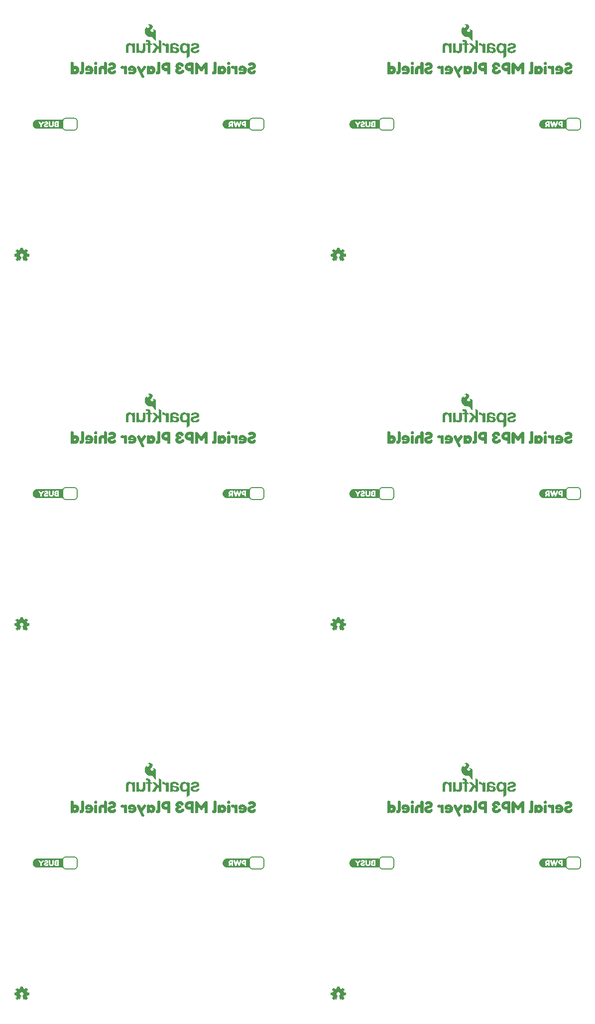
<source format=gbo>
%TF.GenerationSoftware,KiCad,Pcbnew,8.0.7*%
%TF.CreationDate,2025-01-17T14:39:43-07:00*%
%TF.ProjectId,SparkFun_Serial_MP3_Player_Shield_MY1690X_panelized,53706172-6b46-4756-9e5f-53657269616c,rev?*%
%TF.SameCoordinates,Original*%
%TF.FileFunction,Legend,Bot*%
%TF.FilePolarity,Positive*%
%FSLAX46Y46*%
G04 Gerber Fmt 4.6, Leading zero omitted, Abs format (unit mm)*
G04 Created by KiCad (PCBNEW 8.0.7) date 2025-01-17 14:39:43*
%MOMM*%
%LPD*%
G01*
G04 APERTURE LIST*
%ADD10C,0.000000*%
%ADD11C,0.152400*%
%ADD12C,0.018437*%
G04 APERTURE END LIST*
D10*
%TO.C,G\u002A\u002A\u002A*%
G36*
X80197107Y167511091D02*
G01*
X80197107Y165514541D01*
X79751412Y165514541D01*
X79751412Y166073076D01*
X79578740Y166239648D01*
X79133336Y165514541D01*
X78593535Y165514541D01*
X79274494Y166540553D01*
X78662226Y167137282D01*
X79189538Y167137282D01*
X79751412Y166553189D01*
X79751412Y167755504D01*
X80197107Y167511091D01*
G37*
G36*
X80487690Y167180676D02*
G01*
X80508430Y167179452D01*
X80529057Y167177429D01*
X80549550Y167174623D01*
X80569889Y167171046D01*
X80590052Y167166714D01*
X80610020Y167161641D01*
X80629770Y167155840D01*
X80649283Y167149327D01*
X80668537Y167142116D01*
X80687513Y167134221D01*
X80706188Y167125656D01*
X80724543Y167116435D01*
X80742556Y167106574D01*
X80760207Y167096085D01*
X80777475Y167084984D01*
X80794339Y167073285D01*
X80810779Y167061002D01*
X80826773Y167048149D01*
X80842302Y167034742D01*
X80857343Y167020793D01*
X80871877Y167006317D01*
X80885883Y166991329D01*
X80899339Y166975843D01*
X80912226Y166959874D01*
X80924521Y166943434D01*
X80936206Y166926540D01*
X80947258Y166909205D01*
X80957657Y166891443D01*
X80967382Y166873269D01*
X80976413Y166854698D01*
X80984729Y166835742D01*
X80990829Y166835742D01*
X80990829Y167137228D01*
X81414594Y167061567D01*
X81414594Y165514488D01*
X80968899Y165514488D01*
X80968899Y166245695D01*
X80967584Y166299148D01*
X80963532Y166351016D01*
X80956582Y166401043D01*
X80951970Y166425285D01*
X80946573Y166448970D01*
X80940372Y166472067D01*
X80933346Y166494542D01*
X80925475Y166516364D01*
X80916738Y166537500D01*
X80907117Y166557918D01*
X80896591Y166577587D01*
X80885139Y166596474D01*
X80872743Y166614547D01*
X80859380Y166631773D01*
X80845033Y166648121D01*
X80829679Y166663559D01*
X80813301Y166678054D01*
X80795876Y166691574D01*
X80777386Y166704087D01*
X80757810Y166715561D01*
X80737128Y166725964D01*
X80715320Y166735263D01*
X80692366Y166743426D01*
X80668245Y166750422D01*
X80642939Y166756218D01*
X80616426Y166760782D01*
X80588687Y166764082D01*
X80559702Y166766085D01*
X80529450Y166766760D01*
X80508903Y166766462D01*
X80487634Y166765599D01*
X80466079Y166764218D01*
X80444675Y166762367D01*
X80423855Y166760095D01*
X80404057Y166757448D01*
X80385715Y166754474D01*
X80369267Y166751221D01*
X80369267Y167165403D01*
X80381043Y167168703D01*
X80392868Y167171713D01*
X80404778Y167174386D01*
X80416810Y167176676D01*
X80428997Y167178537D01*
X80441377Y167179923D01*
X80447651Y167180423D01*
X80453986Y167180788D01*
X80460386Y167181011D01*
X80466858Y167181087D01*
X80487690Y167180676D01*
G37*
G36*
X77812774Y167754868D02*
G01*
X77845282Y167753100D01*
X77876708Y167750180D01*
X77907052Y167746130D01*
X77936317Y167740972D01*
X77964504Y167734727D01*
X77991613Y167727418D01*
X78017645Y167719065D01*
X78042602Y167709691D01*
X78066485Y167699319D01*
X78089295Y167687968D01*
X78111032Y167675662D01*
X78131699Y167662422D01*
X78151296Y167648270D01*
X78169823Y167633228D01*
X78187284Y167617317D01*
X78203677Y167600559D01*
X78219005Y167582977D01*
X78233268Y167564591D01*
X78246469Y167545425D01*
X78258606Y167525499D01*
X78269683Y167504835D01*
X78279700Y167483455D01*
X78288657Y167461382D01*
X78296557Y167438636D01*
X78303400Y167415239D01*
X78309187Y167391215D01*
X78313919Y167366583D01*
X78317598Y167341366D01*
X78320225Y167315586D01*
X78321800Y167289265D01*
X78322324Y167262424D01*
X78322324Y167137240D01*
X78458109Y167137240D01*
X78761920Y166839094D01*
X78322324Y166839094D01*
X78322324Y165514353D01*
X77876629Y165514353D01*
X77876629Y166839094D01*
X77569189Y166839094D01*
X77569189Y167137240D01*
X77876629Y167137240D01*
X77876629Y167234395D01*
X77876069Y167258734D01*
X77874362Y167281135D01*
X77873065Y167291625D01*
X77871466Y167301649D01*
X77869559Y167311215D01*
X77867340Y167320328D01*
X77864802Y167328994D01*
X77861942Y167337221D01*
X77858754Y167345014D01*
X77855232Y167352380D01*
X77851372Y167359325D01*
X77847168Y167365855D01*
X77842616Y167371976D01*
X77837709Y167377696D01*
X77832444Y167383020D01*
X77826814Y167387955D01*
X77820815Y167392506D01*
X77814441Y167396681D01*
X77807687Y167400486D01*
X77800549Y167403926D01*
X77793021Y167407009D01*
X77785097Y167409741D01*
X77776773Y167412127D01*
X77768044Y167414175D01*
X77758903Y167415890D01*
X77749347Y167417279D01*
X77739370Y167418349D01*
X77728967Y167419105D01*
X77706862Y167419702D01*
X77686828Y167419558D01*
X77666535Y167419123D01*
X77646065Y167418392D01*
X77625500Y167417360D01*
X77604921Y167416022D01*
X77584410Y167414372D01*
X77564049Y167412406D01*
X77543920Y167410118D01*
X77543920Y167742973D01*
X77572375Y167744385D01*
X77601347Y167746210D01*
X77660354Y167750361D01*
X77690143Y167752314D01*
X77719959Y167753939D01*
X77749680Y167755050D01*
X77779184Y167755462D01*
X77812774Y167754868D01*
G37*
G36*
X74781717Y167179988D02*
G01*
X74817143Y167176980D01*
X74852449Y167171939D01*
X74887507Y167164843D01*
X74922189Y167155669D01*
X74956367Y167144394D01*
X74989913Y167130997D01*
X75022698Y167115453D01*
X75054595Y167097742D01*
X75085475Y167077840D01*
X75100494Y167067060D01*
X75115211Y167055724D01*
X75129610Y167043829D01*
X75143675Y167031373D01*
X75157389Y167018352D01*
X75170737Y167004763D01*
X75183704Y166990605D01*
X75196272Y166975873D01*
X75208425Y166960565D01*
X75220149Y166944679D01*
X75231426Y166928211D01*
X75242241Y166911159D01*
X75251827Y166911159D01*
X75251827Y167137128D01*
X75675447Y167137128D01*
X75675447Y165514388D01*
X75229462Y165514388D01*
X75229462Y166364823D01*
X75228244Y166424368D01*
X75226711Y166452458D01*
X75224553Y166479440D01*
X75221766Y166505325D01*
X75218340Y166530125D01*
X75214272Y166553850D01*
X75209553Y166576511D01*
X75204177Y166598119D01*
X75198139Y166618684D01*
X75191432Y166638219D01*
X75184048Y166656733D01*
X75175983Y166674238D01*
X75167228Y166690745D01*
X75157779Y166706263D01*
X75147628Y166720805D01*
X75136769Y166734382D01*
X75125196Y166747003D01*
X75112902Y166758680D01*
X75099880Y166769424D01*
X75086125Y166779247D01*
X75071630Y166788157D01*
X75056388Y166796168D01*
X75040393Y166803289D01*
X75023639Y166809531D01*
X75006119Y166814906D01*
X74987826Y166819423D01*
X74968755Y166823095D01*
X74948898Y166825932D01*
X74928250Y166827945D01*
X74906804Y166829145D01*
X74884554Y166829543D01*
X74865258Y166829156D01*
X74846739Y166827996D01*
X74828986Y166826063D01*
X74811988Y166823355D01*
X74795733Y166819872D01*
X74780212Y166815614D01*
X74765414Y166810579D01*
X74751328Y166804768D01*
X74737943Y166798179D01*
X74725248Y166790813D01*
X74713233Y166782668D01*
X74701886Y166773744D01*
X74691199Y166764040D01*
X74681158Y166753556D01*
X74671754Y166742291D01*
X74662976Y166730245D01*
X74654814Y166717417D01*
X74647256Y166703806D01*
X74640291Y166689412D01*
X74633910Y166674234D01*
X74622853Y166641525D01*
X74613999Y166605674D01*
X74607262Y166566676D01*
X74602557Y166524527D01*
X74599797Y166479221D01*
X74598896Y166430755D01*
X74598896Y165514388D01*
X74153202Y165514388D01*
X74153202Y166512662D01*
X74154656Y166586341D01*
X74159250Y166656667D01*
X74167328Y166723448D01*
X74179235Y166786490D01*
X74186733Y166816549D01*
X74195316Y166845600D01*
X74205030Y166873620D01*
X74215916Y166900584D01*
X74228018Y166926469D01*
X74241379Y166951250D01*
X74256042Y166974903D01*
X74272050Y166997404D01*
X74289446Y167018728D01*
X74308274Y167038851D01*
X74328577Y167057750D01*
X74350397Y167075400D01*
X74373777Y167091777D01*
X74398762Y167106857D01*
X74425393Y167120615D01*
X74453715Y167133028D01*
X74483769Y167144070D01*
X74515600Y167153719D01*
X74549250Y167161950D01*
X74584763Y167168738D01*
X74622181Y167174060D01*
X74661547Y167177892D01*
X74702906Y167180208D01*
X74746299Y167180986D01*
X74781717Y167179988D01*
G37*
G36*
X76367407Y166286607D02*
G01*
X76368628Y166227113D01*
X76370163Y166199047D01*
X76372323Y166172086D01*
X76375115Y166146221D01*
X76378545Y166121440D01*
X76382619Y166097732D01*
X76387344Y166075088D01*
X76392727Y166053494D01*
X76398773Y166032942D01*
X76405489Y166013420D01*
X76412883Y165994917D01*
X76420959Y165977422D01*
X76429725Y165960925D01*
X76439186Y165945414D01*
X76449351Y165930880D01*
X76460223Y165917310D01*
X76471812Y165904694D01*
X76484122Y165893022D01*
X76497160Y165882282D01*
X76510932Y165872463D01*
X76525446Y165863555D01*
X76540707Y165855547D01*
X76556722Y165848429D01*
X76573497Y165842188D01*
X76591039Y165836814D01*
X76609354Y165832297D01*
X76628448Y165828626D01*
X76648329Y165825789D01*
X76669002Y165823776D01*
X76690474Y165822577D01*
X76712752Y165822179D01*
X76732046Y165822565D01*
X76750563Y165823724D01*
X76768312Y165825655D01*
X76785305Y165828360D01*
X76801553Y165831840D01*
X76817066Y165836094D01*
X76831856Y165841125D01*
X76845932Y165846931D01*
X76859307Y165853514D01*
X76871990Y165860875D01*
X76883993Y165869014D01*
X76895327Y165877932D01*
X76906002Y165887629D01*
X76916029Y165898106D01*
X76925419Y165909364D01*
X76934184Y165921404D01*
X76942333Y165934225D01*
X76949877Y165947829D01*
X76956828Y165962217D01*
X76963197Y165977388D01*
X76974229Y166010085D01*
X76983061Y166045925D01*
X76989779Y166084914D01*
X76994470Y166127056D01*
X76997221Y166172356D01*
X76998119Y166220821D01*
X76998119Y167137188D01*
X77443958Y167137188D01*
X77443958Y166138914D01*
X77442503Y166065211D01*
X77437909Y165994867D01*
X77429831Y165928074D01*
X77417924Y165865024D01*
X77410427Y165834964D01*
X77401843Y165805911D01*
X77392130Y165777891D01*
X77381244Y165750927D01*
X77369142Y165725044D01*
X77355781Y165700265D01*
X77341118Y165676615D01*
X77325110Y165654117D01*
X77307714Y165632797D01*
X77288886Y165612677D01*
X77268583Y165593783D01*
X77246763Y165576137D01*
X77223383Y165559765D01*
X77198398Y165544690D01*
X77171767Y165530936D01*
X77143445Y165518528D01*
X77113391Y165507489D01*
X77081560Y165497844D01*
X77047910Y165489617D01*
X77012397Y165482831D01*
X76974979Y165477512D01*
X76935612Y165473682D01*
X76894254Y165471367D01*
X76850860Y165470590D01*
X76815465Y165471588D01*
X76780052Y165474596D01*
X76744752Y165479637D01*
X76709693Y165486735D01*
X76675005Y165495911D01*
X76640818Y165507189D01*
X76607260Y165520591D01*
X76574462Y165536141D01*
X76542551Y165553860D01*
X76511659Y165573772D01*
X76496635Y165584557D01*
X76481913Y165595899D01*
X76467511Y165607801D01*
X76453444Y165620265D01*
X76439729Y165633294D01*
X76426381Y165646891D01*
X76413417Y165661059D01*
X76400852Y165675801D01*
X76388704Y165691119D01*
X76376988Y165707017D01*
X76365721Y165723497D01*
X76354918Y165740563D01*
X76345479Y165740563D01*
X76345479Y165514448D01*
X75921568Y165514448D01*
X75921568Y167137188D01*
X76367407Y167137188D01*
X76367407Y166286607D01*
G37*
G36*
X84971842Y164943197D02*
G01*
X84526147Y164546731D01*
X84526147Y165715065D01*
X84519612Y165715065D01*
X84498256Y165685993D01*
X84475353Y165658692D01*
X84450976Y165633176D01*
X84425198Y165609460D01*
X84398093Y165587558D01*
X84369734Y165567484D01*
X84340193Y165549254D01*
X84309545Y165532881D01*
X84277862Y165518380D01*
X84245217Y165505766D01*
X84211684Y165495053D01*
X84177336Y165486255D01*
X84142246Y165479387D01*
X84106487Y165474463D01*
X84070132Y165471499D01*
X84033255Y165470507D01*
X83989238Y165471681D01*
X83946636Y165475158D01*
X83905447Y165480869D01*
X83865671Y165488745D01*
X83827307Y165498716D01*
X83790352Y165510715D01*
X83754807Y165524672D01*
X83720670Y165540519D01*
X83687939Y165558186D01*
X83656614Y165577605D01*
X83626694Y165598707D01*
X83598177Y165621422D01*
X83571062Y165645683D01*
X83545349Y165671420D01*
X83521035Y165698564D01*
X83498120Y165727047D01*
X83476602Y165756799D01*
X83456482Y165787752D01*
X83437756Y165819836D01*
X83420425Y165852984D01*
X83389940Y165922193D01*
X83365019Y165994827D01*
X83345652Y166070336D01*
X83331829Y166148168D01*
X83323542Y166227773D01*
X83320782Y166308599D01*
X83321175Y166321088D01*
X83766622Y166321088D01*
X83767749Y166271873D01*
X83771230Y166223302D01*
X83777217Y166175726D01*
X83785864Y166129494D01*
X83791233Y166106990D01*
X83797323Y166084953D01*
X83804154Y166063427D01*
X83811745Y166042455D01*
X83820115Y166022080D01*
X83829283Y166002347D01*
X83839269Y165983299D01*
X83850090Y165964979D01*
X83861767Y165947431D01*
X83874317Y165930700D01*
X83887762Y165914828D01*
X83902118Y165899858D01*
X83917406Y165885836D01*
X83933644Y165872804D01*
X83950851Y165860806D01*
X83969047Y165849886D01*
X83988251Y165840087D01*
X84008481Y165831453D01*
X84029756Y165824028D01*
X84052096Y165817855D01*
X84075520Y165812978D01*
X84100047Y165809440D01*
X84125695Y165807285D01*
X84152484Y165806557D01*
X84179040Y165807285D01*
X84204504Y165809440D01*
X84228893Y165812978D01*
X84252223Y165817855D01*
X84274511Y165824028D01*
X84295771Y165831453D01*
X84316022Y165840087D01*
X84335279Y165849886D01*
X84353558Y165860806D01*
X84370877Y165872804D01*
X84387250Y165885836D01*
X84402695Y165899858D01*
X84417227Y165914828D01*
X84430864Y165930700D01*
X84443620Y165947431D01*
X84455514Y165964979D01*
X84466560Y165983299D01*
X84476776Y166002347D01*
X84494779Y166042455D01*
X84509655Y166084953D01*
X84521534Y166129494D01*
X84530547Y166175726D01*
X84536822Y166223302D01*
X84540492Y166271873D01*
X84541687Y166321088D01*
X84540558Y166370387D01*
X84537073Y166419244D01*
X84531077Y166467281D01*
X84522419Y166514119D01*
X84517045Y166536971D01*
X84510948Y166559382D01*
X84504109Y166581304D01*
X84496510Y166602690D01*
X84488131Y166623494D01*
X84478954Y166643668D01*
X84468959Y166663164D01*
X84458128Y166681935D01*
X84446441Y166699935D01*
X84433879Y166717116D01*
X84420424Y166733431D01*
X84406056Y166748832D01*
X84390756Y166763272D01*
X84374506Y166776705D01*
X84357286Y166789082D01*
X84339078Y166800357D01*
X84319861Y166810483D01*
X84299618Y166819411D01*
X84278329Y166827096D01*
X84255976Y166833489D01*
X84232538Y166838544D01*
X84207998Y166842213D01*
X84182337Y166844449D01*
X84155534Y166845205D01*
X84129298Y166844440D01*
X84104115Y166842179D01*
X84079971Y166838471D01*
X84056850Y166833364D01*
X84034738Y166826907D01*
X84013622Y166819150D01*
X83993486Y166810141D01*
X83974316Y166799929D01*
X83956098Y166788562D01*
X83938818Y166776091D01*
X83922460Y166762563D01*
X83907011Y166748028D01*
X83892456Y166732535D01*
X83878780Y166716131D01*
X83865970Y166698868D01*
X83854011Y166680792D01*
X83842888Y166661954D01*
X83832588Y166642401D01*
X83814395Y166601350D01*
X83799317Y166558031D01*
X83787240Y166512833D01*
X83778046Y166466148D01*
X83771623Y166418369D01*
X83767853Y166369885D01*
X83766622Y166321088D01*
X83321175Y166321088D01*
X83323480Y166394405D01*
X83331622Y166478508D01*
X83345282Y166560379D01*
X83354204Y166600312D01*
X83364533Y166639489D01*
X83376279Y166677844D01*
X83389449Y166715310D01*
X83404054Y166751821D01*
X83420103Y166787311D01*
X83437605Y166821715D01*
X83456568Y166854966D01*
X83477003Y166886998D01*
X83498919Y166917744D01*
X83522323Y166947139D01*
X83547227Y166975117D01*
X83573638Y167001612D01*
X83601567Y167026557D01*
X83631021Y167049886D01*
X83662011Y167071533D01*
X83694546Y167091433D01*
X83728634Y167109518D01*
X83764286Y167125723D01*
X83801509Y167139982D01*
X83840314Y167152229D01*
X83880709Y167162397D01*
X83922704Y167170421D01*
X83966308Y167176234D01*
X84011530Y167179770D01*
X84058379Y167180964D01*
X84095697Y167180078D01*
X84132301Y167177394D01*
X84168142Y167172876D01*
X84203168Y167166485D01*
X84237329Y167158183D01*
X84270576Y167147934D01*
X84302857Y167135698D01*
X84318621Y167128825D01*
X84334124Y167121440D01*
X84349361Y167113540D01*
X84364325Y167105121D01*
X84379011Y167096176D01*
X84393411Y167086703D01*
X84407520Y167076695D01*
X84421331Y167066149D01*
X84434838Y167055059D01*
X84448035Y167043420D01*
X84460915Y167031229D01*
X84473472Y167018481D01*
X84485701Y167005170D01*
X84497594Y166991292D01*
X84509145Y166976842D01*
X84520349Y166961816D01*
X84531198Y166946209D01*
X84541687Y166930016D01*
X84547931Y166930016D01*
X84547931Y167137106D01*
X84971842Y167061590D01*
X84971842Y166321088D01*
X84971842Y164943197D01*
G37*
G36*
X83192433Y165957132D02*
G01*
X83191731Y165926438D01*
X83189645Y165896790D01*
X83186208Y165868183D01*
X83181449Y165840614D01*
X83175402Y165814076D01*
X83168098Y165788566D01*
X83159568Y165764078D01*
X83149844Y165740609D01*
X83138957Y165718152D01*
X83126940Y165696704D01*
X83113822Y165676260D01*
X83099637Y165656815D01*
X83084416Y165638365D01*
X83068190Y165620904D01*
X83050990Y165604428D01*
X83032850Y165588933D01*
X83013798Y165574413D01*
X82993869Y165560864D01*
X82973092Y165548281D01*
X82951501Y165536660D01*
X82929125Y165525995D01*
X82905997Y165516283D01*
X82882149Y165507517D01*
X82857611Y165499695D01*
X82806594Y165486859D01*
X82753200Y165477737D01*
X82697681Y165472291D01*
X82640289Y165470484D01*
X82602558Y165471117D01*
X82564856Y165473056D01*
X82527279Y165476362D01*
X82489925Y165481095D01*
X82452889Y165487315D01*
X82416270Y165495083D01*
X82380163Y165504459D01*
X82344666Y165515504D01*
X82309875Y165528278D01*
X82275887Y165542841D01*
X82242799Y165559255D01*
X82210707Y165577578D01*
X82179709Y165597873D01*
X82149902Y165620198D01*
X82121381Y165644616D01*
X82094244Y165671185D01*
X82092520Y165651288D01*
X82090007Y165631382D01*
X82086777Y165611514D01*
X82082898Y165591729D01*
X82078441Y165572073D01*
X82073475Y165552593D01*
X82068069Y165533334D01*
X82062295Y165514342D01*
X81610645Y165514342D01*
X81617979Y165527641D01*
X81624741Y165542732D01*
X81630945Y165559498D01*
X81636604Y165577816D01*
X81641733Y165597569D01*
X81646344Y165618636D01*
X81650451Y165640897D01*
X81654068Y165664232D01*
X81659886Y165713647D01*
X81663907Y165765924D01*
X81666239Y165820102D01*
X81666993Y165875225D01*
X81666993Y166308576D01*
X82112833Y166308576D01*
X82112833Y166142003D01*
X82114049Y166097190D01*
X82116281Y166070337D01*
X82120225Y166041390D01*
X82126357Y166011003D01*
X82135149Y165979830D01*
X82140691Y165964153D01*
X82147075Y165948525D01*
X82154361Y165933026D01*
X82162608Y165917740D01*
X82171876Y165902747D01*
X82182223Y165888129D01*
X82193708Y165873969D01*
X82206392Y165860347D01*
X82220332Y165847345D01*
X82235589Y165835045D01*
X82252221Y165823529D01*
X82270288Y165812879D01*
X82289849Y165803175D01*
X82310962Y165794500D01*
X82333688Y165786936D01*
X82358085Y165780564D01*
X82384213Y165775465D01*
X82412130Y165771723D01*
X82441896Y165769417D01*
X82473571Y165768630D01*
X82500479Y165769163D01*
X82526850Y165770834D01*
X82552519Y165773754D01*
X82577320Y165778034D01*
X82589344Y165780718D01*
X82601089Y165783784D01*
X82612534Y165787245D01*
X82623659Y165791115D01*
X82634443Y165795408D01*
X82644865Y165800138D01*
X82654905Y165805319D01*
X82664541Y165810963D01*
X82673754Y165817086D01*
X82682523Y165823701D01*
X82690826Y165830822D01*
X82698644Y165838463D01*
X82705955Y165846637D01*
X82712738Y165855359D01*
X82718974Y165864641D01*
X82724642Y165874499D01*
X82729720Y165884946D01*
X82734188Y165895995D01*
X82738025Y165907661D01*
X82741211Y165919957D01*
X82743726Y165932897D01*
X82745547Y165946495D01*
X82746655Y165960765D01*
X82747029Y165975721D01*
X82746664Y165990683D01*
X82745583Y166005002D01*
X82743806Y166018693D01*
X82741355Y166031773D01*
X82738250Y166044256D01*
X82734512Y166056160D01*
X82730162Y166067499D01*
X82725220Y166078291D01*
X82719708Y166088550D01*
X82713645Y166098292D01*
X82707053Y166107535D01*
X82699953Y166116292D01*
X82692365Y166124582D01*
X82684310Y166132418D01*
X82675809Y166139817D01*
X82666883Y166146796D01*
X82657552Y166153369D01*
X82647837Y166159554D01*
X82627339Y166170819D01*
X82605555Y166180718D01*
X82582651Y166189379D01*
X82558792Y166196928D01*
X82534146Y166203493D01*
X82508879Y166209202D01*
X82483156Y166214180D01*
X82274468Y166246075D01*
X82250149Y166250903D01*
X82226712Y166256333D01*
X82204304Y166262492D01*
X82183072Y166269504D01*
X82163161Y166277493D01*
X82144720Y166286585D01*
X82136097Y166291583D01*
X82127895Y166296904D01*
X82120134Y166302563D01*
X82112833Y166308576D01*
X81666993Y166308576D01*
X81666993Y166719853D01*
X81668120Y166755406D01*
X81671444Y166789146D01*
X81676884Y166821118D01*
X81684354Y166851367D01*
X81693773Y166879938D01*
X81705056Y166906876D01*
X81718120Y166932225D01*
X81732882Y166956031D01*
X81749258Y166978339D01*
X81767165Y166999192D01*
X81786520Y167018636D01*
X81807240Y167036716D01*
X81829240Y167053477D01*
X81852438Y167068964D01*
X81876750Y167083221D01*
X81902093Y167096293D01*
X81955539Y167119064D01*
X82012107Y167137633D01*
X82071132Y167152362D01*
X82131946Y167163607D01*
X82193882Y167171729D01*
X82256273Y167177086D01*
X82318454Y167180037D01*
X82379756Y167180941D01*
X82448044Y167179395D01*
X82516029Y167174603D01*
X82583187Y167166336D01*
X82648993Y167154363D01*
X82681226Y167146915D01*
X82712924Y167138454D01*
X82744023Y167128952D01*
X82774456Y167118380D01*
X82804158Y167106709D01*
X82833064Y167093911D01*
X82861108Y167079956D01*
X82888224Y167064816D01*
X82914347Y167048462D01*
X82939412Y167030866D01*
X82963352Y167011998D01*
X82986103Y166991830D01*
X83007599Y166970333D01*
X83027774Y166947479D01*
X83046563Y166923238D01*
X83063900Y166897583D01*
X83079721Y166870483D01*
X83093958Y166841911D01*
X83106547Y166811838D01*
X83117423Y166780234D01*
X83126519Y166747072D01*
X83133770Y166712323D01*
X83139111Y166675957D01*
X83142476Y166637946D01*
X82696636Y166637946D01*
X82694899Y166654109D01*
X82692634Y166669657D01*
X82689844Y166684595D01*
X82686535Y166698930D01*
X82682711Y166712670D01*
X82678376Y166725821D01*
X82673535Y166738389D01*
X82668192Y166750381D01*
X82662353Y166761805D01*
X82656022Y166772667D01*
X82649203Y166782973D01*
X82641902Y166792731D01*
X82634122Y166801947D01*
X82625868Y166810627D01*
X82617145Y166818780D01*
X82607958Y166826411D01*
X82598311Y166833527D01*
X82588208Y166840135D01*
X82577655Y166846242D01*
X82566656Y166851854D01*
X82555215Y166856979D01*
X82543337Y166861622D01*
X82531027Y166865791D01*
X82518289Y166869493D01*
X82491548Y166875520D01*
X82463152Y166879759D01*
X82433137Y166882262D01*
X82401539Y166883085D01*
X82372474Y166882683D01*
X82344145Y166881356D01*
X82316708Y166878921D01*
X82290322Y166875195D01*
X82277572Y166872790D01*
X82265144Y166869994D01*
X82253056Y166866783D01*
X82241330Y166863135D01*
X82229984Y166859027D01*
X82219038Y166854435D01*
X82208511Y166849338D01*
X82198425Y166843711D01*
X82188797Y166837533D01*
X82179648Y166830780D01*
X82170997Y166823429D01*
X82162865Y166815458D01*
X82155270Y166806843D01*
X82148232Y166797562D01*
X82141771Y166787592D01*
X82135907Y166776910D01*
X82130660Y166765493D01*
X82126048Y166753318D01*
X82122092Y166740362D01*
X82118811Y166726603D01*
X82116225Y166712017D01*
X82114353Y166696581D01*
X82113216Y166680273D01*
X82112833Y166663070D01*
X82114277Y166631118D01*
X82121828Y166603268D01*
X82135084Y166579174D01*
X82153641Y166558489D01*
X82177097Y166540868D01*
X82205051Y166525962D01*
X82237100Y166513428D01*
X82272841Y166502917D01*
X82353792Y166486580D01*
X82444686Y166474182D01*
X82643429Y166450116D01*
X82744842Y166432905D01*
X82794650Y166421793D01*
X82843323Y166408548D01*
X82890459Y166392823D01*
X82935655Y166374272D01*
X82978510Y166352549D01*
X83018620Y166327308D01*
X83055583Y166298201D01*
X83088998Y166264883D01*
X83118462Y166227006D01*
X83143572Y166184226D01*
X83163927Y166136194D01*
X83179124Y166082566D01*
X83188760Y166022994D01*
X83191397Y165975721D01*
X83192433Y165957132D01*
G37*
G36*
X85974989Y167179636D02*
G01*
X86040008Y167175545D01*
X86104167Y167168365D01*
X86166929Y167157803D01*
X86197618Y167151161D01*
X86227757Y167143563D01*
X86257277Y167134971D01*
X86286113Y167125350D01*
X86314197Y167114662D01*
X86341461Y167102870D01*
X86367839Y167089938D01*
X86393264Y167075828D01*
X86417668Y167060504D01*
X86440984Y167043929D01*
X86463145Y167026065D01*
X86484083Y167006877D01*
X86503733Y166986328D01*
X86522026Y166964379D01*
X86538896Y166940996D01*
X86554275Y166916140D01*
X86568096Y166889774D01*
X86580292Y166861863D01*
X86590796Y166832370D01*
X86599541Y166801256D01*
X86606459Y166768486D01*
X86611484Y166734022D01*
X86614548Y166697829D01*
X86615585Y166659868D01*
X86614848Y166633406D01*
X86612667Y166608106D01*
X86609088Y166583935D01*
X86604156Y166560859D01*
X86597916Y166538845D01*
X86590414Y166517863D01*
X86581695Y166497877D01*
X86571804Y166478856D01*
X86560787Y166460767D01*
X86548689Y166443578D01*
X86535556Y166427255D01*
X86521433Y166411765D01*
X86506365Y166397077D01*
X86490398Y166383157D01*
X86473576Y166369973D01*
X86455946Y166357491D01*
X86418442Y166334506D01*
X86378247Y166313939D01*
X86335725Y166295529D01*
X86291239Y166279013D01*
X86245151Y166264131D01*
X86197825Y166250619D01*
X86100908Y166226662D01*
X86042988Y166214509D01*
X85988172Y166202566D01*
X85936545Y166190688D01*
X85888197Y166178729D01*
X85843214Y166166541D01*
X85801684Y166153979D01*
X85782241Y166147512D01*
X85763695Y166140897D01*
X85746055Y166134114D01*
X85729333Y166127147D01*
X85713539Y166119976D01*
X85698686Y166112584D01*
X85684783Y166104951D01*
X85671841Y166097061D01*
X85659873Y166088893D01*
X85648887Y166080431D01*
X85638896Y166071656D01*
X85629910Y166062549D01*
X85621941Y166053093D01*
X85614998Y166043269D01*
X85609094Y166033058D01*
X85604239Y166022443D01*
X85600443Y166011404D01*
X85597719Y165999925D01*
X85596076Y165987986D01*
X85595526Y165975569D01*
X85596007Y165961176D01*
X85597426Y165947398D01*
X85599743Y165934225D01*
X85602922Y165921646D01*
X85606924Y165909651D01*
X85611712Y165898229D01*
X85617247Y165887371D01*
X85623491Y165877066D01*
X85630406Y165867303D01*
X85637955Y165858072D01*
X85646100Y165849363D01*
X85654802Y165841165D01*
X85664023Y165833468D01*
X85673726Y165826262D01*
X85683872Y165819536D01*
X85694424Y165813280D01*
X85716593Y165802136D01*
X85739928Y165792747D01*
X85764127Y165785031D01*
X85788884Y165778903D01*
X85813896Y165774281D01*
X85838860Y165771083D01*
X85863472Y165769225D01*
X85887428Y165768624D01*
X85919704Y165769589D01*
X85951670Y165772511D01*
X85983082Y165777431D01*
X85998504Y165780653D01*
X86013696Y165784390D01*
X86028627Y165788646D01*
X86043267Y165793428D01*
X86057584Y165798740D01*
X86071550Y165804587D01*
X86085132Y165810975D01*
X86098300Y165817908D01*
X86111024Y165825391D01*
X86123273Y165833430D01*
X86135016Y165842030D01*
X86146224Y165851196D01*
X86156865Y165860933D01*
X86166909Y165871245D01*
X86176325Y165882139D01*
X86185083Y165893620D01*
X86193151Y165905691D01*
X86200501Y165918359D01*
X86207100Y165931629D01*
X86212918Y165945506D01*
X86217925Y165959994D01*
X86222091Y165975099D01*
X86225384Y165990826D01*
X86227774Y166007181D01*
X86229230Y166024167D01*
X86229723Y166041791D01*
X86653198Y166041791D01*
X86650699Y166002294D01*
X86646186Y165964464D01*
X86639723Y165928275D01*
X86631373Y165893699D01*
X86621201Y165860710D01*
X86609270Y165829281D01*
X86595643Y165799383D01*
X86580386Y165770990D01*
X86563561Y165744076D01*
X86545232Y165718612D01*
X86525464Y165694571D01*
X86504320Y165671927D01*
X86481864Y165650652D01*
X86458159Y165630719D01*
X86433270Y165612102D01*
X86407260Y165594772D01*
X86380193Y165578702D01*
X86352133Y165563866D01*
X86293290Y165537787D01*
X86231241Y165516315D01*
X86166495Y165499234D01*
X86099565Y165486327D01*
X86030960Y165477377D01*
X85961191Y165472166D01*
X85890768Y165470477D01*
X85821922Y165472131D01*
X85753483Y165477240D01*
X85686008Y165486024D01*
X85620053Y165498706D01*
X85587820Y165506577D01*
X85556176Y165515506D01*
X85525190Y165525519D01*
X85494932Y165536645D01*
X85465471Y165548912D01*
X85436878Y165562346D01*
X85409222Y165576976D01*
X85382572Y165592829D01*
X85356998Y165609933D01*
X85332570Y165628316D01*
X85309357Y165648004D01*
X85287429Y165669027D01*
X85266855Y165691411D01*
X85247705Y165715184D01*
X85230048Y165740374D01*
X85213955Y165767008D01*
X85199494Y165795115D01*
X85186736Y165824721D01*
X85175750Y165855854D01*
X85166605Y165888543D01*
X85159371Y165922815D01*
X85154117Y165958696D01*
X85150914Y165996216D01*
X85149831Y166035402D01*
X85150569Y166063038D01*
X85152752Y166089493D01*
X85156335Y166114799D01*
X85161272Y166138987D01*
X85167518Y166162088D01*
X85175027Y166184136D01*
X85183754Y166205160D01*
X85193653Y166225192D01*
X85204678Y166244265D01*
X85216785Y166262410D01*
X85229927Y166279658D01*
X85244060Y166296040D01*
X85259136Y166311590D01*
X85275112Y166326337D01*
X85291941Y166340314D01*
X85309579Y166353553D01*
X85347095Y166377940D01*
X85387297Y166399751D01*
X85429820Y166419239D01*
X85474300Y166436658D01*
X85520373Y166452258D01*
X85567675Y166466294D01*
X85615841Y166479017D01*
X85664508Y166490681D01*
X85711566Y166501425D01*
X85758327Y166511553D01*
X85849449Y166530988D01*
X85893054Y166540805D01*
X85934850Y166551031D01*
X85974459Y166561921D01*
X86011504Y166573731D01*
X86028947Y166580062D01*
X86045607Y166586718D01*
X86061436Y166593732D01*
X86076389Y166601136D01*
X86090416Y166608961D01*
X86103472Y166617241D01*
X86115509Y166626007D01*
X86126479Y166635291D01*
X86136336Y166645125D01*
X86145031Y166655540D01*
X86152519Y166666570D01*
X86158751Y166678245D01*
X86163680Y166690598D01*
X86167260Y166703661D01*
X86169442Y166717466D01*
X86170180Y166732045D01*
X86169754Y166744361D01*
X86168497Y166755998D01*
X86166447Y166766975D01*
X86163638Y166777311D01*
X86160106Y166787025D01*
X86155888Y166796135D01*
X86151018Y166804661D01*
X86145533Y166812622D01*
X86139468Y166820035D01*
X86132858Y166826921D01*
X86125740Y166833298D01*
X86118150Y166839185D01*
X86110122Y166844600D01*
X86101692Y166849564D01*
X86092897Y166854093D01*
X86083772Y166858209D01*
X86064673Y166865271D01*
X86044683Y166870901D01*
X86024086Y166875251D01*
X86003167Y166878472D01*
X85982213Y166880714D01*
X85961509Y166882128D01*
X85941340Y166882866D01*
X85921991Y166883078D01*
X85892338Y166882504D01*
X85863481Y166880706D01*
X85835553Y166877571D01*
X85808687Y166872983D01*
X85795693Y166870108D01*
X85783014Y166866828D01*
X85770666Y166863127D01*
X85758667Y166858993D01*
X85747033Y166854409D01*
X85735780Y166849362D01*
X85724924Y166843838D01*
X85714483Y166837822D01*
X85704473Y166831301D01*
X85694911Y166824259D01*
X85685813Y166816683D01*
X85677195Y166808558D01*
X85669075Y166799870D01*
X85661469Y166790605D01*
X85654393Y166780749D01*
X85647864Y166770286D01*
X85641898Y166759203D01*
X85636513Y166747486D01*
X85631724Y166735121D01*
X85627548Y166722092D01*
X85624003Y166708386D01*
X85621103Y166693989D01*
X85618867Y166678886D01*
X85617310Y166663062D01*
X85193689Y166663062D01*
X85197798Y166699634D01*
X85203584Y166734597D01*
X85210996Y166767979D01*
X85219986Y166799810D01*
X85230502Y166830121D01*
X85242497Y166858939D01*
X85255918Y166886295D01*
X85270717Y166912218D01*
X85286845Y166936738D01*
X85304250Y166959883D01*
X85322883Y166981684D01*
X85342695Y167002169D01*
X85363635Y167021368D01*
X85385654Y167039311D01*
X85408702Y167056026D01*
X85432729Y167071544D01*
X85457685Y167085893D01*
X85483521Y167099104D01*
X85537631Y167122225D01*
X85594660Y167141145D01*
X85654211Y167156096D01*
X85715883Y167167316D01*
X85779279Y167175039D01*
X85844000Y167179500D01*
X85909647Y167180934D01*
X85974989Y167179636D01*
G37*
G36*
X78246213Y170388185D02*
G01*
X78276870Y170384814D01*
X78308024Y170379357D01*
X78339616Y170371660D01*
X78371587Y170361572D01*
X78403878Y170348939D01*
X78436431Y170333608D01*
X78469184Y170315427D01*
X78502081Y170294243D01*
X78530247Y170273814D01*
X78556091Y170252949D01*
X78579652Y170231669D01*
X78600968Y170209995D01*
X78620078Y170187949D01*
X78637020Y170165552D01*
X78651833Y170142824D01*
X78664555Y170119787D01*
X78675226Y170096462D01*
X78683883Y170072871D01*
X78690565Y170049033D01*
X78695311Y170024971D01*
X78698159Y170000705D01*
X78699148Y169976256D01*
X78698316Y169951647D01*
X78695702Y169926897D01*
X78691344Y169902028D01*
X78685282Y169877061D01*
X78677553Y169852017D01*
X78668196Y169826917D01*
X78657250Y169801783D01*
X78644753Y169776635D01*
X78630744Y169751494D01*
X78615261Y169726382D01*
X78598343Y169701320D01*
X78580029Y169676329D01*
X78560356Y169651430D01*
X78539365Y169626644D01*
X78493577Y169577496D01*
X78442975Y169529054D01*
X78420423Y169507270D01*
X78400481Y169485412D01*
X78383073Y169463539D01*
X78368127Y169441706D01*
X78355567Y169419970D01*
X78345320Y169398387D01*
X78337311Y169377015D01*
X78331467Y169355910D01*
X78327713Y169335128D01*
X78325976Y169314725D01*
X78326182Y169294760D01*
X78328255Y169275287D01*
X78332123Y169256364D01*
X78337711Y169238048D01*
X78344946Y169220394D01*
X78353752Y169203460D01*
X78364057Y169187302D01*
X78375785Y169171976D01*
X78388864Y169157540D01*
X78403218Y169144049D01*
X78418774Y169131561D01*
X78435458Y169120132D01*
X78453196Y169109819D01*
X78471913Y169100677D01*
X78491536Y169092764D01*
X78511990Y169086137D01*
X78533202Y169080852D01*
X78555097Y169076965D01*
X78577602Y169074533D01*
X78600642Y169073613D01*
X78624143Y169074261D01*
X78648032Y169076534D01*
X78664201Y169078960D01*
X78679759Y169082050D01*
X78694704Y169085773D01*
X78709034Y169090096D01*
X78722749Y169094990D01*
X78735845Y169100420D01*
X78748321Y169106357D01*
X78760175Y169112767D01*
X78771406Y169119621D01*
X78782011Y169126885D01*
X78791990Y169134528D01*
X78801339Y169142518D01*
X78810058Y169150824D01*
X78818144Y169159414D01*
X78825597Y169168257D01*
X78832413Y169177320D01*
X78838591Y169186572D01*
X78844130Y169195981D01*
X78849028Y169205516D01*
X78853282Y169215144D01*
X78856892Y169224835D01*
X78859855Y169234556D01*
X78862169Y169244275D01*
X78863834Y169253962D01*
X78864846Y169263584D01*
X78865204Y169273110D01*
X78864907Y169282507D01*
X78863952Y169291745D01*
X78862339Y169300792D01*
X78860064Y169309615D01*
X78857127Y169318183D01*
X78853525Y169326465D01*
X78849838Y169333324D01*
X78845667Y169340013D01*
X78841051Y169346528D01*
X78836029Y169352865D01*
X78830640Y169359023D01*
X78824925Y169364998D01*
X78812671Y169376386D01*
X78799584Y169387005D01*
X78785978Y169396830D01*
X78772170Y169405837D01*
X78758475Y169414000D01*
X78745209Y169421295D01*
X78732687Y169427697D01*
X78711141Y169437726D01*
X78690873Y169445985D01*
X78697434Y169448393D01*
X78705373Y169451002D01*
X78716185Y169454193D01*
X78729695Y169457697D01*
X78745730Y169461248D01*
X78764113Y169464580D01*
X78784670Y169467424D01*
X78807227Y169469514D01*
X78819201Y169470194D01*
X78831609Y169470584D01*
X78844430Y169470653D01*
X78857642Y169470366D01*
X78871222Y169469690D01*
X78885150Y169468593D01*
X78899403Y169467040D01*
X78913959Y169464998D01*
X78928797Y169462434D01*
X78943895Y169459314D01*
X78959230Y169455605D01*
X78974782Y169451274D01*
X78990528Y169446288D01*
X79006446Y169440612D01*
X79034808Y169428962D01*
X79062386Y169415515D01*
X79075830Y169408062D01*
X79089018Y169400093D01*
X79101929Y169391585D01*
X79114543Y169382518D01*
X79126841Y169372868D01*
X79138801Y169362613D01*
X79150404Y169351732D01*
X79161630Y169340201D01*
X79172458Y169327999D01*
X79182868Y169315104D01*
X79192840Y169301494D01*
X79202354Y169287146D01*
X79211390Y169272038D01*
X79219928Y169256148D01*
X79227947Y169239453D01*
X79235428Y169221932D01*
X79242349Y169203563D01*
X79248692Y169184323D01*
X79254435Y169164190D01*
X79259559Y169143142D01*
X79264044Y169121156D01*
X79267869Y169098211D01*
X79271014Y169074285D01*
X79273460Y169049355D01*
X79275185Y169023398D01*
X79276170Y168996394D01*
X79276394Y168968319D01*
X79275838Y168939151D01*
X79275838Y167468315D01*
X79248178Y167501961D01*
X79215904Y167540640D01*
X79173382Y167590884D01*
X79122147Y167650441D01*
X79063733Y167717058D01*
X78999676Y167788480D01*
X78931511Y167862455D01*
X78792632Y168015245D01*
X78762007Y168048144D01*
X78732340Y168078639D01*
X78703290Y168106588D01*
X78674517Y168131847D01*
X78645681Y168154274D01*
X78616442Y168173726D01*
X78601565Y168182293D01*
X78586460Y168190062D01*
X78571083Y168197017D01*
X78555394Y168203138D01*
X78539348Y168208410D01*
X78522905Y168212813D01*
X78506020Y168216329D01*
X78488652Y168218942D01*
X78470757Y168220633D01*
X78452295Y168221385D01*
X78433221Y168221179D01*
X78413494Y168219998D01*
X78338860Y168217668D01*
X78266826Y168220006D01*
X78197367Y168226871D01*
X78130455Y168238119D01*
X78066063Y168253611D01*
X78004166Y168273203D01*
X77944735Y168296755D01*
X77887744Y168324124D01*
X77833166Y168355170D01*
X77780974Y168389749D01*
X77731143Y168427722D01*
X77683644Y168468945D01*
X77638451Y168513278D01*
X77595537Y168560578D01*
X77554876Y168610704D01*
X77516440Y168663515D01*
X77482568Y168715763D01*
X77452558Y168768283D01*
X77426278Y168820963D01*
X77403595Y168873694D01*
X77384376Y168926364D01*
X77368490Y168978864D01*
X77355803Y169031083D01*
X77346182Y169082910D01*
X77339496Y169134236D01*
X77335610Y169184950D01*
X77334394Y169234941D01*
X77335714Y169284100D01*
X77339437Y169332316D01*
X77345431Y169379478D01*
X77363700Y169470202D01*
X77389461Y169555387D01*
X77421653Y169634152D01*
X77459214Y169705613D01*
X77501083Y169768888D01*
X77546199Y169823094D01*
X77593501Y169867348D01*
X77617641Y169885467D01*
X77641929Y169900766D01*
X77666233Y169913137D01*
X77690420Y169922468D01*
X77688905Y169914901D01*
X77687484Y169906158D01*
X77686038Y169894746D01*
X77684883Y169881140D01*
X77684331Y169865819D01*
X77684699Y169849259D01*
X77686299Y169831938D01*
X77687660Y169823141D01*
X77689446Y169814333D01*
X77691698Y169805573D01*
X77694455Y169796921D01*
X77697755Y169788436D01*
X77701638Y169780179D01*
X77706144Y169772208D01*
X77711312Y169764584D01*
X77717180Y169757365D01*
X77723789Y169750613D01*
X77731177Y169744386D01*
X77739384Y169738744D01*
X77748449Y169733747D01*
X77758411Y169729454D01*
X77769310Y169725925D01*
X77781185Y169723219D01*
X77789964Y169721993D01*
X77799051Y169721377D01*
X77808422Y169721352D01*
X77818051Y169721899D01*
X77827916Y169722997D01*
X77837993Y169724627D01*
X77858687Y169729403D01*
X77879942Y169736068D01*
X77901566Y169744466D01*
X77923370Y169754437D01*
X77945162Y169765825D01*
X77966751Y169778469D01*
X77987947Y169792214D01*
X78008559Y169806900D01*
X78028396Y169822369D01*
X78047267Y169838464D01*
X78064982Y169855027D01*
X78081349Y169871898D01*
X78096178Y169888921D01*
X78112237Y169909692D01*
X78119375Y169919873D01*
X78125930Y169929922D01*
X78131909Y169939840D01*
X78137320Y169949631D01*
X78142173Y169959297D01*
X78146473Y169968840D01*
X78150230Y169978263D01*
X78153452Y169987569D01*
X78156146Y169996759D01*
X78158320Y170005838D01*
X78159983Y170014807D01*
X78161142Y170023668D01*
X78161806Y170032425D01*
X78161983Y170041080D01*
X78161680Y170049635D01*
X78160905Y170058093D01*
X78159667Y170066457D01*
X78157973Y170074729D01*
X78155832Y170082912D01*
X78153252Y170091007D01*
X78150240Y170099019D01*
X78146804Y170106949D01*
X78138695Y170122573D01*
X78128988Y170137902D01*
X78117747Y170152955D01*
X78105036Y170167753D01*
X78094732Y170178426D01*
X78084028Y170188172D01*
X78072971Y170197028D01*
X78061610Y170205034D01*
X78049992Y170212227D01*
X78038165Y170218647D01*
X78026176Y170224332D01*
X78014073Y170229321D01*
X78001905Y170233652D01*
X77989717Y170237365D01*
X77965478Y170243087D01*
X77941737Y170246798D01*
X77918876Y170248806D01*
X77897276Y170249420D01*
X77877318Y170248949D01*
X77859384Y170247703D01*
X77843856Y170245990D01*
X77821541Y170242401D01*
X77813425Y170240655D01*
X77828601Y170252905D01*
X77846861Y170266383D01*
X77871605Y170283134D01*
X77902361Y170301933D01*
X77938654Y170321558D01*
X77958729Y170331298D01*
X77980012Y170340787D01*
X78002442Y170349870D01*
X78025961Y170358396D01*
X78050510Y170366212D01*
X78076029Y170373164D01*
X78102460Y170379099D01*
X78129743Y170383866D01*
X78157818Y170387311D01*
X78186628Y170389281D01*
X78216113Y170389623D01*
X78246213Y170388185D01*
G37*
G36*
X80197107Y104781091D02*
G01*
X80197107Y102784541D01*
X79751412Y102784541D01*
X79751412Y103343076D01*
X79578740Y103509648D01*
X79133336Y102784541D01*
X78593535Y102784541D01*
X79274494Y103810553D01*
X78662226Y104407282D01*
X79189538Y104407282D01*
X79751412Y103823189D01*
X79751412Y105025504D01*
X80197107Y104781091D01*
G37*
G36*
X80487690Y104450676D02*
G01*
X80508430Y104449452D01*
X80529057Y104447429D01*
X80549550Y104444623D01*
X80569889Y104441046D01*
X80590052Y104436714D01*
X80610020Y104431641D01*
X80629770Y104425840D01*
X80649283Y104419327D01*
X80668537Y104412116D01*
X80687513Y104404221D01*
X80706188Y104395656D01*
X80724543Y104386435D01*
X80742556Y104376574D01*
X80760207Y104366085D01*
X80777475Y104354984D01*
X80794339Y104343285D01*
X80810779Y104331002D01*
X80826773Y104318149D01*
X80842302Y104304742D01*
X80857343Y104290793D01*
X80871877Y104276317D01*
X80885883Y104261329D01*
X80899339Y104245843D01*
X80912226Y104229874D01*
X80924521Y104213434D01*
X80936206Y104196540D01*
X80947258Y104179205D01*
X80957657Y104161443D01*
X80967382Y104143269D01*
X80976413Y104124698D01*
X80984729Y104105742D01*
X80990829Y104105742D01*
X80990829Y104407228D01*
X81414594Y104331567D01*
X81414594Y102784488D01*
X80968899Y102784488D01*
X80968899Y103515695D01*
X80967584Y103569148D01*
X80963532Y103621016D01*
X80956582Y103671043D01*
X80951970Y103695285D01*
X80946573Y103718970D01*
X80940372Y103742067D01*
X80933346Y103764542D01*
X80925475Y103786364D01*
X80916738Y103807500D01*
X80907117Y103827918D01*
X80896591Y103847587D01*
X80885139Y103866474D01*
X80872743Y103884547D01*
X80859380Y103901773D01*
X80845033Y103918121D01*
X80829679Y103933559D01*
X80813301Y103948054D01*
X80795876Y103961574D01*
X80777386Y103974087D01*
X80757810Y103985561D01*
X80737128Y103995964D01*
X80715320Y104005263D01*
X80692366Y104013426D01*
X80668245Y104020422D01*
X80642939Y104026218D01*
X80616426Y104030782D01*
X80588687Y104034082D01*
X80559702Y104036085D01*
X80529450Y104036760D01*
X80508903Y104036462D01*
X80487634Y104035599D01*
X80466079Y104034218D01*
X80444675Y104032367D01*
X80423855Y104030095D01*
X80404057Y104027448D01*
X80385715Y104024474D01*
X80369267Y104021221D01*
X80369267Y104435403D01*
X80381043Y104438703D01*
X80392868Y104441713D01*
X80404778Y104444386D01*
X80416810Y104446676D01*
X80428997Y104448537D01*
X80441377Y104449923D01*
X80447651Y104450423D01*
X80453986Y104450788D01*
X80460386Y104451011D01*
X80466858Y104451087D01*
X80487690Y104450676D01*
G37*
G36*
X77812774Y105024868D02*
G01*
X77845282Y105023100D01*
X77876708Y105020180D01*
X77907052Y105016130D01*
X77936317Y105010972D01*
X77964504Y105004727D01*
X77991613Y104997418D01*
X78017645Y104989065D01*
X78042602Y104979691D01*
X78066485Y104969319D01*
X78089295Y104957968D01*
X78111032Y104945662D01*
X78131699Y104932422D01*
X78151296Y104918270D01*
X78169823Y104903228D01*
X78187284Y104887317D01*
X78203677Y104870559D01*
X78219005Y104852977D01*
X78233268Y104834591D01*
X78246469Y104815425D01*
X78258606Y104795499D01*
X78269683Y104774835D01*
X78279700Y104753455D01*
X78288657Y104731382D01*
X78296557Y104708636D01*
X78303400Y104685239D01*
X78309187Y104661215D01*
X78313919Y104636583D01*
X78317598Y104611366D01*
X78320225Y104585586D01*
X78321800Y104559265D01*
X78322324Y104532424D01*
X78322324Y104407240D01*
X78458109Y104407240D01*
X78761920Y104109094D01*
X78322324Y104109094D01*
X78322324Y102784353D01*
X77876629Y102784353D01*
X77876629Y104109094D01*
X77569189Y104109094D01*
X77569189Y104407240D01*
X77876629Y104407240D01*
X77876629Y104504395D01*
X77876069Y104528734D01*
X77874362Y104551135D01*
X77873065Y104561625D01*
X77871466Y104571649D01*
X77869559Y104581215D01*
X77867340Y104590328D01*
X77864802Y104598994D01*
X77861942Y104607221D01*
X77858754Y104615014D01*
X77855232Y104622380D01*
X77851372Y104629325D01*
X77847168Y104635855D01*
X77842616Y104641976D01*
X77837709Y104647696D01*
X77832444Y104653020D01*
X77826814Y104657955D01*
X77820815Y104662506D01*
X77814441Y104666681D01*
X77807687Y104670486D01*
X77800549Y104673926D01*
X77793021Y104677009D01*
X77785097Y104679741D01*
X77776773Y104682127D01*
X77768044Y104684175D01*
X77758903Y104685890D01*
X77749347Y104687279D01*
X77739370Y104688349D01*
X77728967Y104689105D01*
X77706862Y104689702D01*
X77686828Y104689558D01*
X77666535Y104689123D01*
X77646065Y104688392D01*
X77625500Y104687360D01*
X77604921Y104686022D01*
X77584410Y104684372D01*
X77564049Y104682406D01*
X77543920Y104680118D01*
X77543920Y105012973D01*
X77572375Y105014385D01*
X77601347Y105016210D01*
X77660354Y105020361D01*
X77690143Y105022314D01*
X77719959Y105023939D01*
X77749680Y105025050D01*
X77779184Y105025462D01*
X77812774Y105024868D01*
G37*
G36*
X74781717Y104449988D02*
G01*
X74817143Y104446980D01*
X74852449Y104441939D01*
X74887507Y104434843D01*
X74922189Y104425669D01*
X74956367Y104414394D01*
X74989913Y104400997D01*
X75022698Y104385453D01*
X75054595Y104367742D01*
X75085475Y104347840D01*
X75100494Y104337060D01*
X75115211Y104325724D01*
X75129610Y104313829D01*
X75143675Y104301373D01*
X75157389Y104288352D01*
X75170737Y104274763D01*
X75183704Y104260605D01*
X75196272Y104245873D01*
X75208425Y104230565D01*
X75220149Y104214679D01*
X75231426Y104198211D01*
X75242241Y104181159D01*
X75251827Y104181159D01*
X75251827Y104407128D01*
X75675447Y104407128D01*
X75675447Y102784388D01*
X75229462Y102784388D01*
X75229462Y103634823D01*
X75228244Y103694368D01*
X75226711Y103722458D01*
X75224553Y103749440D01*
X75221766Y103775325D01*
X75218340Y103800125D01*
X75214272Y103823850D01*
X75209553Y103846511D01*
X75204177Y103868119D01*
X75198139Y103888684D01*
X75191432Y103908219D01*
X75184048Y103926733D01*
X75175983Y103944238D01*
X75167228Y103960745D01*
X75157779Y103976263D01*
X75147628Y103990805D01*
X75136769Y104004382D01*
X75125196Y104017003D01*
X75112902Y104028680D01*
X75099880Y104039424D01*
X75086125Y104049247D01*
X75071630Y104058157D01*
X75056388Y104066168D01*
X75040393Y104073289D01*
X75023639Y104079531D01*
X75006119Y104084906D01*
X74987826Y104089423D01*
X74968755Y104093095D01*
X74948898Y104095932D01*
X74928250Y104097945D01*
X74906804Y104099145D01*
X74884554Y104099543D01*
X74865258Y104099156D01*
X74846739Y104097996D01*
X74828986Y104096063D01*
X74811988Y104093355D01*
X74795733Y104089872D01*
X74780212Y104085614D01*
X74765414Y104080579D01*
X74751328Y104074768D01*
X74737943Y104068179D01*
X74725248Y104060813D01*
X74713233Y104052668D01*
X74701886Y104043744D01*
X74691199Y104034040D01*
X74681158Y104023556D01*
X74671754Y104012291D01*
X74662976Y104000245D01*
X74654814Y103987417D01*
X74647256Y103973806D01*
X74640291Y103959412D01*
X74633910Y103944234D01*
X74622853Y103911525D01*
X74613999Y103875674D01*
X74607262Y103836676D01*
X74602557Y103794527D01*
X74599797Y103749221D01*
X74598896Y103700755D01*
X74598896Y102784388D01*
X74153202Y102784388D01*
X74153202Y103782662D01*
X74154656Y103856341D01*
X74159250Y103926667D01*
X74167328Y103993448D01*
X74179235Y104056490D01*
X74186733Y104086549D01*
X74195316Y104115600D01*
X74205030Y104143620D01*
X74215916Y104170584D01*
X74228018Y104196469D01*
X74241379Y104221250D01*
X74256042Y104244903D01*
X74272050Y104267404D01*
X74289446Y104288728D01*
X74308274Y104308851D01*
X74328577Y104327750D01*
X74350397Y104345400D01*
X74373777Y104361777D01*
X74398762Y104376857D01*
X74425393Y104390615D01*
X74453715Y104403028D01*
X74483769Y104414070D01*
X74515600Y104423719D01*
X74549250Y104431950D01*
X74584763Y104438738D01*
X74622181Y104444060D01*
X74661547Y104447892D01*
X74702906Y104450208D01*
X74746299Y104450986D01*
X74781717Y104449988D01*
G37*
G36*
X76367407Y103556607D02*
G01*
X76368628Y103497113D01*
X76370163Y103469047D01*
X76372323Y103442086D01*
X76375115Y103416221D01*
X76378545Y103391440D01*
X76382619Y103367732D01*
X76387344Y103345088D01*
X76392727Y103323494D01*
X76398773Y103302942D01*
X76405489Y103283420D01*
X76412883Y103264917D01*
X76420959Y103247422D01*
X76429725Y103230925D01*
X76439186Y103215414D01*
X76449351Y103200880D01*
X76460223Y103187310D01*
X76471812Y103174694D01*
X76484122Y103163022D01*
X76497160Y103152282D01*
X76510932Y103142463D01*
X76525446Y103133555D01*
X76540707Y103125547D01*
X76556722Y103118429D01*
X76573497Y103112188D01*
X76591039Y103106814D01*
X76609354Y103102297D01*
X76628448Y103098626D01*
X76648329Y103095789D01*
X76669002Y103093776D01*
X76690474Y103092577D01*
X76712752Y103092179D01*
X76732046Y103092565D01*
X76750563Y103093724D01*
X76768312Y103095655D01*
X76785305Y103098360D01*
X76801553Y103101840D01*
X76817066Y103106094D01*
X76831856Y103111125D01*
X76845932Y103116931D01*
X76859307Y103123514D01*
X76871990Y103130875D01*
X76883993Y103139014D01*
X76895327Y103147932D01*
X76906002Y103157629D01*
X76916029Y103168106D01*
X76925419Y103179364D01*
X76934184Y103191404D01*
X76942333Y103204225D01*
X76949877Y103217829D01*
X76956828Y103232217D01*
X76963197Y103247388D01*
X76974229Y103280085D01*
X76983061Y103315925D01*
X76989779Y103354914D01*
X76994470Y103397056D01*
X76997221Y103442356D01*
X76998119Y103490821D01*
X76998119Y104407188D01*
X77443958Y104407188D01*
X77443958Y103408914D01*
X77442503Y103335211D01*
X77437909Y103264867D01*
X77429831Y103198074D01*
X77417924Y103135024D01*
X77410427Y103104964D01*
X77401843Y103075911D01*
X77392130Y103047891D01*
X77381244Y103020927D01*
X77369142Y102995044D01*
X77355781Y102970265D01*
X77341118Y102946615D01*
X77325110Y102924117D01*
X77307714Y102902797D01*
X77288886Y102882677D01*
X77268583Y102863783D01*
X77246763Y102846137D01*
X77223383Y102829765D01*
X77198398Y102814690D01*
X77171767Y102800936D01*
X77143445Y102788528D01*
X77113391Y102777489D01*
X77081560Y102767844D01*
X77047910Y102759617D01*
X77012397Y102752831D01*
X76974979Y102747512D01*
X76935612Y102743682D01*
X76894254Y102741367D01*
X76850860Y102740590D01*
X76815465Y102741588D01*
X76780052Y102744596D01*
X76744752Y102749637D01*
X76709693Y102756735D01*
X76675005Y102765911D01*
X76640818Y102777189D01*
X76607260Y102790591D01*
X76574462Y102806141D01*
X76542551Y102823860D01*
X76511659Y102843772D01*
X76496635Y102854557D01*
X76481913Y102865899D01*
X76467511Y102877801D01*
X76453444Y102890265D01*
X76439729Y102903294D01*
X76426381Y102916891D01*
X76413417Y102931059D01*
X76400852Y102945801D01*
X76388704Y102961119D01*
X76376988Y102977017D01*
X76365721Y102993497D01*
X76354918Y103010563D01*
X76345479Y103010563D01*
X76345479Y102784448D01*
X75921568Y102784448D01*
X75921568Y104407188D01*
X76367407Y104407188D01*
X76367407Y103556607D01*
G37*
G36*
X84971842Y102213197D02*
G01*
X84526147Y101816731D01*
X84526147Y102985065D01*
X84519612Y102985065D01*
X84498256Y102955993D01*
X84475353Y102928692D01*
X84450976Y102903176D01*
X84425198Y102879460D01*
X84398093Y102857558D01*
X84369734Y102837484D01*
X84340193Y102819254D01*
X84309545Y102802881D01*
X84277862Y102788380D01*
X84245217Y102775766D01*
X84211684Y102765053D01*
X84177336Y102756255D01*
X84142246Y102749387D01*
X84106487Y102744463D01*
X84070132Y102741499D01*
X84033255Y102740507D01*
X83989238Y102741681D01*
X83946636Y102745158D01*
X83905447Y102750869D01*
X83865671Y102758745D01*
X83827307Y102768716D01*
X83790352Y102780715D01*
X83754807Y102794672D01*
X83720670Y102810519D01*
X83687939Y102828186D01*
X83656614Y102847605D01*
X83626694Y102868707D01*
X83598177Y102891422D01*
X83571062Y102915683D01*
X83545349Y102941420D01*
X83521035Y102968564D01*
X83498120Y102997047D01*
X83476602Y103026799D01*
X83456482Y103057752D01*
X83437756Y103089836D01*
X83420425Y103122984D01*
X83389940Y103192193D01*
X83365019Y103264827D01*
X83345652Y103340336D01*
X83331829Y103418168D01*
X83323542Y103497773D01*
X83320782Y103578599D01*
X83321175Y103591088D01*
X83766622Y103591088D01*
X83767749Y103541873D01*
X83771230Y103493302D01*
X83777217Y103445726D01*
X83785864Y103399494D01*
X83791233Y103376990D01*
X83797323Y103354953D01*
X83804154Y103333427D01*
X83811745Y103312455D01*
X83820115Y103292080D01*
X83829283Y103272347D01*
X83839269Y103253299D01*
X83850090Y103234979D01*
X83861767Y103217431D01*
X83874317Y103200700D01*
X83887762Y103184828D01*
X83902118Y103169858D01*
X83917406Y103155836D01*
X83933644Y103142804D01*
X83950851Y103130806D01*
X83969047Y103119886D01*
X83988251Y103110087D01*
X84008481Y103101453D01*
X84029756Y103094028D01*
X84052096Y103087855D01*
X84075520Y103082978D01*
X84100047Y103079440D01*
X84125695Y103077285D01*
X84152484Y103076557D01*
X84179040Y103077285D01*
X84204504Y103079440D01*
X84228893Y103082978D01*
X84252223Y103087855D01*
X84274511Y103094028D01*
X84295771Y103101453D01*
X84316022Y103110087D01*
X84335279Y103119886D01*
X84353558Y103130806D01*
X84370877Y103142804D01*
X84387250Y103155836D01*
X84402695Y103169858D01*
X84417227Y103184828D01*
X84430864Y103200700D01*
X84443620Y103217431D01*
X84455514Y103234979D01*
X84466560Y103253299D01*
X84476776Y103272347D01*
X84494779Y103312455D01*
X84509655Y103354953D01*
X84521534Y103399494D01*
X84530547Y103445726D01*
X84536822Y103493302D01*
X84540492Y103541873D01*
X84541687Y103591088D01*
X84540558Y103640387D01*
X84537073Y103689244D01*
X84531077Y103737281D01*
X84522419Y103784119D01*
X84517045Y103806971D01*
X84510948Y103829382D01*
X84504109Y103851304D01*
X84496510Y103872690D01*
X84488131Y103893494D01*
X84478954Y103913668D01*
X84468959Y103933164D01*
X84458128Y103951935D01*
X84446441Y103969935D01*
X84433879Y103987116D01*
X84420424Y104003431D01*
X84406056Y104018832D01*
X84390756Y104033272D01*
X84374506Y104046705D01*
X84357286Y104059082D01*
X84339078Y104070357D01*
X84319861Y104080483D01*
X84299618Y104089411D01*
X84278329Y104097096D01*
X84255976Y104103489D01*
X84232538Y104108544D01*
X84207998Y104112213D01*
X84182337Y104114449D01*
X84155534Y104115205D01*
X84129298Y104114440D01*
X84104115Y104112179D01*
X84079971Y104108471D01*
X84056850Y104103364D01*
X84034738Y104096907D01*
X84013622Y104089150D01*
X83993486Y104080141D01*
X83974316Y104069929D01*
X83956098Y104058562D01*
X83938818Y104046091D01*
X83922460Y104032563D01*
X83907011Y104018028D01*
X83892456Y104002535D01*
X83878780Y103986131D01*
X83865970Y103968868D01*
X83854011Y103950792D01*
X83842888Y103931954D01*
X83832588Y103912401D01*
X83814395Y103871350D01*
X83799317Y103828031D01*
X83787240Y103782833D01*
X83778046Y103736148D01*
X83771623Y103688369D01*
X83767853Y103639885D01*
X83766622Y103591088D01*
X83321175Y103591088D01*
X83323480Y103664405D01*
X83331622Y103748508D01*
X83345282Y103830379D01*
X83354204Y103870312D01*
X83364533Y103909489D01*
X83376279Y103947844D01*
X83389449Y103985310D01*
X83404054Y104021821D01*
X83420103Y104057311D01*
X83437605Y104091715D01*
X83456568Y104124966D01*
X83477003Y104156998D01*
X83498919Y104187744D01*
X83522323Y104217139D01*
X83547227Y104245117D01*
X83573638Y104271612D01*
X83601567Y104296557D01*
X83631021Y104319886D01*
X83662011Y104341533D01*
X83694546Y104361433D01*
X83728634Y104379518D01*
X83764286Y104395723D01*
X83801509Y104409982D01*
X83840314Y104422229D01*
X83880709Y104432397D01*
X83922704Y104440421D01*
X83966308Y104446234D01*
X84011530Y104449770D01*
X84058379Y104450964D01*
X84095697Y104450078D01*
X84132301Y104447394D01*
X84168142Y104442876D01*
X84203168Y104436485D01*
X84237329Y104428183D01*
X84270576Y104417934D01*
X84302857Y104405698D01*
X84318621Y104398825D01*
X84334124Y104391440D01*
X84349361Y104383540D01*
X84364325Y104375121D01*
X84379011Y104366176D01*
X84393411Y104356703D01*
X84407520Y104346695D01*
X84421331Y104336149D01*
X84434838Y104325059D01*
X84448035Y104313420D01*
X84460915Y104301229D01*
X84473472Y104288481D01*
X84485701Y104275170D01*
X84497594Y104261292D01*
X84509145Y104246842D01*
X84520349Y104231816D01*
X84531198Y104216209D01*
X84541687Y104200016D01*
X84547931Y104200016D01*
X84547931Y104407106D01*
X84971842Y104331590D01*
X84971842Y103591088D01*
X84971842Y102213197D01*
G37*
G36*
X83192433Y103227132D02*
G01*
X83191731Y103196438D01*
X83189645Y103166790D01*
X83186208Y103138183D01*
X83181449Y103110614D01*
X83175402Y103084076D01*
X83168098Y103058566D01*
X83159568Y103034078D01*
X83149844Y103010609D01*
X83138957Y102988152D01*
X83126940Y102966704D01*
X83113822Y102946260D01*
X83099637Y102926815D01*
X83084416Y102908365D01*
X83068190Y102890904D01*
X83050990Y102874428D01*
X83032850Y102858933D01*
X83013798Y102844413D01*
X82993869Y102830864D01*
X82973092Y102818281D01*
X82951501Y102806660D01*
X82929125Y102795995D01*
X82905997Y102786283D01*
X82882149Y102777517D01*
X82857611Y102769695D01*
X82806594Y102756859D01*
X82753200Y102747737D01*
X82697681Y102742291D01*
X82640289Y102740484D01*
X82602558Y102741117D01*
X82564856Y102743056D01*
X82527279Y102746362D01*
X82489925Y102751095D01*
X82452889Y102757315D01*
X82416270Y102765083D01*
X82380163Y102774459D01*
X82344666Y102785504D01*
X82309875Y102798278D01*
X82275887Y102812841D01*
X82242799Y102829255D01*
X82210707Y102847578D01*
X82179709Y102867873D01*
X82149902Y102890198D01*
X82121381Y102914616D01*
X82094244Y102941185D01*
X82092520Y102921288D01*
X82090007Y102901382D01*
X82086777Y102881514D01*
X82082898Y102861729D01*
X82078441Y102842073D01*
X82073475Y102822593D01*
X82068069Y102803334D01*
X82062295Y102784342D01*
X81610645Y102784342D01*
X81617979Y102797641D01*
X81624741Y102812732D01*
X81630945Y102829498D01*
X81636604Y102847816D01*
X81641733Y102867569D01*
X81646344Y102888636D01*
X81650451Y102910897D01*
X81654068Y102934232D01*
X81659886Y102983647D01*
X81663907Y103035924D01*
X81666239Y103090102D01*
X81666993Y103145225D01*
X81666993Y103578576D01*
X82112833Y103578576D01*
X82112833Y103412003D01*
X82114049Y103367190D01*
X82116281Y103340337D01*
X82120225Y103311390D01*
X82126357Y103281003D01*
X82135149Y103249830D01*
X82140691Y103234153D01*
X82147075Y103218525D01*
X82154361Y103203026D01*
X82162608Y103187740D01*
X82171876Y103172747D01*
X82182223Y103158129D01*
X82193708Y103143969D01*
X82206392Y103130347D01*
X82220332Y103117345D01*
X82235589Y103105045D01*
X82252221Y103093529D01*
X82270288Y103082879D01*
X82289849Y103073175D01*
X82310962Y103064500D01*
X82333688Y103056936D01*
X82358085Y103050564D01*
X82384213Y103045465D01*
X82412130Y103041723D01*
X82441896Y103039417D01*
X82473571Y103038630D01*
X82500479Y103039163D01*
X82526850Y103040834D01*
X82552519Y103043754D01*
X82577320Y103048034D01*
X82589344Y103050718D01*
X82601089Y103053784D01*
X82612534Y103057245D01*
X82623659Y103061115D01*
X82634443Y103065408D01*
X82644865Y103070138D01*
X82654905Y103075319D01*
X82664541Y103080963D01*
X82673754Y103087086D01*
X82682523Y103093701D01*
X82690826Y103100822D01*
X82698644Y103108463D01*
X82705955Y103116637D01*
X82712738Y103125359D01*
X82718974Y103134641D01*
X82724642Y103144499D01*
X82729720Y103154946D01*
X82734188Y103165995D01*
X82738025Y103177661D01*
X82741211Y103189957D01*
X82743726Y103202897D01*
X82745547Y103216495D01*
X82746655Y103230765D01*
X82747029Y103245721D01*
X82746664Y103260683D01*
X82745583Y103275002D01*
X82743806Y103288693D01*
X82741355Y103301773D01*
X82738250Y103314256D01*
X82734512Y103326160D01*
X82730162Y103337499D01*
X82725220Y103348291D01*
X82719708Y103358550D01*
X82713645Y103368292D01*
X82707053Y103377535D01*
X82699953Y103386292D01*
X82692365Y103394582D01*
X82684310Y103402418D01*
X82675809Y103409817D01*
X82666883Y103416796D01*
X82657552Y103423369D01*
X82647837Y103429554D01*
X82627339Y103440819D01*
X82605555Y103450718D01*
X82582651Y103459379D01*
X82558792Y103466928D01*
X82534146Y103473493D01*
X82508879Y103479202D01*
X82483156Y103484180D01*
X82274468Y103516075D01*
X82250149Y103520903D01*
X82226712Y103526333D01*
X82204304Y103532492D01*
X82183072Y103539504D01*
X82163161Y103547493D01*
X82144720Y103556585D01*
X82136097Y103561583D01*
X82127895Y103566904D01*
X82120134Y103572563D01*
X82112833Y103578576D01*
X81666993Y103578576D01*
X81666993Y103989853D01*
X81668120Y104025406D01*
X81671444Y104059146D01*
X81676884Y104091118D01*
X81684354Y104121367D01*
X81693773Y104149938D01*
X81705056Y104176876D01*
X81718120Y104202225D01*
X81732882Y104226031D01*
X81749258Y104248339D01*
X81767165Y104269192D01*
X81786520Y104288636D01*
X81807240Y104306716D01*
X81829240Y104323477D01*
X81852438Y104338964D01*
X81876750Y104353221D01*
X81902093Y104366293D01*
X81955539Y104389064D01*
X82012107Y104407633D01*
X82071132Y104422362D01*
X82131946Y104433607D01*
X82193882Y104441729D01*
X82256273Y104447086D01*
X82318454Y104450037D01*
X82379756Y104450941D01*
X82448044Y104449395D01*
X82516029Y104444603D01*
X82583187Y104436336D01*
X82648993Y104424363D01*
X82681226Y104416915D01*
X82712924Y104408454D01*
X82744023Y104398952D01*
X82774456Y104388380D01*
X82804158Y104376709D01*
X82833064Y104363911D01*
X82861108Y104349956D01*
X82888224Y104334816D01*
X82914347Y104318462D01*
X82939412Y104300866D01*
X82963352Y104281998D01*
X82986103Y104261830D01*
X83007599Y104240333D01*
X83027774Y104217479D01*
X83046563Y104193238D01*
X83063900Y104167583D01*
X83079721Y104140483D01*
X83093958Y104111911D01*
X83106547Y104081838D01*
X83117423Y104050234D01*
X83126519Y104017072D01*
X83133770Y103982323D01*
X83139111Y103945957D01*
X83142476Y103907946D01*
X82696636Y103907946D01*
X82694899Y103924109D01*
X82692634Y103939657D01*
X82689844Y103954595D01*
X82686535Y103968930D01*
X82682711Y103982670D01*
X82678376Y103995821D01*
X82673535Y104008389D01*
X82668192Y104020381D01*
X82662353Y104031805D01*
X82656022Y104042667D01*
X82649203Y104052973D01*
X82641902Y104062731D01*
X82634122Y104071947D01*
X82625868Y104080627D01*
X82617145Y104088780D01*
X82607958Y104096411D01*
X82598311Y104103527D01*
X82588208Y104110135D01*
X82577655Y104116242D01*
X82566656Y104121854D01*
X82555215Y104126979D01*
X82543337Y104131622D01*
X82531027Y104135791D01*
X82518289Y104139493D01*
X82491548Y104145520D01*
X82463152Y104149759D01*
X82433137Y104152262D01*
X82401539Y104153085D01*
X82372474Y104152683D01*
X82344145Y104151356D01*
X82316708Y104148921D01*
X82290322Y104145195D01*
X82277572Y104142790D01*
X82265144Y104139994D01*
X82253056Y104136783D01*
X82241330Y104133135D01*
X82229984Y104129027D01*
X82219038Y104124435D01*
X82208511Y104119338D01*
X82198425Y104113711D01*
X82188797Y104107533D01*
X82179648Y104100780D01*
X82170997Y104093429D01*
X82162865Y104085458D01*
X82155270Y104076843D01*
X82148232Y104067562D01*
X82141771Y104057592D01*
X82135907Y104046910D01*
X82130660Y104035493D01*
X82126048Y104023318D01*
X82122092Y104010362D01*
X82118811Y103996603D01*
X82116225Y103982017D01*
X82114353Y103966581D01*
X82113216Y103950273D01*
X82112833Y103933070D01*
X82114277Y103901118D01*
X82121828Y103873268D01*
X82135084Y103849174D01*
X82153641Y103828489D01*
X82177097Y103810868D01*
X82205051Y103795962D01*
X82237100Y103783428D01*
X82272841Y103772917D01*
X82353792Y103756580D01*
X82444686Y103744182D01*
X82643429Y103720116D01*
X82744842Y103702905D01*
X82794650Y103691793D01*
X82843323Y103678548D01*
X82890459Y103662823D01*
X82935655Y103644272D01*
X82978510Y103622549D01*
X83018620Y103597308D01*
X83055583Y103568201D01*
X83088998Y103534883D01*
X83118462Y103497006D01*
X83143572Y103454226D01*
X83163927Y103406194D01*
X83179124Y103352566D01*
X83188760Y103292994D01*
X83191397Y103245721D01*
X83192433Y103227132D01*
G37*
G36*
X85974989Y104449636D02*
G01*
X86040008Y104445545D01*
X86104167Y104438365D01*
X86166929Y104427803D01*
X86197618Y104421161D01*
X86227757Y104413563D01*
X86257277Y104404971D01*
X86286113Y104395350D01*
X86314197Y104384662D01*
X86341461Y104372870D01*
X86367839Y104359938D01*
X86393264Y104345828D01*
X86417668Y104330504D01*
X86440984Y104313929D01*
X86463145Y104296065D01*
X86484083Y104276877D01*
X86503733Y104256328D01*
X86522026Y104234379D01*
X86538896Y104210996D01*
X86554275Y104186140D01*
X86568096Y104159774D01*
X86580292Y104131863D01*
X86590796Y104102370D01*
X86599541Y104071256D01*
X86606459Y104038486D01*
X86611484Y104004022D01*
X86614548Y103967829D01*
X86615585Y103929868D01*
X86614848Y103903406D01*
X86612667Y103878106D01*
X86609088Y103853935D01*
X86604156Y103830859D01*
X86597916Y103808845D01*
X86590414Y103787863D01*
X86581695Y103767877D01*
X86571804Y103748856D01*
X86560787Y103730767D01*
X86548689Y103713578D01*
X86535556Y103697255D01*
X86521433Y103681765D01*
X86506365Y103667077D01*
X86490398Y103653157D01*
X86473576Y103639973D01*
X86455946Y103627491D01*
X86418442Y103604506D01*
X86378247Y103583939D01*
X86335725Y103565529D01*
X86291239Y103549013D01*
X86245151Y103534131D01*
X86197825Y103520619D01*
X86100908Y103496662D01*
X86042988Y103484509D01*
X85988172Y103472566D01*
X85936545Y103460688D01*
X85888197Y103448729D01*
X85843214Y103436541D01*
X85801684Y103423979D01*
X85782241Y103417512D01*
X85763695Y103410897D01*
X85746055Y103404114D01*
X85729333Y103397147D01*
X85713539Y103389976D01*
X85698686Y103382584D01*
X85684783Y103374951D01*
X85671841Y103367061D01*
X85659873Y103358893D01*
X85648887Y103350431D01*
X85638896Y103341656D01*
X85629910Y103332549D01*
X85621941Y103323093D01*
X85614998Y103313269D01*
X85609094Y103303058D01*
X85604239Y103292443D01*
X85600443Y103281404D01*
X85597719Y103269925D01*
X85596076Y103257986D01*
X85595526Y103245569D01*
X85596007Y103231176D01*
X85597426Y103217398D01*
X85599743Y103204225D01*
X85602922Y103191646D01*
X85606924Y103179651D01*
X85611712Y103168229D01*
X85617247Y103157371D01*
X85623491Y103147066D01*
X85630406Y103137303D01*
X85637955Y103128072D01*
X85646100Y103119363D01*
X85654802Y103111165D01*
X85664023Y103103468D01*
X85673726Y103096262D01*
X85683872Y103089536D01*
X85694424Y103083280D01*
X85716593Y103072136D01*
X85739928Y103062747D01*
X85764127Y103055031D01*
X85788884Y103048903D01*
X85813896Y103044281D01*
X85838860Y103041083D01*
X85863472Y103039225D01*
X85887428Y103038624D01*
X85919704Y103039589D01*
X85951670Y103042511D01*
X85983082Y103047431D01*
X85998504Y103050653D01*
X86013696Y103054390D01*
X86028627Y103058646D01*
X86043267Y103063428D01*
X86057584Y103068740D01*
X86071550Y103074587D01*
X86085132Y103080975D01*
X86098300Y103087908D01*
X86111024Y103095391D01*
X86123273Y103103430D01*
X86135016Y103112030D01*
X86146224Y103121196D01*
X86156865Y103130933D01*
X86166909Y103141245D01*
X86176325Y103152139D01*
X86185083Y103163620D01*
X86193151Y103175691D01*
X86200501Y103188359D01*
X86207100Y103201629D01*
X86212918Y103215506D01*
X86217925Y103229994D01*
X86222091Y103245099D01*
X86225384Y103260826D01*
X86227774Y103277181D01*
X86229230Y103294167D01*
X86229723Y103311791D01*
X86653198Y103311791D01*
X86650699Y103272294D01*
X86646186Y103234464D01*
X86639723Y103198275D01*
X86631373Y103163699D01*
X86621201Y103130710D01*
X86609270Y103099281D01*
X86595643Y103069383D01*
X86580386Y103040990D01*
X86563561Y103014076D01*
X86545232Y102988612D01*
X86525464Y102964571D01*
X86504320Y102941927D01*
X86481864Y102920652D01*
X86458159Y102900719D01*
X86433270Y102882102D01*
X86407260Y102864772D01*
X86380193Y102848702D01*
X86352133Y102833866D01*
X86293290Y102807787D01*
X86231241Y102786315D01*
X86166495Y102769234D01*
X86099565Y102756327D01*
X86030960Y102747377D01*
X85961191Y102742166D01*
X85890768Y102740477D01*
X85821922Y102742131D01*
X85753483Y102747240D01*
X85686008Y102756024D01*
X85620053Y102768706D01*
X85587820Y102776577D01*
X85556176Y102785506D01*
X85525190Y102795519D01*
X85494932Y102806645D01*
X85465471Y102818912D01*
X85436878Y102832346D01*
X85409222Y102846976D01*
X85382572Y102862829D01*
X85356998Y102879933D01*
X85332570Y102898316D01*
X85309357Y102918004D01*
X85287429Y102939027D01*
X85266855Y102961411D01*
X85247705Y102985184D01*
X85230048Y103010374D01*
X85213955Y103037008D01*
X85199494Y103065115D01*
X85186736Y103094721D01*
X85175750Y103125854D01*
X85166605Y103158543D01*
X85159371Y103192815D01*
X85154117Y103228696D01*
X85150914Y103266216D01*
X85149831Y103305402D01*
X85150569Y103333038D01*
X85152752Y103359493D01*
X85156335Y103384799D01*
X85161272Y103408987D01*
X85167518Y103432088D01*
X85175027Y103454136D01*
X85183754Y103475160D01*
X85193653Y103495192D01*
X85204678Y103514265D01*
X85216785Y103532410D01*
X85229927Y103549658D01*
X85244060Y103566040D01*
X85259136Y103581590D01*
X85275112Y103596337D01*
X85291941Y103610314D01*
X85309579Y103623553D01*
X85347095Y103647940D01*
X85387297Y103669751D01*
X85429820Y103689239D01*
X85474300Y103706658D01*
X85520373Y103722258D01*
X85567675Y103736294D01*
X85615841Y103749017D01*
X85664508Y103760681D01*
X85711566Y103771425D01*
X85758327Y103781553D01*
X85849449Y103800988D01*
X85893054Y103810805D01*
X85934850Y103821031D01*
X85974459Y103831921D01*
X86011504Y103843731D01*
X86028947Y103850062D01*
X86045607Y103856718D01*
X86061436Y103863732D01*
X86076389Y103871136D01*
X86090416Y103878961D01*
X86103472Y103887241D01*
X86115509Y103896007D01*
X86126479Y103905291D01*
X86136336Y103915125D01*
X86145031Y103925540D01*
X86152519Y103936570D01*
X86158751Y103948245D01*
X86163680Y103960598D01*
X86167260Y103973661D01*
X86169442Y103987466D01*
X86170180Y104002045D01*
X86169754Y104014361D01*
X86168497Y104025998D01*
X86166447Y104036975D01*
X86163638Y104047311D01*
X86160106Y104057025D01*
X86155888Y104066135D01*
X86151018Y104074661D01*
X86145533Y104082622D01*
X86139468Y104090035D01*
X86132858Y104096921D01*
X86125740Y104103298D01*
X86118150Y104109185D01*
X86110122Y104114600D01*
X86101692Y104119564D01*
X86092897Y104124093D01*
X86083772Y104128209D01*
X86064673Y104135271D01*
X86044683Y104140901D01*
X86024086Y104145251D01*
X86003167Y104148472D01*
X85982213Y104150714D01*
X85961509Y104152128D01*
X85941340Y104152866D01*
X85921991Y104153078D01*
X85892338Y104152504D01*
X85863481Y104150706D01*
X85835553Y104147571D01*
X85808687Y104142983D01*
X85795693Y104140108D01*
X85783014Y104136828D01*
X85770666Y104133127D01*
X85758667Y104128993D01*
X85747033Y104124409D01*
X85735780Y104119362D01*
X85724924Y104113838D01*
X85714483Y104107822D01*
X85704473Y104101301D01*
X85694911Y104094259D01*
X85685813Y104086683D01*
X85677195Y104078558D01*
X85669075Y104069870D01*
X85661469Y104060605D01*
X85654393Y104050749D01*
X85647864Y104040286D01*
X85641898Y104029203D01*
X85636513Y104017486D01*
X85631724Y104005121D01*
X85627548Y103992092D01*
X85624003Y103978386D01*
X85621103Y103963989D01*
X85618867Y103948886D01*
X85617310Y103933062D01*
X85193689Y103933062D01*
X85197798Y103969634D01*
X85203584Y104004597D01*
X85210996Y104037979D01*
X85219986Y104069810D01*
X85230502Y104100121D01*
X85242497Y104128939D01*
X85255918Y104156295D01*
X85270717Y104182218D01*
X85286845Y104206738D01*
X85304250Y104229883D01*
X85322883Y104251684D01*
X85342695Y104272169D01*
X85363635Y104291368D01*
X85385654Y104309311D01*
X85408702Y104326026D01*
X85432729Y104341544D01*
X85457685Y104355893D01*
X85483521Y104369104D01*
X85537631Y104392225D01*
X85594660Y104411145D01*
X85654211Y104426096D01*
X85715883Y104437316D01*
X85779279Y104445039D01*
X85844000Y104449500D01*
X85909647Y104450934D01*
X85974989Y104449636D01*
G37*
G36*
X78246213Y107658185D02*
G01*
X78276870Y107654814D01*
X78308024Y107649357D01*
X78339616Y107641660D01*
X78371587Y107631572D01*
X78403878Y107618939D01*
X78436431Y107603608D01*
X78469184Y107585427D01*
X78502081Y107564243D01*
X78530247Y107543814D01*
X78556091Y107522949D01*
X78579652Y107501669D01*
X78600968Y107479995D01*
X78620078Y107457949D01*
X78637020Y107435552D01*
X78651833Y107412824D01*
X78664555Y107389787D01*
X78675226Y107366462D01*
X78683883Y107342871D01*
X78690565Y107319033D01*
X78695311Y107294971D01*
X78698159Y107270705D01*
X78699148Y107246256D01*
X78698316Y107221647D01*
X78695702Y107196897D01*
X78691344Y107172028D01*
X78685282Y107147061D01*
X78677553Y107122017D01*
X78668196Y107096917D01*
X78657250Y107071783D01*
X78644753Y107046635D01*
X78630744Y107021494D01*
X78615261Y106996382D01*
X78598343Y106971320D01*
X78580029Y106946329D01*
X78560356Y106921430D01*
X78539365Y106896644D01*
X78493577Y106847496D01*
X78442975Y106799054D01*
X78420423Y106777270D01*
X78400481Y106755412D01*
X78383073Y106733539D01*
X78368127Y106711706D01*
X78355567Y106689970D01*
X78345320Y106668387D01*
X78337311Y106647015D01*
X78331467Y106625910D01*
X78327713Y106605128D01*
X78325976Y106584725D01*
X78326182Y106564760D01*
X78328255Y106545287D01*
X78332123Y106526364D01*
X78337711Y106508048D01*
X78344946Y106490394D01*
X78353752Y106473460D01*
X78364057Y106457302D01*
X78375785Y106441976D01*
X78388864Y106427540D01*
X78403218Y106414049D01*
X78418774Y106401561D01*
X78435458Y106390132D01*
X78453196Y106379819D01*
X78471913Y106370677D01*
X78491536Y106362764D01*
X78511990Y106356137D01*
X78533202Y106350852D01*
X78555097Y106346965D01*
X78577602Y106344533D01*
X78600642Y106343613D01*
X78624143Y106344261D01*
X78648032Y106346534D01*
X78664201Y106348960D01*
X78679759Y106352050D01*
X78694704Y106355773D01*
X78709034Y106360096D01*
X78722749Y106364990D01*
X78735845Y106370420D01*
X78748321Y106376357D01*
X78760175Y106382767D01*
X78771406Y106389621D01*
X78782011Y106396885D01*
X78791990Y106404528D01*
X78801339Y106412518D01*
X78810058Y106420824D01*
X78818144Y106429414D01*
X78825597Y106438257D01*
X78832413Y106447320D01*
X78838591Y106456572D01*
X78844130Y106465981D01*
X78849028Y106475516D01*
X78853282Y106485144D01*
X78856892Y106494835D01*
X78859855Y106504556D01*
X78862169Y106514275D01*
X78863834Y106523962D01*
X78864846Y106533584D01*
X78865204Y106543110D01*
X78864907Y106552507D01*
X78863952Y106561745D01*
X78862339Y106570792D01*
X78860064Y106579615D01*
X78857127Y106588183D01*
X78853525Y106596465D01*
X78849838Y106603324D01*
X78845667Y106610013D01*
X78841051Y106616528D01*
X78836029Y106622865D01*
X78830640Y106629023D01*
X78824925Y106634998D01*
X78812671Y106646386D01*
X78799584Y106657005D01*
X78785978Y106666830D01*
X78772170Y106675837D01*
X78758475Y106684000D01*
X78745209Y106691295D01*
X78732687Y106697697D01*
X78711141Y106707726D01*
X78690873Y106715985D01*
X78697434Y106718393D01*
X78705373Y106721002D01*
X78716185Y106724193D01*
X78729695Y106727697D01*
X78745730Y106731248D01*
X78764113Y106734580D01*
X78784670Y106737424D01*
X78807227Y106739514D01*
X78819201Y106740194D01*
X78831609Y106740584D01*
X78844430Y106740653D01*
X78857642Y106740366D01*
X78871222Y106739690D01*
X78885150Y106738593D01*
X78899403Y106737040D01*
X78913959Y106734998D01*
X78928797Y106732434D01*
X78943895Y106729314D01*
X78959230Y106725605D01*
X78974782Y106721274D01*
X78990528Y106716288D01*
X79006446Y106710612D01*
X79034808Y106698962D01*
X79062386Y106685515D01*
X79075830Y106678062D01*
X79089018Y106670093D01*
X79101929Y106661585D01*
X79114543Y106652518D01*
X79126841Y106642868D01*
X79138801Y106632613D01*
X79150404Y106621732D01*
X79161630Y106610201D01*
X79172458Y106597999D01*
X79182868Y106585104D01*
X79192840Y106571494D01*
X79202354Y106557146D01*
X79211390Y106542038D01*
X79219928Y106526148D01*
X79227947Y106509453D01*
X79235428Y106491932D01*
X79242349Y106473563D01*
X79248692Y106454323D01*
X79254435Y106434190D01*
X79259559Y106413142D01*
X79264044Y106391156D01*
X79267869Y106368211D01*
X79271014Y106344285D01*
X79273460Y106319355D01*
X79275185Y106293398D01*
X79276170Y106266394D01*
X79276394Y106238319D01*
X79275838Y106209151D01*
X79275838Y104738315D01*
X79248178Y104771961D01*
X79215904Y104810640D01*
X79173382Y104860884D01*
X79122147Y104920441D01*
X79063733Y104987058D01*
X78999676Y105058480D01*
X78931511Y105132455D01*
X78792632Y105285245D01*
X78762007Y105318144D01*
X78732340Y105348639D01*
X78703290Y105376588D01*
X78674517Y105401847D01*
X78645681Y105424274D01*
X78616442Y105443726D01*
X78601565Y105452293D01*
X78586460Y105460062D01*
X78571083Y105467017D01*
X78555394Y105473138D01*
X78539348Y105478410D01*
X78522905Y105482813D01*
X78506020Y105486329D01*
X78488652Y105488942D01*
X78470757Y105490633D01*
X78452295Y105491385D01*
X78433221Y105491179D01*
X78413494Y105489998D01*
X78338860Y105487668D01*
X78266826Y105490006D01*
X78197367Y105496871D01*
X78130455Y105508119D01*
X78066063Y105523611D01*
X78004166Y105543203D01*
X77944735Y105566755D01*
X77887744Y105594124D01*
X77833166Y105625170D01*
X77780974Y105659749D01*
X77731143Y105697722D01*
X77683644Y105738945D01*
X77638451Y105783278D01*
X77595537Y105830578D01*
X77554876Y105880704D01*
X77516440Y105933515D01*
X77482568Y105985763D01*
X77452558Y106038283D01*
X77426278Y106090963D01*
X77403595Y106143694D01*
X77384376Y106196364D01*
X77368490Y106248864D01*
X77355803Y106301083D01*
X77346182Y106352910D01*
X77339496Y106404236D01*
X77335610Y106454950D01*
X77334394Y106504941D01*
X77335714Y106554100D01*
X77339437Y106602316D01*
X77345431Y106649478D01*
X77363700Y106740202D01*
X77389461Y106825387D01*
X77421653Y106904152D01*
X77459214Y106975613D01*
X77501083Y107038888D01*
X77546199Y107093094D01*
X77593501Y107137348D01*
X77617641Y107155467D01*
X77641929Y107170766D01*
X77666233Y107183137D01*
X77690420Y107192468D01*
X77688905Y107184901D01*
X77687484Y107176158D01*
X77686038Y107164746D01*
X77684883Y107151140D01*
X77684331Y107135819D01*
X77684699Y107119259D01*
X77686299Y107101938D01*
X77687660Y107093141D01*
X77689446Y107084333D01*
X77691698Y107075573D01*
X77694455Y107066921D01*
X77697755Y107058436D01*
X77701638Y107050179D01*
X77706144Y107042208D01*
X77711312Y107034584D01*
X77717180Y107027365D01*
X77723789Y107020613D01*
X77731177Y107014386D01*
X77739384Y107008744D01*
X77748449Y107003747D01*
X77758411Y106999454D01*
X77769310Y106995925D01*
X77781185Y106993219D01*
X77789964Y106991993D01*
X77799051Y106991377D01*
X77808422Y106991352D01*
X77818051Y106991899D01*
X77827916Y106992997D01*
X77837993Y106994627D01*
X77858687Y106999403D01*
X77879942Y107006068D01*
X77901566Y107014466D01*
X77923370Y107024437D01*
X77945162Y107035825D01*
X77966751Y107048469D01*
X77987947Y107062214D01*
X78008559Y107076900D01*
X78028396Y107092369D01*
X78047267Y107108464D01*
X78064982Y107125027D01*
X78081349Y107141898D01*
X78096178Y107158921D01*
X78112237Y107179692D01*
X78119375Y107189873D01*
X78125930Y107199922D01*
X78131909Y107209840D01*
X78137320Y107219631D01*
X78142173Y107229297D01*
X78146473Y107238840D01*
X78150230Y107248263D01*
X78153452Y107257569D01*
X78156146Y107266759D01*
X78158320Y107275838D01*
X78159983Y107284807D01*
X78161142Y107293668D01*
X78161806Y107302425D01*
X78161983Y107311080D01*
X78161680Y107319635D01*
X78160905Y107328093D01*
X78159667Y107336457D01*
X78157973Y107344729D01*
X78155832Y107352912D01*
X78153252Y107361007D01*
X78150240Y107369019D01*
X78146804Y107376949D01*
X78138695Y107392573D01*
X78128988Y107407902D01*
X78117747Y107422955D01*
X78105036Y107437753D01*
X78094732Y107448426D01*
X78084028Y107458172D01*
X78072971Y107467028D01*
X78061610Y107475034D01*
X78049992Y107482227D01*
X78038165Y107488647D01*
X78026176Y107494332D01*
X78014073Y107499321D01*
X78001905Y107503652D01*
X77989717Y107507365D01*
X77965478Y107513087D01*
X77941737Y107516798D01*
X77918876Y107518806D01*
X77897276Y107519420D01*
X77877318Y107518949D01*
X77859384Y107517703D01*
X77843856Y107515990D01*
X77821541Y107512401D01*
X77813425Y107510655D01*
X77828601Y107522905D01*
X77846861Y107536383D01*
X77871605Y107553134D01*
X77902361Y107571933D01*
X77938654Y107591558D01*
X77958729Y107601298D01*
X77980012Y107610787D01*
X78002442Y107619870D01*
X78025961Y107628396D01*
X78050510Y107636212D01*
X78076029Y107643164D01*
X78102460Y107649099D01*
X78129743Y107653866D01*
X78157818Y107657311D01*
X78186628Y107659281D01*
X78216113Y107659623D01*
X78246213Y107658185D01*
G37*
G36*
X80197107Y42051091D02*
G01*
X80197107Y40054541D01*
X79751412Y40054541D01*
X79751412Y40613076D01*
X79578740Y40779648D01*
X79133336Y40054541D01*
X78593535Y40054541D01*
X79274494Y41080553D01*
X78662226Y41677282D01*
X79189538Y41677282D01*
X79751412Y41093189D01*
X79751412Y42295504D01*
X80197107Y42051091D01*
G37*
G36*
X80487690Y41720676D02*
G01*
X80508430Y41719452D01*
X80529057Y41717429D01*
X80549550Y41714623D01*
X80569889Y41711046D01*
X80590052Y41706714D01*
X80610020Y41701641D01*
X80629770Y41695840D01*
X80649283Y41689327D01*
X80668537Y41682116D01*
X80687513Y41674221D01*
X80706188Y41665656D01*
X80724543Y41656435D01*
X80742556Y41646574D01*
X80760207Y41636085D01*
X80777475Y41624984D01*
X80794339Y41613285D01*
X80810779Y41601002D01*
X80826773Y41588149D01*
X80842302Y41574742D01*
X80857343Y41560793D01*
X80871877Y41546317D01*
X80885883Y41531329D01*
X80899339Y41515843D01*
X80912226Y41499874D01*
X80924521Y41483434D01*
X80936206Y41466540D01*
X80947258Y41449205D01*
X80957657Y41431443D01*
X80967382Y41413269D01*
X80976413Y41394698D01*
X80984729Y41375742D01*
X80990829Y41375742D01*
X80990829Y41677228D01*
X81414594Y41601567D01*
X81414594Y40054488D01*
X80968899Y40054488D01*
X80968899Y40785695D01*
X80967584Y40839148D01*
X80963532Y40891016D01*
X80956582Y40941043D01*
X80951970Y40965285D01*
X80946573Y40988970D01*
X80940372Y41012067D01*
X80933346Y41034542D01*
X80925475Y41056364D01*
X80916738Y41077500D01*
X80907117Y41097918D01*
X80896591Y41117587D01*
X80885139Y41136474D01*
X80872743Y41154547D01*
X80859380Y41171773D01*
X80845033Y41188121D01*
X80829679Y41203559D01*
X80813301Y41218054D01*
X80795876Y41231574D01*
X80777386Y41244087D01*
X80757810Y41255561D01*
X80737128Y41265964D01*
X80715320Y41275263D01*
X80692366Y41283426D01*
X80668245Y41290422D01*
X80642939Y41296218D01*
X80616426Y41300782D01*
X80588687Y41304082D01*
X80559702Y41306085D01*
X80529450Y41306760D01*
X80508903Y41306462D01*
X80487634Y41305599D01*
X80466079Y41304218D01*
X80444675Y41302367D01*
X80423855Y41300095D01*
X80404057Y41297448D01*
X80385715Y41294474D01*
X80369267Y41291221D01*
X80369267Y41705403D01*
X80381043Y41708703D01*
X80392868Y41711713D01*
X80404778Y41714386D01*
X80416810Y41716676D01*
X80428997Y41718537D01*
X80441377Y41719923D01*
X80447651Y41720423D01*
X80453986Y41720788D01*
X80460386Y41721011D01*
X80466858Y41721087D01*
X80487690Y41720676D01*
G37*
G36*
X77812774Y42294868D02*
G01*
X77845282Y42293100D01*
X77876708Y42290180D01*
X77907052Y42286130D01*
X77936317Y42280972D01*
X77964504Y42274727D01*
X77991613Y42267418D01*
X78017645Y42259065D01*
X78042602Y42249691D01*
X78066485Y42239319D01*
X78089295Y42227968D01*
X78111032Y42215662D01*
X78131699Y42202422D01*
X78151296Y42188270D01*
X78169823Y42173228D01*
X78187284Y42157317D01*
X78203677Y42140559D01*
X78219005Y42122977D01*
X78233268Y42104591D01*
X78246469Y42085425D01*
X78258606Y42065499D01*
X78269683Y42044835D01*
X78279700Y42023455D01*
X78288657Y42001382D01*
X78296557Y41978636D01*
X78303400Y41955239D01*
X78309187Y41931215D01*
X78313919Y41906583D01*
X78317598Y41881366D01*
X78320225Y41855586D01*
X78321800Y41829265D01*
X78322324Y41802424D01*
X78322324Y41677240D01*
X78458109Y41677240D01*
X78761920Y41379094D01*
X78322324Y41379094D01*
X78322324Y40054353D01*
X77876629Y40054353D01*
X77876629Y41379094D01*
X77569189Y41379094D01*
X77569189Y41677240D01*
X77876629Y41677240D01*
X77876629Y41774395D01*
X77876069Y41798734D01*
X77874362Y41821135D01*
X77873065Y41831625D01*
X77871466Y41841649D01*
X77869559Y41851215D01*
X77867340Y41860328D01*
X77864802Y41868994D01*
X77861942Y41877221D01*
X77858754Y41885014D01*
X77855232Y41892380D01*
X77851372Y41899325D01*
X77847168Y41905855D01*
X77842616Y41911976D01*
X77837709Y41917696D01*
X77832444Y41923020D01*
X77826814Y41927955D01*
X77820815Y41932506D01*
X77814441Y41936681D01*
X77807687Y41940486D01*
X77800549Y41943926D01*
X77793021Y41947009D01*
X77785097Y41949741D01*
X77776773Y41952127D01*
X77768044Y41954175D01*
X77758903Y41955890D01*
X77749347Y41957279D01*
X77739370Y41958349D01*
X77728967Y41959105D01*
X77706862Y41959702D01*
X77686828Y41959558D01*
X77666535Y41959123D01*
X77646065Y41958392D01*
X77625500Y41957360D01*
X77604921Y41956022D01*
X77584410Y41954372D01*
X77564049Y41952406D01*
X77543920Y41950118D01*
X77543920Y42282973D01*
X77572375Y42284385D01*
X77601347Y42286210D01*
X77660354Y42290361D01*
X77690143Y42292314D01*
X77719959Y42293939D01*
X77749680Y42295050D01*
X77779184Y42295462D01*
X77812774Y42294868D01*
G37*
G36*
X74781717Y41719988D02*
G01*
X74817143Y41716980D01*
X74852449Y41711939D01*
X74887507Y41704843D01*
X74922189Y41695669D01*
X74956367Y41684394D01*
X74989913Y41670997D01*
X75022698Y41655453D01*
X75054595Y41637742D01*
X75085475Y41617840D01*
X75100494Y41607060D01*
X75115211Y41595724D01*
X75129610Y41583829D01*
X75143675Y41571373D01*
X75157389Y41558352D01*
X75170737Y41544763D01*
X75183704Y41530605D01*
X75196272Y41515873D01*
X75208425Y41500565D01*
X75220149Y41484679D01*
X75231426Y41468211D01*
X75242241Y41451159D01*
X75251827Y41451159D01*
X75251827Y41677128D01*
X75675447Y41677128D01*
X75675447Y40054388D01*
X75229462Y40054388D01*
X75229462Y40904823D01*
X75228244Y40964368D01*
X75226711Y40992458D01*
X75224553Y41019440D01*
X75221766Y41045325D01*
X75218340Y41070125D01*
X75214272Y41093850D01*
X75209553Y41116511D01*
X75204177Y41138119D01*
X75198139Y41158684D01*
X75191432Y41178219D01*
X75184048Y41196733D01*
X75175983Y41214238D01*
X75167228Y41230745D01*
X75157779Y41246263D01*
X75147628Y41260805D01*
X75136769Y41274382D01*
X75125196Y41287003D01*
X75112902Y41298680D01*
X75099880Y41309424D01*
X75086125Y41319247D01*
X75071630Y41328157D01*
X75056388Y41336168D01*
X75040393Y41343289D01*
X75023639Y41349531D01*
X75006119Y41354906D01*
X74987826Y41359423D01*
X74968755Y41363095D01*
X74948898Y41365932D01*
X74928250Y41367945D01*
X74906804Y41369145D01*
X74884554Y41369543D01*
X74865258Y41369156D01*
X74846739Y41367996D01*
X74828986Y41366063D01*
X74811988Y41363355D01*
X74795733Y41359872D01*
X74780212Y41355614D01*
X74765414Y41350579D01*
X74751328Y41344768D01*
X74737943Y41338179D01*
X74725248Y41330813D01*
X74713233Y41322668D01*
X74701886Y41313744D01*
X74691199Y41304040D01*
X74681158Y41293556D01*
X74671754Y41282291D01*
X74662976Y41270245D01*
X74654814Y41257417D01*
X74647256Y41243806D01*
X74640291Y41229412D01*
X74633910Y41214234D01*
X74622853Y41181525D01*
X74613999Y41145674D01*
X74607262Y41106676D01*
X74602557Y41064527D01*
X74599797Y41019221D01*
X74598896Y40970755D01*
X74598896Y40054388D01*
X74153202Y40054388D01*
X74153202Y41052662D01*
X74154656Y41126341D01*
X74159250Y41196667D01*
X74167328Y41263448D01*
X74179235Y41326490D01*
X74186733Y41356549D01*
X74195316Y41385600D01*
X74205030Y41413620D01*
X74215916Y41440584D01*
X74228018Y41466469D01*
X74241379Y41491250D01*
X74256042Y41514903D01*
X74272050Y41537404D01*
X74289446Y41558728D01*
X74308274Y41578851D01*
X74328577Y41597750D01*
X74350397Y41615400D01*
X74373777Y41631777D01*
X74398762Y41646857D01*
X74425393Y41660615D01*
X74453715Y41673028D01*
X74483769Y41684070D01*
X74515600Y41693719D01*
X74549250Y41701950D01*
X74584763Y41708738D01*
X74622181Y41714060D01*
X74661547Y41717892D01*
X74702906Y41720208D01*
X74746299Y41720986D01*
X74781717Y41719988D01*
G37*
G36*
X76367407Y40826607D02*
G01*
X76368628Y40767113D01*
X76370163Y40739047D01*
X76372323Y40712086D01*
X76375115Y40686221D01*
X76378545Y40661440D01*
X76382619Y40637732D01*
X76387344Y40615088D01*
X76392727Y40593494D01*
X76398773Y40572942D01*
X76405489Y40553420D01*
X76412883Y40534917D01*
X76420959Y40517422D01*
X76429725Y40500925D01*
X76439186Y40485414D01*
X76449351Y40470880D01*
X76460223Y40457310D01*
X76471812Y40444694D01*
X76484122Y40433022D01*
X76497160Y40422282D01*
X76510932Y40412463D01*
X76525446Y40403555D01*
X76540707Y40395547D01*
X76556722Y40388429D01*
X76573497Y40382188D01*
X76591039Y40376814D01*
X76609354Y40372297D01*
X76628448Y40368626D01*
X76648329Y40365789D01*
X76669002Y40363776D01*
X76690474Y40362577D01*
X76712752Y40362179D01*
X76732046Y40362565D01*
X76750563Y40363724D01*
X76768312Y40365655D01*
X76785305Y40368360D01*
X76801553Y40371840D01*
X76817066Y40376094D01*
X76831856Y40381125D01*
X76845932Y40386931D01*
X76859307Y40393514D01*
X76871990Y40400875D01*
X76883993Y40409014D01*
X76895327Y40417932D01*
X76906002Y40427629D01*
X76916029Y40438106D01*
X76925419Y40449364D01*
X76934184Y40461404D01*
X76942333Y40474225D01*
X76949877Y40487829D01*
X76956828Y40502217D01*
X76963197Y40517388D01*
X76974229Y40550085D01*
X76983061Y40585925D01*
X76989779Y40624914D01*
X76994470Y40667056D01*
X76997221Y40712356D01*
X76998119Y40760821D01*
X76998119Y41677188D01*
X77443958Y41677188D01*
X77443958Y40678914D01*
X77442503Y40605211D01*
X77437909Y40534867D01*
X77429831Y40468074D01*
X77417924Y40405024D01*
X77410427Y40374964D01*
X77401843Y40345911D01*
X77392130Y40317891D01*
X77381244Y40290927D01*
X77369142Y40265044D01*
X77355781Y40240265D01*
X77341118Y40216615D01*
X77325110Y40194117D01*
X77307714Y40172797D01*
X77288886Y40152677D01*
X77268583Y40133783D01*
X77246763Y40116137D01*
X77223383Y40099765D01*
X77198398Y40084690D01*
X77171767Y40070936D01*
X77143445Y40058528D01*
X77113391Y40047489D01*
X77081560Y40037844D01*
X77047910Y40029617D01*
X77012397Y40022831D01*
X76974979Y40017512D01*
X76935612Y40013682D01*
X76894254Y40011367D01*
X76850860Y40010590D01*
X76815465Y40011588D01*
X76780052Y40014596D01*
X76744752Y40019637D01*
X76709693Y40026735D01*
X76675005Y40035911D01*
X76640818Y40047189D01*
X76607260Y40060591D01*
X76574462Y40076141D01*
X76542551Y40093860D01*
X76511659Y40113772D01*
X76496635Y40124557D01*
X76481913Y40135899D01*
X76467511Y40147801D01*
X76453444Y40160265D01*
X76439729Y40173294D01*
X76426381Y40186891D01*
X76413417Y40201059D01*
X76400852Y40215801D01*
X76388704Y40231119D01*
X76376988Y40247017D01*
X76365721Y40263497D01*
X76354918Y40280563D01*
X76345479Y40280563D01*
X76345479Y40054448D01*
X75921568Y40054448D01*
X75921568Y41677188D01*
X76367407Y41677188D01*
X76367407Y40826607D01*
G37*
G36*
X84971842Y39483197D02*
G01*
X84526147Y39086731D01*
X84526147Y40255065D01*
X84519612Y40255065D01*
X84498256Y40225993D01*
X84475353Y40198692D01*
X84450976Y40173176D01*
X84425198Y40149460D01*
X84398093Y40127558D01*
X84369734Y40107484D01*
X84340193Y40089254D01*
X84309545Y40072881D01*
X84277862Y40058380D01*
X84245217Y40045766D01*
X84211684Y40035053D01*
X84177336Y40026255D01*
X84142246Y40019387D01*
X84106487Y40014463D01*
X84070132Y40011499D01*
X84033255Y40010507D01*
X83989238Y40011681D01*
X83946636Y40015158D01*
X83905447Y40020869D01*
X83865671Y40028745D01*
X83827307Y40038716D01*
X83790352Y40050715D01*
X83754807Y40064672D01*
X83720670Y40080519D01*
X83687939Y40098186D01*
X83656614Y40117605D01*
X83626694Y40138707D01*
X83598177Y40161422D01*
X83571062Y40185683D01*
X83545349Y40211420D01*
X83521035Y40238564D01*
X83498120Y40267047D01*
X83476602Y40296799D01*
X83456482Y40327752D01*
X83437756Y40359836D01*
X83420425Y40392984D01*
X83389940Y40462193D01*
X83365019Y40534827D01*
X83345652Y40610336D01*
X83331829Y40688168D01*
X83323542Y40767773D01*
X83320782Y40848599D01*
X83321175Y40861088D01*
X83766622Y40861088D01*
X83767749Y40811873D01*
X83771230Y40763302D01*
X83777217Y40715726D01*
X83785864Y40669494D01*
X83791233Y40646990D01*
X83797323Y40624953D01*
X83804154Y40603427D01*
X83811745Y40582455D01*
X83820115Y40562080D01*
X83829283Y40542347D01*
X83839269Y40523299D01*
X83850090Y40504979D01*
X83861767Y40487431D01*
X83874317Y40470700D01*
X83887762Y40454828D01*
X83902118Y40439858D01*
X83917406Y40425836D01*
X83933644Y40412804D01*
X83950851Y40400806D01*
X83969047Y40389886D01*
X83988251Y40380087D01*
X84008481Y40371453D01*
X84029756Y40364028D01*
X84052096Y40357855D01*
X84075520Y40352978D01*
X84100047Y40349440D01*
X84125695Y40347285D01*
X84152484Y40346557D01*
X84179040Y40347285D01*
X84204504Y40349440D01*
X84228893Y40352978D01*
X84252223Y40357855D01*
X84274511Y40364028D01*
X84295771Y40371453D01*
X84316022Y40380087D01*
X84335279Y40389886D01*
X84353558Y40400806D01*
X84370877Y40412804D01*
X84387250Y40425836D01*
X84402695Y40439858D01*
X84417227Y40454828D01*
X84430864Y40470700D01*
X84443620Y40487431D01*
X84455514Y40504979D01*
X84466560Y40523299D01*
X84476776Y40542347D01*
X84494779Y40582455D01*
X84509655Y40624953D01*
X84521534Y40669494D01*
X84530547Y40715726D01*
X84536822Y40763302D01*
X84540492Y40811873D01*
X84541687Y40861088D01*
X84540558Y40910387D01*
X84537073Y40959244D01*
X84531077Y41007281D01*
X84522419Y41054119D01*
X84517045Y41076971D01*
X84510948Y41099382D01*
X84504109Y41121304D01*
X84496510Y41142690D01*
X84488131Y41163494D01*
X84478954Y41183668D01*
X84468959Y41203164D01*
X84458128Y41221935D01*
X84446441Y41239935D01*
X84433879Y41257116D01*
X84420424Y41273431D01*
X84406056Y41288832D01*
X84390756Y41303272D01*
X84374506Y41316705D01*
X84357286Y41329082D01*
X84339078Y41340357D01*
X84319861Y41350483D01*
X84299618Y41359411D01*
X84278329Y41367096D01*
X84255976Y41373489D01*
X84232538Y41378544D01*
X84207998Y41382213D01*
X84182337Y41384449D01*
X84155534Y41385205D01*
X84129298Y41384440D01*
X84104115Y41382179D01*
X84079971Y41378471D01*
X84056850Y41373364D01*
X84034738Y41366907D01*
X84013622Y41359150D01*
X83993486Y41350141D01*
X83974316Y41339929D01*
X83956098Y41328562D01*
X83938818Y41316091D01*
X83922460Y41302563D01*
X83907011Y41288028D01*
X83892456Y41272535D01*
X83878780Y41256131D01*
X83865970Y41238868D01*
X83854011Y41220792D01*
X83842888Y41201954D01*
X83832588Y41182401D01*
X83814395Y41141350D01*
X83799317Y41098031D01*
X83787240Y41052833D01*
X83778046Y41006148D01*
X83771623Y40958369D01*
X83767853Y40909885D01*
X83766622Y40861088D01*
X83321175Y40861088D01*
X83323480Y40934405D01*
X83331622Y41018508D01*
X83345282Y41100379D01*
X83354204Y41140312D01*
X83364533Y41179489D01*
X83376279Y41217844D01*
X83389449Y41255310D01*
X83404054Y41291821D01*
X83420103Y41327311D01*
X83437605Y41361715D01*
X83456568Y41394966D01*
X83477003Y41426998D01*
X83498919Y41457744D01*
X83522323Y41487139D01*
X83547227Y41515117D01*
X83573638Y41541612D01*
X83601567Y41566557D01*
X83631021Y41589886D01*
X83662011Y41611533D01*
X83694546Y41631433D01*
X83728634Y41649518D01*
X83764286Y41665723D01*
X83801509Y41679982D01*
X83840314Y41692229D01*
X83880709Y41702397D01*
X83922704Y41710421D01*
X83966308Y41716234D01*
X84011530Y41719770D01*
X84058379Y41720964D01*
X84095697Y41720078D01*
X84132301Y41717394D01*
X84168142Y41712876D01*
X84203168Y41706485D01*
X84237329Y41698183D01*
X84270576Y41687934D01*
X84302857Y41675698D01*
X84318621Y41668825D01*
X84334124Y41661440D01*
X84349361Y41653540D01*
X84364325Y41645121D01*
X84379011Y41636176D01*
X84393411Y41626703D01*
X84407520Y41616695D01*
X84421331Y41606149D01*
X84434838Y41595059D01*
X84448035Y41583420D01*
X84460915Y41571229D01*
X84473472Y41558481D01*
X84485701Y41545170D01*
X84497594Y41531292D01*
X84509145Y41516842D01*
X84520349Y41501816D01*
X84531198Y41486209D01*
X84541687Y41470016D01*
X84547931Y41470016D01*
X84547931Y41677106D01*
X84971842Y41601590D01*
X84971842Y40861088D01*
X84971842Y39483197D01*
G37*
G36*
X83192433Y40497132D02*
G01*
X83191731Y40466438D01*
X83189645Y40436790D01*
X83186208Y40408183D01*
X83181449Y40380614D01*
X83175402Y40354076D01*
X83168098Y40328566D01*
X83159568Y40304078D01*
X83149844Y40280609D01*
X83138957Y40258152D01*
X83126940Y40236704D01*
X83113822Y40216260D01*
X83099637Y40196815D01*
X83084416Y40178365D01*
X83068190Y40160904D01*
X83050990Y40144428D01*
X83032850Y40128933D01*
X83013798Y40114413D01*
X82993869Y40100864D01*
X82973092Y40088281D01*
X82951501Y40076660D01*
X82929125Y40065995D01*
X82905997Y40056283D01*
X82882149Y40047517D01*
X82857611Y40039695D01*
X82806594Y40026859D01*
X82753200Y40017737D01*
X82697681Y40012291D01*
X82640289Y40010484D01*
X82602558Y40011117D01*
X82564856Y40013056D01*
X82527279Y40016362D01*
X82489925Y40021095D01*
X82452889Y40027315D01*
X82416270Y40035083D01*
X82380163Y40044459D01*
X82344666Y40055504D01*
X82309875Y40068278D01*
X82275887Y40082841D01*
X82242799Y40099255D01*
X82210707Y40117578D01*
X82179709Y40137873D01*
X82149902Y40160198D01*
X82121381Y40184616D01*
X82094244Y40211185D01*
X82092520Y40191288D01*
X82090007Y40171382D01*
X82086777Y40151514D01*
X82082898Y40131729D01*
X82078441Y40112073D01*
X82073475Y40092593D01*
X82068069Y40073334D01*
X82062295Y40054342D01*
X81610645Y40054342D01*
X81617979Y40067641D01*
X81624741Y40082732D01*
X81630945Y40099498D01*
X81636604Y40117816D01*
X81641733Y40137569D01*
X81646344Y40158636D01*
X81650451Y40180897D01*
X81654068Y40204232D01*
X81659886Y40253647D01*
X81663907Y40305924D01*
X81666239Y40360102D01*
X81666993Y40415225D01*
X81666993Y40848576D01*
X82112833Y40848576D01*
X82112833Y40682003D01*
X82114049Y40637190D01*
X82116281Y40610337D01*
X82120225Y40581390D01*
X82126357Y40551003D01*
X82135149Y40519830D01*
X82140691Y40504153D01*
X82147075Y40488525D01*
X82154361Y40473026D01*
X82162608Y40457740D01*
X82171876Y40442747D01*
X82182223Y40428129D01*
X82193708Y40413969D01*
X82206392Y40400347D01*
X82220332Y40387345D01*
X82235589Y40375045D01*
X82252221Y40363529D01*
X82270288Y40352879D01*
X82289849Y40343175D01*
X82310962Y40334500D01*
X82333688Y40326936D01*
X82358085Y40320564D01*
X82384213Y40315465D01*
X82412130Y40311723D01*
X82441896Y40309417D01*
X82473571Y40308630D01*
X82500479Y40309163D01*
X82526850Y40310834D01*
X82552519Y40313754D01*
X82577320Y40318034D01*
X82589344Y40320718D01*
X82601089Y40323784D01*
X82612534Y40327245D01*
X82623659Y40331115D01*
X82634443Y40335408D01*
X82644865Y40340138D01*
X82654905Y40345319D01*
X82664541Y40350963D01*
X82673754Y40357086D01*
X82682523Y40363701D01*
X82690826Y40370822D01*
X82698644Y40378463D01*
X82705955Y40386637D01*
X82712738Y40395359D01*
X82718974Y40404641D01*
X82724642Y40414499D01*
X82729720Y40424946D01*
X82734188Y40435995D01*
X82738025Y40447661D01*
X82741211Y40459957D01*
X82743726Y40472897D01*
X82745547Y40486495D01*
X82746655Y40500765D01*
X82747029Y40515721D01*
X82746664Y40530683D01*
X82745583Y40545002D01*
X82743806Y40558693D01*
X82741355Y40571773D01*
X82738250Y40584256D01*
X82734512Y40596160D01*
X82730162Y40607499D01*
X82725220Y40618291D01*
X82719708Y40628550D01*
X82713645Y40638292D01*
X82707053Y40647535D01*
X82699953Y40656292D01*
X82692365Y40664582D01*
X82684310Y40672418D01*
X82675809Y40679817D01*
X82666883Y40686796D01*
X82657552Y40693369D01*
X82647837Y40699554D01*
X82627339Y40710819D01*
X82605555Y40720718D01*
X82582651Y40729379D01*
X82558792Y40736928D01*
X82534146Y40743493D01*
X82508879Y40749202D01*
X82483156Y40754180D01*
X82274468Y40786075D01*
X82250149Y40790903D01*
X82226712Y40796333D01*
X82204304Y40802492D01*
X82183072Y40809504D01*
X82163161Y40817493D01*
X82144720Y40826585D01*
X82136097Y40831583D01*
X82127895Y40836904D01*
X82120134Y40842563D01*
X82112833Y40848576D01*
X81666993Y40848576D01*
X81666993Y41259853D01*
X81668120Y41295406D01*
X81671444Y41329146D01*
X81676884Y41361118D01*
X81684354Y41391367D01*
X81693773Y41419938D01*
X81705056Y41446876D01*
X81718120Y41472225D01*
X81732882Y41496031D01*
X81749258Y41518339D01*
X81767165Y41539192D01*
X81786520Y41558636D01*
X81807240Y41576716D01*
X81829240Y41593477D01*
X81852438Y41608964D01*
X81876750Y41623221D01*
X81902093Y41636293D01*
X81955539Y41659064D01*
X82012107Y41677633D01*
X82071132Y41692362D01*
X82131946Y41703607D01*
X82193882Y41711729D01*
X82256273Y41717086D01*
X82318454Y41720037D01*
X82379756Y41720941D01*
X82448044Y41719395D01*
X82516029Y41714603D01*
X82583187Y41706336D01*
X82648993Y41694363D01*
X82681226Y41686915D01*
X82712924Y41678454D01*
X82744023Y41668952D01*
X82774456Y41658380D01*
X82804158Y41646709D01*
X82833064Y41633911D01*
X82861108Y41619956D01*
X82888224Y41604816D01*
X82914347Y41588462D01*
X82939412Y41570866D01*
X82963352Y41551998D01*
X82986103Y41531830D01*
X83007599Y41510333D01*
X83027774Y41487479D01*
X83046563Y41463238D01*
X83063900Y41437583D01*
X83079721Y41410483D01*
X83093958Y41381911D01*
X83106547Y41351838D01*
X83117423Y41320234D01*
X83126519Y41287072D01*
X83133770Y41252323D01*
X83139111Y41215957D01*
X83142476Y41177946D01*
X82696636Y41177946D01*
X82694899Y41194109D01*
X82692634Y41209657D01*
X82689844Y41224595D01*
X82686535Y41238930D01*
X82682711Y41252670D01*
X82678376Y41265821D01*
X82673535Y41278389D01*
X82668192Y41290381D01*
X82662353Y41301805D01*
X82656022Y41312667D01*
X82649203Y41322973D01*
X82641902Y41332731D01*
X82634122Y41341947D01*
X82625868Y41350627D01*
X82617145Y41358780D01*
X82607958Y41366411D01*
X82598311Y41373527D01*
X82588208Y41380135D01*
X82577655Y41386242D01*
X82566656Y41391854D01*
X82555215Y41396979D01*
X82543337Y41401622D01*
X82531027Y41405791D01*
X82518289Y41409493D01*
X82491548Y41415520D01*
X82463152Y41419759D01*
X82433137Y41422262D01*
X82401539Y41423085D01*
X82372474Y41422683D01*
X82344145Y41421356D01*
X82316708Y41418921D01*
X82290322Y41415195D01*
X82277572Y41412790D01*
X82265144Y41409994D01*
X82253056Y41406783D01*
X82241330Y41403135D01*
X82229984Y41399027D01*
X82219038Y41394435D01*
X82208511Y41389338D01*
X82198425Y41383711D01*
X82188797Y41377533D01*
X82179648Y41370780D01*
X82170997Y41363429D01*
X82162865Y41355458D01*
X82155270Y41346843D01*
X82148232Y41337562D01*
X82141771Y41327592D01*
X82135907Y41316910D01*
X82130660Y41305493D01*
X82126048Y41293318D01*
X82122092Y41280362D01*
X82118811Y41266603D01*
X82116225Y41252017D01*
X82114353Y41236581D01*
X82113216Y41220273D01*
X82112833Y41203070D01*
X82114277Y41171118D01*
X82121828Y41143268D01*
X82135084Y41119174D01*
X82153641Y41098489D01*
X82177097Y41080868D01*
X82205051Y41065962D01*
X82237100Y41053428D01*
X82272841Y41042917D01*
X82353792Y41026580D01*
X82444686Y41014182D01*
X82643429Y40990116D01*
X82744842Y40972905D01*
X82794650Y40961793D01*
X82843323Y40948548D01*
X82890459Y40932823D01*
X82935655Y40914272D01*
X82978510Y40892549D01*
X83018620Y40867308D01*
X83055583Y40838201D01*
X83088998Y40804883D01*
X83118462Y40767006D01*
X83143572Y40724226D01*
X83163927Y40676194D01*
X83179124Y40622566D01*
X83188760Y40562994D01*
X83191397Y40515721D01*
X83192433Y40497132D01*
G37*
G36*
X85974989Y41719636D02*
G01*
X86040008Y41715545D01*
X86104167Y41708365D01*
X86166929Y41697803D01*
X86197618Y41691161D01*
X86227757Y41683563D01*
X86257277Y41674971D01*
X86286113Y41665350D01*
X86314197Y41654662D01*
X86341461Y41642870D01*
X86367839Y41629938D01*
X86393264Y41615828D01*
X86417668Y41600504D01*
X86440984Y41583929D01*
X86463145Y41566065D01*
X86484083Y41546877D01*
X86503733Y41526328D01*
X86522026Y41504379D01*
X86538896Y41480996D01*
X86554275Y41456140D01*
X86568096Y41429774D01*
X86580292Y41401863D01*
X86590796Y41372370D01*
X86599541Y41341256D01*
X86606459Y41308486D01*
X86611484Y41274022D01*
X86614548Y41237829D01*
X86615585Y41199868D01*
X86614848Y41173406D01*
X86612667Y41148106D01*
X86609088Y41123935D01*
X86604156Y41100859D01*
X86597916Y41078845D01*
X86590414Y41057863D01*
X86581695Y41037877D01*
X86571804Y41018856D01*
X86560787Y41000767D01*
X86548689Y40983578D01*
X86535556Y40967255D01*
X86521433Y40951765D01*
X86506365Y40937077D01*
X86490398Y40923157D01*
X86473576Y40909973D01*
X86455946Y40897491D01*
X86418442Y40874506D01*
X86378247Y40853939D01*
X86335725Y40835529D01*
X86291239Y40819013D01*
X86245151Y40804131D01*
X86197825Y40790619D01*
X86100908Y40766662D01*
X86042988Y40754509D01*
X85988172Y40742566D01*
X85936545Y40730688D01*
X85888197Y40718729D01*
X85843214Y40706541D01*
X85801684Y40693979D01*
X85782241Y40687512D01*
X85763695Y40680897D01*
X85746055Y40674114D01*
X85729333Y40667147D01*
X85713539Y40659976D01*
X85698686Y40652584D01*
X85684783Y40644951D01*
X85671841Y40637061D01*
X85659873Y40628893D01*
X85648887Y40620431D01*
X85638896Y40611656D01*
X85629910Y40602549D01*
X85621941Y40593093D01*
X85614998Y40583269D01*
X85609094Y40573058D01*
X85604239Y40562443D01*
X85600443Y40551404D01*
X85597719Y40539925D01*
X85596076Y40527986D01*
X85595526Y40515569D01*
X85596007Y40501176D01*
X85597426Y40487398D01*
X85599743Y40474225D01*
X85602922Y40461646D01*
X85606924Y40449651D01*
X85611712Y40438229D01*
X85617247Y40427371D01*
X85623491Y40417066D01*
X85630406Y40407303D01*
X85637955Y40398072D01*
X85646100Y40389363D01*
X85654802Y40381165D01*
X85664023Y40373468D01*
X85673726Y40366262D01*
X85683872Y40359536D01*
X85694424Y40353280D01*
X85716593Y40342136D01*
X85739928Y40332747D01*
X85764127Y40325031D01*
X85788884Y40318903D01*
X85813896Y40314281D01*
X85838860Y40311083D01*
X85863472Y40309225D01*
X85887428Y40308624D01*
X85919704Y40309589D01*
X85951670Y40312511D01*
X85983082Y40317431D01*
X85998504Y40320653D01*
X86013696Y40324390D01*
X86028627Y40328646D01*
X86043267Y40333428D01*
X86057584Y40338740D01*
X86071550Y40344587D01*
X86085132Y40350975D01*
X86098300Y40357908D01*
X86111024Y40365391D01*
X86123273Y40373430D01*
X86135016Y40382030D01*
X86146224Y40391196D01*
X86156865Y40400933D01*
X86166909Y40411245D01*
X86176325Y40422139D01*
X86185083Y40433620D01*
X86193151Y40445691D01*
X86200501Y40458359D01*
X86207100Y40471629D01*
X86212918Y40485506D01*
X86217925Y40499994D01*
X86222091Y40515099D01*
X86225384Y40530826D01*
X86227774Y40547181D01*
X86229230Y40564167D01*
X86229723Y40581791D01*
X86653198Y40581791D01*
X86650699Y40542294D01*
X86646186Y40504464D01*
X86639723Y40468275D01*
X86631373Y40433699D01*
X86621201Y40400710D01*
X86609270Y40369281D01*
X86595643Y40339383D01*
X86580386Y40310990D01*
X86563561Y40284076D01*
X86545232Y40258612D01*
X86525464Y40234571D01*
X86504320Y40211927D01*
X86481864Y40190652D01*
X86458159Y40170719D01*
X86433270Y40152102D01*
X86407260Y40134772D01*
X86380193Y40118702D01*
X86352133Y40103866D01*
X86293290Y40077787D01*
X86231241Y40056315D01*
X86166495Y40039234D01*
X86099565Y40026327D01*
X86030960Y40017377D01*
X85961191Y40012166D01*
X85890768Y40010477D01*
X85821922Y40012131D01*
X85753483Y40017240D01*
X85686008Y40026024D01*
X85620053Y40038706D01*
X85587820Y40046577D01*
X85556176Y40055506D01*
X85525190Y40065519D01*
X85494932Y40076645D01*
X85465471Y40088912D01*
X85436878Y40102346D01*
X85409222Y40116976D01*
X85382572Y40132829D01*
X85356998Y40149933D01*
X85332570Y40168316D01*
X85309357Y40188004D01*
X85287429Y40209027D01*
X85266855Y40231411D01*
X85247705Y40255184D01*
X85230048Y40280374D01*
X85213955Y40307008D01*
X85199494Y40335115D01*
X85186736Y40364721D01*
X85175750Y40395854D01*
X85166605Y40428543D01*
X85159371Y40462815D01*
X85154117Y40498696D01*
X85150914Y40536216D01*
X85149831Y40575402D01*
X85150569Y40603038D01*
X85152752Y40629493D01*
X85156335Y40654799D01*
X85161272Y40678987D01*
X85167518Y40702088D01*
X85175027Y40724136D01*
X85183754Y40745160D01*
X85193653Y40765192D01*
X85204678Y40784265D01*
X85216785Y40802410D01*
X85229927Y40819658D01*
X85244060Y40836040D01*
X85259136Y40851590D01*
X85275112Y40866337D01*
X85291941Y40880314D01*
X85309579Y40893553D01*
X85347095Y40917940D01*
X85387297Y40939751D01*
X85429820Y40959239D01*
X85474300Y40976658D01*
X85520373Y40992258D01*
X85567675Y41006294D01*
X85615841Y41019017D01*
X85664508Y41030681D01*
X85711566Y41041425D01*
X85758327Y41051553D01*
X85849449Y41070988D01*
X85893054Y41080805D01*
X85934850Y41091031D01*
X85974459Y41101921D01*
X86011504Y41113731D01*
X86028947Y41120062D01*
X86045607Y41126718D01*
X86061436Y41133732D01*
X86076389Y41141136D01*
X86090416Y41148961D01*
X86103472Y41157241D01*
X86115509Y41166007D01*
X86126479Y41175291D01*
X86136336Y41185125D01*
X86145031Y41195540D01*
X86152519Y41206570D01*
X86158751Y41218245D01*
X86163680Y41230598D01*
X86167260Y41243661D01*
X86169442Y41257466D01*
X86170180Y41272045D01*
X86169754Y41284361D01*
X86168497Y41295998D01*
X86166447Y41306975D01*
X86163638Y41317311D01*
X86160106Y41327025D01*
X86155888Y41336135D01*
X86151018Y41344661D01*
X86145533Y41352622D01*
X86139468Y41360035D01*
X86132858Y41366921D01*
X86125740Y41373298D01*
X86118150Y41379185D01*
X86110122Y41384600D01*
X86101692Y41389564D01*
X86092897Y41394093D01*
X86083772Y41398209D01*
X86064673Y41405271D01*
X86044683Y41410901D01*
X86024086Y41415251D01*
X86003167Y41418472D01*
X85982213Y41420714D01*
X85961509Y41422128D01*
X85941340Y41422866D01*
X85921991Y41423078D01*
X85892338Y41422504D01*
X85863481Y41420706D01*
X85835553Y41417571D01*
X85808687Y41412983D01*
X85795693Y41410108D01*
X85783014Y41406828D01*
X85770666Y41403127D01*
X85758667Y41398993D01*
X85747033Y41394409D01*
X85735780Y41389362D01*
X85724924Y41383838D01*
X85714483Y41377822D01*
X85704473Y41371301D01*
X85694911Y41364259D01*
X85685813Y41356683D01*
X85677195Y41348558D01*
X85669075Y41339870D01*
X85661469Y41330605D01*
X85654393Y41320749D01*
X85647864Y41310286D01*
X85641898Y41299203D01*
X85636513Y41287486D01*
X85631724Y41275121D01*
X85627548Y41262092D01*
X85624003Y41248386D01*
X85621103Y41233989D01*
X85618867Y41218886D01*
X85617310Y41203062D01*
X85193689Y41203062D01*
X85197798Y41239634D01*
X85203584Y41274597D01*
X85210996Y41307979D01*
X85219986Y41339810D01*
X85230502Y41370121D01*
X85242497Y41398939D01*
X85255918Y41426295D01*
X85270717Y41452218D01*
X85286845Y41476738D01*
X85304250Y41499883D01*
X85322883Y41521684D01*
X85342695Y41542169D01*
X85363635Y41561368D01*
X85385654Y41579311D01*
X85408702Y41596026D01*
X85432729Y41611544D01*
X85457685Y41625893D01*
X85483521Y41639104D01*
X85537631Y41662225D01*
X85594660Y41681145D01*
X85654211Y41696096D01*
X85715883Y41707316D01*
X85779279Y41715039D01*
X85844000Y41719500D01*
X85909647Y41720934D01*
X85974989Y41719636D01*
G37*
G36*
X78246213Y44928185D02*
G01*
X78276870Y44924814D01*
X78308024Y44919357D01*
X78339616Y44911660D01*
X78371587Y44901572D01*
X78403878Y44888939D01*
X78436431Y44873608D01*
X78469184Y44855427D01*
X78502081Y44834243D01*
X78530247Y44813814D01*
X78556091Y44792949D01*
X78579652Y44771669D01*
X78600968Y44749995D01*
X78620078Y44727949D01*
X78637020Y44705552D01*
X78651833Y44682824D01*
X78664555Y44659787D01*
X78675226Y44636462D01*
X78683883Y44612871D01*
X78690565Y44589033D01*
X78695311Y44564971D01*
X78698159Y44540705D01*
X78699148Y44516256D01*
X78698316Y44491647D01*
X78695702Y44466897D01*
X78691344Y44442028D01*
X78685282Y44417061D01*
X78677553Y44392017D01*
X78668196Y44366917D01*
X78657250Y44341783D01*
X78644753Y44316635D01*
X78630744Y44291494D01*
X78615261Y44266382D01*
X78598343Y44241320D01*
X78580029Y44216329D01*
X78560356Y44191430D01*
X78539365Y44166644D01*
X78493577Y44117496D01*
X78442975Y44069054D01*
X78420423Y44047270D01*
X78400481Y44025412D01*
X78383073Y44003539D01*
X78368127Y43981706D01*
X78355567Y43959970D01*
X78345320Y43938387D01*
X78337311Y43917015D01*
X78331467Y43895910D01*
X78327713Y43875128D01*
X78325976Y43854725D01*
X78326182Y43834760D01*
X78328255Y43815287D01*
X78332123Y43796364D01*
X78337711Y43778048D01*
X78344946Y43760394D01*
X78353752Y43743460D01*
X78364057Y43727302D01*
X78375785Y43711976D01*
X78388864Y43697540D01*
X78403218Y43684049D01*
X78418774Y43671561D01*
X78435458Y43660132D01*
X78453196Y43649819D01*
X78471913Y43640677D01*
X78491536Y43632764D01*
X78511990Y43626137D01*
X78533202Y43620852D01*
X78555097Y43616965D01*
X78577602Y43614533D01*
X78600642Y43613613D01*
X78624143Y43614261D01*
X78648032Y43616534D01*
X78664201Y43618960D01*
X78679759Y43622050D01*
X78694704Y43625773D01*
X78709034Y43630096D01*
X78722749Y43634990D01*
X78735845Y43640420D01*
X78748321Y43646357D01*
X78760175Y43652767D01*
X78771406Y43659621D01*
X78782011Y43666885D01*
X78791990Y43674528D01*
X78801339Y43682518D01*
X78810058Y43690824D01*
X78818144Y43699414D01*
X78825597Y43708257D01*
X78832413Y43717320D01*
X78838591Y43726572D01*
X78844130Y43735981D01*
X78849028Y43745516D01*
X78853282Y43755144D01*
X78856892Y43764835D01*
X78859855Y43774556D01*
X78862169Y43784275D01*
X78863834Y43793962D01*
X78864846Y43803584D01*
X78865204Y43813110D01*
X78864907Y43822507D01*
X78863952Y43831745D01*
X78862339Y43840792D01*
X78860064Y43849615D01*
X78857127Y43858183D01*
X78853525Y43866465D01*
X78849838Y43873324D01*
X78845667Y43880013D01*
X78841051Y43886528D01*
X78836029Y43892865D01*
X78830640Y43899023D01*
X78824925Y43904998D01*
X78812671Y43916386D01*
X78799584Y43927005D01*
X78785978Y43936830D01*
X78772170Y43945837D01*
X78758475Y43954000D01*
X78745209Y43961295D01*
X78732687Y43967697D01*
X78711141Y43977726D01*
X78690873Y43985985D01*
X78697434Y43988393D01*
X78705373Y43991002D01*
X78716185Y43994193D01*
X78729695Y43997697D01*
X78745730Y44001248D01*
X78764113Y44004580D01*
X78784670Y44007424D01*
X78807227Y44009514D01*
X78819201Y44010194D01*
X78831609Y44010584D01*
X78844430Y44010653D01*
X78857642Y44010366D01*
X78871222Y44009690D01*
X78885150Y44008593D01*
X78899403Y44007040D01*
X78913959Y44004998D01*
X78928797Y44002434D01*
X78943895Y43999314D01*
X78959230Y43995605D01*
X78974782Y43991274D01*
X78990528Y43986288D01*
X79006446Y43980612D01*
X79034808Y43968962D01*
X79062386Y43955515D01*
X79075830Y43948062D01*
X79089018Y43940093D01*
X79101929Y43931585D01*
X79114543Y43922518D01*
X79126841Y43912868D01*
X79138801Y43902613D01*
X79150404Y43891732D01*
X79161630Y43880201D01*
X79172458Y43867999D01*
X79182868Y43855104D01*
X79192840Y43841494D01*
X79202354Y43827146D01*
X79211390Y43812038D01*
X79219928Y43796148D01*
X79227947Y43779453D01*
X79235428Y43761932D01*
X79242349Y43743563D01*
X79248692Y43724323D01*
X79254435Y43704190D01*
X79259559Y43683142D01*
X79264044Y43661156D01*
X79267869Y43638211D01*
X79271014Y43614285D01*
X79273460Y43589355D01*
X79275185Y43563398D01*
X79276170Y43536394D01*
X79276394Y43508319D01*
X79275838Y43479151D01*
X79275838Y42008315D01*
X79248178Y42041961D01*
X79215904Y42080640D01*
X79173382Y42130884D01*
X79122147Y42190441D01*
X79063733Y42257058D01*
X78999676Y42328480D01*
X78931511Y42402455D01*
X78792632Y42555245D01*
X78762007Y42588144D01*
X78732340Y42618639D01*
X78703290Y42646588D01*
X78674517Y42671847D01*
X78645681Y42694274D01*
X78616442Y42713726D01*
X78601565Y42722293D01*
X78586460Y42730062D01*
X78571083Y42737017D01*
X78555394Y42743138D01*
X78539348Y42748410D01*
X78522905Y42752813D01*
X78506020Y42756329D01*
X78488652Y42758942D01*
X78470757Y42760633D01*
X78452295Y42761385D01*
X78433221Y42761179D01*
X78413494Y42759998D01*
X78338860Y42757668D01*
X78266826Y42760006D01*
X78197367Y42766871D01*
X78130455Y42778119D01*
X78066063Y42793611D01*
X78004166Y42813203D01*
X77944735Y42836755D01*
X77887744Y42864124D01*
X77833166Y42895170D01*
X77780974Y42929749D01*
X77731143Y42967722D01*
X77683644Y43008945D01*
X77638451Y43053278D01*
X77595537Y43100578D01*
X77554876Y43150704D01*
X77516440Y43203515D01*
X77482568Y43255763D01*
X77452558Y43308283D01*
X77426278Y43360963D01*
X77403595Y43413694D01*
X77384376Y43466364D01*
X77368490Y43518864D01*
X77355803Y43571083D01*
X77346182Y43622910D01*
X77339496Y43674236D01*
X77335610Y43724950D01*
X77334394Y43774941D01*
X77335714Y43824100D01*
X77339437Y43872316D01*
X77345431Y43919478D01*
X77363700Y44010202D01*
X77389461Y44095387D01*
X77421653Y44174152D01*
X77459214Y44245613D01*
X77501083Y44308888D01*
X77546199Y44363094D01*
X77593501Y44407348D01*
X77617641Y44425467D01*
X77641929Y44440766D01*
X77666233Y44453137D01*
X77690420Y44462468D01*
X77688905Y44454901D01*
X77687484Y44446158D01*
X77686038Y44434746D01*
X77684883Y44421140D01*
X77684331Y44405819D01*
X77684699Y44389259D01*
X77686299Y44371938D01*
X77687660Y44363141D01*
X77689446Y44354333D01*
X77691698Y44345573D01*
X77694455Y44336921D01*
X77697755Y44328436D01*
X77701638Y44320179D01*
X77706144Y44312208D01*
X77711312Y44304584D01*
X77717180Y44297365D01*
X77723789Y44290613D01*
X77731177Y44284386D01*
X77739384Y44278744D01*
X77748449Y44273747D01*
X77758411Y44269454D01*
X77769310Y44265925D01*
X77781185Y44263219D01*
X77789964Y44261993D01*
X77799051Y44261377D01*
X77808422Y44261352D01*
X77818051Y44261899D01*
X77827916Y44262997D01*
X77837993Y44264627D01*
X77858687Y44269403D01*
X77879942Y44276068D01*
X77901566Y44284466D01*
X77923370Y44294437D01*
X77945162Y44305825D01*
X77966751Y44318469D01*
X77987947Y44332214D01*
X78008559Y44346900D01*
X78028396Y44362369D01*
X78047267Y44378464D01*
X78064982Y44395027D01*
X78081349Y44411898D01*
X78096178Y44428921D01*
X78112237Y44449692D01*
X78119375Y44459873D01*
X78125930Y44469922D01*
X78131909Y44479840D01*
X78137320Y44489631D01*
X78142173Y44499297D01*
X78146473Y44508840D01*
X78150230Y44518263D01*
X78153452Y44527569D01*
X78156146Y44536759D01*
X78158320Y44545838D01*
X78159983Y44554807D01*
X78161142Y44563668D01*
X78161806Y44572425D01*
X78161983Y44581080D01*
X78161680Y44589635D01*
X78160905Y44598093D01*
X78159667Y44606457D01*
X78157973Y44614729D01*
X78155832Y44622912D01*
X78153252Y44631007D01*
X78150240Y44639019D01*
X78146804Y44646949D01*
X78138695Y44662573D01*
X78128988Y44677902D01*
X78117747Y44692955D01*
X78105036Y44707753D01*
X78094732Y44718426D01*
X78084028Y44728172D01*
X78072971Y44737028D01*
X78061610Y44745034D01*
X78049992Y44752227D01*
X78038165Y44758647D01*
X78026176Y44764332D01*
X78014073Y44769321D01*
X78001905Y44773652D01*
X77989717Y44777365D01*
X77965478Y44783087D01*
X77941737Y44786798D01*
X77918876Y44788806D01*
X77897276Y44789420D01*
X77877318Y44788949D01*
X77859384Y44787703D01*
X77843856Y44785990D01*
X77821541Y44782401D01*
X77813425Y44780655D01*
X77828601Y44792905D01*
X77846861Y44806383D01*
X77871605Y44823134D01*
X77902361Y44841933D01*
X77938654Y44861558D01*
X77958729Y44871298D01*
X77980012Y44880787D01*
X78002442Y44889870D01*
X78025961Y44898396D01*
X78050510Y44906212D01*
X78076029Y44913164D01*
X78102460Y44919099D01*
X78129743Y44923866D01*
X78157818Y44927311D01*
X78186628Y44929281D01*
X78216113Y44929623D01*
X78246213Y44928185D01*
G37*
G36*
X26357107Y167511091D02*
G01*
X26357107Y165514541D01*
X25911412Y165514541D01*
X25911412Y166073076D01*
X25738740Y166239648D01*
X25293336Y165514541D01*
X24753535Y165514541D01*
X25434494Y166540553D01*
X24822226Y167137282D01*
X25349538Y167137282D01*
X25911412Y166553189D01*
X25911412Y167755504D01*
X26357107Y167511091D01*
G37*
G36*
X26647690Y167180676D02*
G01*
X26668430Y167179452D01*
X26689057Y167177429D01*
X26709550Y167174623D01*
X26729889Y167171046D01*
X26750052Y167166714D01*
X26770020Y167161641D01*
X26789770Y167155840D01*
X26809283Y167149327D01*
X26828537Y167142116D01*
X26847513Y167134221D01*
X26866188Y167125656D01*
X26884543Y167116435D01*
X26902556Y167106574D01*
X26920207Y167096085D01*
X26937475Y167084984D01*
X26954339Y167073285D01*
X26970779Y167061002D01*
X26986773Y167048149D01*
X27002302Y167034742D01*
X27017343Y167020793D01*
X27031877Y167006317D01*
X27045883Y166991329D01*
X27059339Y166975843D01*
X27072226Y166959874D01*
X27084521Y166943434D01*
X27096206Y166926540D01*
X27107258Y166909205D01*
X27117657Y166891443D01*
X27127382Y166873269D01*
X27136413Y166854698D01*
X27144729Y166835742D01*
X27150829Y166835742D01*
X27150829Y167137228D01*
X27574594Y167061567D01*
X27574594Y165514488D01*
X27128899Y165514488D01*
X27128899Y166245695D01*
X27127584Y166299148D01*
X27123532Y166351016D01*
X27116582Y166401043D01*
X27111970Y166425285D01*
X27106573Y166448970D01*
X27100372Y166472067D01*
X27093346Y166494542D01*
X27085475Y166516364D01*
X27076738Y166537500D01*
X27067117Y166557918D01*
X27056591Y166577587D01*
X27045139Y166596474D01*
X27032743Y166614547D01*
X27019380Y166631773D01*
X27005033Y166648121D01*
X26989679Y166663559D01*
X26973301Y166678054D01*
X26955876Y166691574D01*
X26937386Y166704087D01*
X26917810Y166715561D01*
X26897128Y166725964D01*
X26875320Y166735263D01*
X26852366Y166743426D01*
X26828245Y166750422D01*
X26802939Y166756218D01*
X26776426Y166760782D01*
X26748687Y166764082D01*
X26719702Y166766085D01*
X26689450Y166766760D01*
X26668903Y166766462D01*
X26647634Y166765599D01*
X26626079Y166764218D01*
X26604675Y166762367D01*
X26583855Y166760095D01*
X26564057Y166757448D01*
X26545715Y166754474D01*
X26529267Y166751221D01*
X26529267Y167165403D01*
X26541043Y167168703D01*
X26552868Y167171713D01*
X26564778Y167174386D01*
X26576810Y167176676D01*
X26588997Y167178537D01*
X26601377Y167179923D01*
X26607651Y167180423D01*
X26613986Y167180788D01*
X26620386Y167181011D01*
X26626858Y167181087D01*
X26647690Y167180676D01*
G37*
G36*
X23972774Y167754868D02*
G01*
X24005282Y167753100D01*
X24036708Y167750180D01*
X24067052Y167746130D01*
X24096317Y167740972D01*
X24124504Y167734727D01*
X24151613Y167727418D01*
X24177645Y167719065D01*
X24202602Y167709691D01*
X24226485Y167699319D01*
X24249295Y167687968D01*
X24271032Y167675662D01*
X24291699Y167662422D01*
X24311296Y167648270D01*
X24329823Y167633228D01*
X24347284Y167617317D01*
X24363677Y167600559D01*
X24379005Y167582977D01*
X24393268Y167564591D01*
X24406469Y167545425D01*
X24418606Y167525499D01*
X24429683Y167504835D01*
X24439700Y167483455D01*
X24448657Y167461382D01*
X24456557Y167438636D01*
X24463400Y167415239D01*
X24469187Y167391215D01*
X24473919Y167366583D01*
X24477598Y167341366D01*
X24480225Y167315586D01*
X24481800Y167289265D01*
X24482324Y167262424D01*
X24482324Y167137240D01*
X24618109Y167137240D01*
X24921920Y166839094D01*
X24482324Y166839094D01*
X24482324Y165514353D01*
X24036629Y165514353D01*
X24036629Y166839094D01*
X23729189Y166839094D01*
X23729189Y167137240D01*
X24036629Y167137240D01*
X24036629Y167234395D01*
X24036069Y167258734D01*
X24034362Y167281135D01*
X24033065Y167291625D01*
X24031466Y167301649D01*
X24029559Y167311215D01*
X24027340Y167320328D01*
X24024802Y167328994D01*
X24021942Y167337221D01*
X24018754Y167345014D01*
X24015232Y167352380D01*
X24011372Y167359325D01*
X24007168Y167365855D01*
X24002616Y167371976D01*
X23997709Y167377696D01*
X23992444Y167383020D01*
X23986814Y167387955D01*
X23980815Y167392506D01*
X23974441Y167396681D01*
X23967687Y167400486D01*
X23960549Y167403926D01*
X23953021Y167407009D01*
X23945097Y167409741D01*
X23936773Y167412127D01*
X23928044Y167414175D01*
X23918903Y167415890D01*
X23909347Y167417279D01*
X23899370Y167418349D01*
X23888967Y167419105D01*
X23866862Y167419702D01*
X23846828Y167419558D01*
X23826535Y167419123D01*
X23806065Y167418392D01*
X23785500Y167417360D01*
X23764921Y167416022D01*
X23744410Y167414372D01*
X23724049Y167412406D01*
X23703920Y167410118D01*
X23703920Y167742973D01*
X23732375Y167744385D01*
X23761347Y167746210D01*
X23820354Y167750361D01*
X23850143Y167752314D01*
X23879959Y167753939D01*
X23909680Y167755050D01*
X23939184Y167755462D01*
X23972774Y167754868D01*
G37*
G36*
X20941717Y167179988D02*
G01*
X20977143Y167176980D01*
X21012449Y167171939D01*
X21047507Y167164843D01*
X21082189Y167155669D01*
X21116367Y167144394D01*
X21149913Y167130997D01*
X21182698Y167115453D01*
X21214595Y167097742D01*
X21245475Y167077840D01*
X21260494Y167067060D01*
X21275211Y167055724D01*
X21289610Y167043829D01*
X21303675Y167031373D01*
X21317389Y167018352D01*
X21330737Y167004763D01*
X21343704Y166990605D01*
X21356272Y166975873D01*
X21368425Y166960565D01*
X21380149Y166944679D01*
X21391426Y166928211D01*
X21402241Y166911159D01*
X21411827Y166911159D01*
X21411827Y167137128D01*
X21835447Y167137128D01*
X21835447Y165514388D01*
X21389462Y165514388D01*
X21389462Y166364823D01*
X21388244Y166424368D01*
X21386711Y166452458D01*
X21384553Y166479440D01*
X21381766Y166505325D01*
X21378340Y166530125D01*
X21374272Y166553850D01*
X21369553Y166576511D01*
X21364177Y166598119D01*
X21358139Y166618684D01*
X21351432Y166638219D01*
X21344048Y166656733D01*
X21335983Y166674238D01*
X21327228Y166690745D01*
X21317779Y166706263D01*
X21307628Y166720805D01*
X21296769Y166734382D01*
X21285196Y166747003D01*
X21272902Y166758680D01*
X21259880Y166769424D01*
X21246125Y166779247D01*
X21231630Y166788157D01*
X21216388Y166796168D01*
X21200393Y166803289D01*
X21183639Y166809531D01*
X21166119Y166814906D01*
X21147826Y166819423D01*
X21128755Y166823095D01*
X21108898Y166825932D01*
X21088250Y166827945D01*
X21066804Y166829145D01*
X21044554Y166829543D01*
X21025258Y166829156D01*
X21006739Y166827996D01*
X20988986Y166826063D01*
X20971988Y166823355D01*
X20955733Y166819872D01*
X20940212Y166815614D01*
X20925414Y166810579D01*
X20911328Y166804768D01*
X20897943Y166798179D01*
X20885248Y166790813D01*
X20873233Y166782668D01*
X20861886Y166773744D01*
X20851199Y166764040D01*
X20841158Y166753556D01*
X20831754Y166742291D01*
X20822976Y166730245D01*
X20814814Y166717417D01*
X20807256Y166703806D01*
X20800291Y166689412D01*
X20793910Y166674234D01*
X20782853Y166641525D01*
X20773999Y166605674D01*
X20767262Y166566676D01*
X20762557Y166524527D01*
X20759797Y166479221D01*
X20758896Y166430755D01*
X20758896Y165514388D01*
X20313202Y165514388D01*
X20313202Y166512662D01*
X20314656Y166586341D01*
X20319250Y166656667D01*
X20327328Y166723448D01*
X20339235Y166786490D01*
X20346733Y166816549D01*
X20355316Y166845600D01*
X20365030Y166873620D01*
X20375916Y166900584D01*
X20388018Y166926469D01*
X20401379Y166951250D01*
X20416042Y166974903D01*
X20432050Y166997404D01*
X20449446Y167018728D01*
X20468274Y167038851D01*
X20488577Y167057750D01*
X20510397Y167075400D01*
X20533777Y167091777D01*
X20558762Y167106857D01*
X20585393Y167120615D01*
X20613715Y167133028D01*
X20643769Y167144070D01*
X20675600Y167153719D01*
X20709250Y167161950D01*
X20744763Y167168738D01*
X20782181Y167174060D01*
X20821547Y167177892D01*
X20862906Y167180208D01*
X20906299Y167180986D01*
X20941717Y167179988D01*
G37*
G36*
X22527407Y166286607D02*
G01*
X22528628Y166227113D01*
X22530163Y166199047D01*
X22532323Y166172086D01*
X22535115Y166146221D01*
X22538545Y166121440D01*
X22542619Y166097732D01*
X22547344Y166075088D01*
X22552727Y166053494D01*
X22558773Y166032942D01*
X22565489Y166013420D01*
X22572883Y165994917D01*
X22580959Y165977422D01*
X22589725Y165960925D01*
X22599186Y165945414D01*
X22609351Y165930880D01*
X22620223Y165917310D01*
X22631812Y165904694D01*
X22644122Y165893022D01*
X22657160Y165882282D01*
X22670932Y165872463D01*
X22685446Y165863555D01*
X22700707Y165855547D01*
X22716722Y165848429D01*
X22733497Y165842188D01*
X22751039Y165836814D01*
X22769354Y165832297D01*
X22788448Y165828626D01*
X22808329Y165825789D01*
X22829002Y165823776D01*
X22850474Y165822577D01*
X22872752Y165822179D01*
X22892046Y165822565D01*
X22910563Y165823724D01*
X22928312Y165825655D01*
X22945305Y165828360D01*
X22961553Y165831840D01*
X22977066Y165836094D01*
X22991856Y165841125D01*
X23005932Y165846931D01*
X23019307Y165853514D01*
X23031990Y165860875D01*
X23043993Y165869014D01*
X23055327Y165877932D01*
X23066002Y165887629D01*
X23076029Y165898106D01*
X23085419Y165909364D01*
X23094184Y165921404D01*
X23102333Y165934225D01*
X23109877Y165947829D01*
X23116828Y165962217D01*
X23123197Y165977388D01*
X23134229Y166010085D01*
X23143061Y166045925D01*
X23149779Y166084914D01*
X23154470Y166127056D01*
X23157221Y166172356D01*
X23158119Y166220821D01*
X23158119Y167137188D01*
X23603958Y167137188D01*
X23603958Y166138914D01*
X23602503Y166065211D01*
X23597909Y165994867D01*
X23589831Y165928074D01*
X23577924Y165865024D01*
X23570427Y165834964D01*
X23561843Y165805911D01*
X23552130Y165777891D01*
X23541244Y165750927D01*
X23529142Y165725044D01*
X23515781Y165700265D01*
X23501118Y165676615D01*
X23485110Y165654117D01*
X23467714Y165632797D01*
X23448886Y165612677D01*
X23428583Y165593783D01*
X23406763Y165576137D01*
X23383383Y165559765D01*
X23358398Y165544690D01*
X23331767Y165530936D01*
X23303445Y165518528D01*
X23273391Y165507489D01*
X23241560Y165497844D01*
X23207910Y165489617D01*
X23172397Y165482831D01*
X23134979Y165477512D01*
X23095612Y165473682D01*
X23054254Y165471367D01*
X23010860Y165470590D01*
X22975465Y165471588D01*
X22940052Y165474596D01*
X22904752Y165479637D01*
X22869693Y165486735D01*
X22835005Y165495911D01*
X22800818Y165507189D01*
X22767260Y165520591D01*
X22734462Y165536141D01*
X22702551Y165553860D01*
X22671659Y165573772D01*
X22656635Y165584557D01*
X22641913Y165595899D01*
X22627511Y165607801D01*
X22613444Y165620265D01*
X22599729Y165633294D01*
X22586381Y165646891D01*
X22573417Y165661059D01*
X22560852Y165675801D01*
X22548704Y165691119D01*
X22536988Y165707017D01*
X22525721Y165723497D01*
X22514918Y165740563D01*
X22505479Y165740563D01*
X22505479Y165514448D01*
X22081568Y165514448D01*
X22081568Y167137188D01*
X22527407Y167137188D01*
X22527407Y166286607D01*
G37*
G36*
X31131842Y164943197D02*
G01*
X30686147Y164546731D01*
X30686147Y165715065D01*
X30679612Y165715065D01*
X30658256Y165685993D01*
X30635353Y165658692D01*
X30610976Y165633176D01*
X30585198Y165609460D01*
X30558093Y165587558D01*
X30529734Y165567484D01*
X30500193Y165549254D01*
X30469545Y165532881D01*
X30437862Y165518380D01*
X30405217Y165505766D01*
X30371684Y165495053D01*
X30337336Y165486255D01*
X30302246Y165479387D01*
X30266487Y165474463D01*
X30230132Y165471499D01*
X30193255Y165470507D01*
X30149238Y165471681D01*
X30106636Y165475158D01*
X30065447Y165480869D01*
X30025671Y165488745D01*
X29987307Y165498716D01*
X29950352Y165510715D01*
X29914807Y165524672D01*
X29880670Y165540519D01*
X29847939Y165558186D01*
X29816614Y165577605D01*
X29786694Y165598707D01*
X29758177Y165621422D01*
X29731062Y165645683D01*
X29705349Y165671420D01*
X29681035Y165698564D01*
X29658120Y165727047D01*
X29636602Y165756799D01*
X29616482Y165787752D01*
X29597756Y165819836D01*
X29580425Y165852984D01*
X29549940Y165922193D01*
X29525019Y165994827D01*
X29505652Y166070336D01*
X29491829Y166148168D01*
X29483542Y166227773D01*
X29480782Y166308599D01*
X29481175Y166321088D01*
X29926622Y166321088D01*
X29927749Y166271873D01*
X29931230Y166223302D01*
X29937217Y166175726D01*
X29945864Y166129494D01*
X29951233Y166106990D01*
X29957323Y166084953D01*
X29964154Y166063427D01*
X29971745Y166042455D01*
X29980115Y166022080D01*
X29989283Y166002347D01*
X29999269Y165983299D01*
X30010090Y165964979D01*
X30021767Y165947431D01*
X30034317Y165930700D01*
X30047762Y165914828D01*
X30062118Y165899858D01*
X30077406Y165885836D01*
X30093644Y165872804D01*
X30110851Y165860806D01*
X30129047Y165849886D01*
X30148251Y165840087D01*
X30168481Y165831453D01*
X30189756Y165824028D01*
X30212096Y165817855D01*
X30235520Y165812978D01*
X30260047Y165809440D01*
X30285695Y165807285D01*
X30312484Y165806557D01*
X30339040Y165807285D01*
X30364504Y165809440D01*
X30388893Y165812978D01*
X30412223Y165817855D01*
X30434511Y165824028D01*
X30455771Y165831453D01*
X30476022Y165840087D01*
X30495279Y165849886D01*
X30513558Y165860806D01*
X30530877Y165872804D01*
X30547250Y165885836D01*
X30562695Y165899858D01*
X30577227Y165914828D01*
X30590864Y165930700D01*
X30603620Y165947431D01*
X30615514Y165964979D01*
X30626560Y165983299D01*
X30636776Y166002347D01*
X30654779Y166042455D01*
X30669655Y166084953D01*
X30681534Y166129494D01*
X30690547Y166175726D01*
X30696822Y166223302D01*
X30700492Y166271873D01*
X30701687Y166321088D01*
X30700558Y166370387D01*
X30697073Y166419244D01*
X30691077Y166467281D01*
X30682419Y166514119D01*
X30677045Y166536971D01*
X30670948Y166559382D01*
X30664109Y166581304D01*
X30656510Y166602690D01*
X30648131Y166623494D01*
X30638954Y166643668D01*
X30628959Y166663164D01*
X30618128Y166681935D01*
X30606441Y166699935D01*
X30593879Y166717116D01*
X30580424Y166733431D01*
X30566056Y166748832D01*
X30550756Y166763272D01*
X30534506Y166776705D01*
X30517286Y166789082D01*
X30499078Y166800357D01*
X30479861Y166810483D01*
X30459618Y166819411D01*
X30438329Y166827096D01*
X30415976Y166833489D01*
X30392538Y166838544D01*
X30367998Y166842213D01*
X30342337Y166844449D01*
X30315534Y166845205D01*
X30289298Y166844440D01*
X30264115Y166842179D01*
X30239971Y166838471D01*
X30216850Y166833364D01*
X30194738Y166826907D01*
X30173622Y166819150D01*
X30153486Y166810141D01*
X30134316Y166799929D01*
X30116098Y166788562D01*
X30098818Y166776091D01*
X30082460Y166762563D01*
X30067011Y166748028D01*
X30052456Y166732535D01*
X30038780Y166716131D01*
X30025970Y166698868D01*
X30014011Y166680792D01*
X30002888Y166661954D01*
X29992588Y166642401D01*
X29974395Y166601350D01*
X29959317Y166558031D01*
X29947240Y166512833D01*
X29938046Y166466148D01*
X29931623Y166418369D01*
X29927853Y166369885D01*
X29926622Y166321088D01*
X29481175Y166321088D01*
X29483480Y166394405D01*
X29491622Y166478508D01*
X29505282Y166560379D01*
X29514204Y166600312D01*
X29524533Y166639489D01*
X29536279Y166677844D01*
X29549449Y166715310D01*
X29564054Y166751821D01*
X29580103Y166787311D01*
X29597605Y166821715D01*
X29616568Y166854966D01*
X29637003Y166886998D01*
X29658919Y166917744D01*
X29682323Y166947139D01*
X29707227Y166975117D01*
X29733638Y167001612D01*
X29761567Y167026557D01*
X29791021Y167049886D01*
X29822011Y167071533D01*
X29854546Y167091433D01*
X29888634Y167109518D01*
X29924286Y167125723D01*
X29961509Y167139982D01*
X30000314Y167152229D01*
X30040709Y167162397D01*
X30082704Y167170421D01*
X30126308Y167176234D01*
X30171530Y167179770D01*
X30218379Y167180964D01*
X30255697Y167180078D01*
X30292301Y167177394D01*
X30328142Y167172876D01*
X30363168Y167166485D01*
X30397329Y167158183D01*
X30430576Y167147934D01*
X30462857Y167135698D01*
X30478621Y167128825D01*
X30494124Y167121440D01*
X30509361Y167113540D01*
X30524325Y167105121D01*
X30539011Y167096176D01*
X30553411Y167086703D01*
X30567520Y167076695D01*
X30581331Y167066149D01*
X30594838Y167055059D01*
X30608035Y167043420D01*
X30620915Y167031229D01*
X30633472Y167018481D01*
X30645701Y167005170D01*
X30657594Y166991292D01*
X30669145Y166976842D01*
X30680349Y166961816D01*
X30691198Y166946209D01*
X30701687Y166930016D01*
X30707931Y166930016D01*
X30707931Y167137106D01*
X31131842Y167061590D01*
X31131842Y166321088D01*
X31131842Y164943197D01*
G37*
G36*
X29352433Y165957132D02*
G01*
X29351731Y165926438D01*
X29349645Y165896790D01*
X29346208Y165868183D01*
X29341449Y165840614D01*
X29335402Y165814076D01*
X29328098Y165788566D01*
X29319568Y165764078D01*
X29309844Y165740609D01*
X29298957Y165718152D01*
X29286940Y165696704D01*
X29273822Y165676260D01*
X29259637Y165656815D01*
X29244416Y165638365D01*
X29228190Y165620904D01*
X29210990Y165604428D01*
X29192850Y165588933D01*
X29173798Y165574413D01*
X29153869Y165560864D01*
X29133092Y165548281D01*
X29111501Y165536660D01*
X29089125Y165525995D01*
X29065997Y165516283D01*
X29042149Y165507517D01*
X29017611Y165499695D01*
X28966594Y165486859D01*
X28913200Y165477737D01*
X28857681Y165472291D01*
X28800289Y165470484D01*
X28762558Y165471117D01*
X28724856Y165473056D01*
X28687279Y165476362D01*
X28649925Y165481095D01*
X28612889Y165487315D01*
X28576270Y165495083D01*
X28540163Y165504459D01*
X28504666Y165515504D01*
X28469875Y165528278D01*
X28435887Y165542841D01*
X28402799Y165559255D01*
X28370707Y165577578D01*
X28339709Y165597873D01*
X28309902Y165620198D01*
X28281381Y165644616D01*
X28254244Y165671185D01*
X28252520Y165651288D01*
X28250007Y165631382D01*
X28246777Y165611514D01*
X28242898Y165591729D01*
X28238441Y165572073D01*
X28233475Y165552593D01*
X28228069Y165533334D01*
X28222295Y165514342D01*
X27770645Y165514342D01*
X27777979Y165527641D01*
X27784741Y165542732D01*
X27790945Y165559498D01*
X27796604Y165577816D01*
X27801733Y165597569D01*
X27806344Y165618636D01*
X27810451Y165640897D01*
X27814068Y165664232D01*
X27819886Y165713647D01*
X27823907Y165765924D01*
X27826239Y165820102D01*
X27826993Y165875225D01*
X27826993Y166308576D01*
X28272833Y166308576D01*
X28272833Y166142003D01*
X28274049Y166097190D01*
X28276281Y166070337D01*
X28280225Y166041390D01*
X28286357Y166011003D01*
X28295149Y165979830D01*
X28300691Y165964153D01*
X28307075Y165948525D01*
X28314361Y165933026D01*
X28322608Y165917740D01*
X28331876Y165902747D01*
X28342223Y165888129D01*
X28353708Y165873969D01*
X28366392Y165860347D01*
X28380332Y165847345D01*
X28395589Y165835045D01*
X28412221Y165823529D01*
X28430288Y165812879D01*
X28449849Y165803175D01*
X28470962Y165794500D01*
X28493688Y165786936D01*
X28518085Y165780564D01*
X28544213Y165775465D01*
X28572130Y165771723D01*
X28601896Y165769417D01*
X28633571Y165768630D01*
X28660479Y165769163D01*
X28686850Y165770834D01*
X28712519Y165773754D01*
X28737320Y165778034D01*
X28749344Y165780718D01*
X28761089Y165783784D01*
X28772534Y165787245D01*
X28783659Y165791115D01*
X28794443Y165795408D01*
X28804865Y165800138D01*
X28814905Y165805319D01*
X28824541Y165810963D01*
X28833754Y165817086D01*
X28842523Y165823701D01*
X28850826Y165830822D01*
X28858644Y165838463D01*
X28865955Y165846637D01*
X28872738Y165855359D01*
X28878974Y165864641D01*
X28884642Y165874499D01*
X28889720Y165884946D01*
X28894188Y165895995D01*
X28898025Y165907661D01*
X28901211Y165919957D01*
X28903726Y165932897D01*
X28905547Y165946495D01*
X28906655Y165960765D01*
X28907029Y165975721D01*
X28906664Y165990683D01*
X28905583Y166005002D01*
X28903806Y166018693D01*
X28901355Y166031773D01*
X28898250Y166044256D01*
X28894512Y166056160D01*
X28890162Y166067499D01*
X28885220Y166078291D01*
X28879708Y166088550D01*
X28873645Y166098292D01*
X28867053Y166107535D01*
X28859953Y166116292D01*
X28852365Y166124582D01*
X28844310Y166132418D01*
X28835809Y166139817D01*
X28826883Y166146796D01*
X28817552Y166153369D01*
X28807837Y166159554D01*
X28787339Y166170819D01*
X28765555Y166180718D01*
X28742651Y166189379D01*
X28718792Y166196928D01*
X28694146Y166203493D01*
X28668879Y166209202D01*
X28643156Y166214180D01*
X28434468Y166246075D01*
X28410149Y166250903D01*
X28386712Y166256333D01*
X28364304Y166262492D01*
X28343072Y166269504D01*
X28323161Y166277493D01*
X28304720Y166286585D01*
X28296097Y166291583D01*
X28287895Y166296904D01*
X28280134Y166302563D01*
X28272833Y166308576D01*
X27826993Y166308576D01*
X27826993Y166719853D01*
X27828120Y166755406D01*
X27831444Y166789146D01*
X27836884Y166821118D01*
X27844354Y166851367D01*
X27853773Y166879938D01*
X27865056Y166906876D01*
X27878120Y166932225D01*
X27892882Y166956031D01*
X27909258Y166978339D01*
X27927165Y166999192D01*
X27946520Y167018636D01*
X27967240Y167036716D01*
X27989240Y167053477D01*
X28012438Y167068964D01*
X28036750Y167083221D01*
X28062093Y167096293D01*
X28115539Y167119064D01*
X28172107Y167137633D01*
X28231132Y167152362D01*
X28291946Y167163607D01*
X28353882Y167171729D01*
X28416273Y167177086D01*
X28478454Y167180037D01*
X28539756Y167180941D01*
X28608044Y167179395D01*
X28676029Y167174603D01*
X28743187Y167166336D01*
X28808993Y167154363D01*
X28841226Y167146915D01*
X28872924Y167138454D01*
X28904023Y167128952D01*
X28934456Y167118380D01*
X28964158Y167106709D01*
X28993064Y167093911D01*
X29021108Y167079956D01*
X29048224Y167064816D01*
X29074347Y167048462D01*
X29099412Y167030866D01*
X29123352Y167011998D01*
X29146103Y166991830D01*
X29167599Y166970333D01*
X29187774Y166947479D01*
X29206563Y166923238D01*
X29223900Y166897583D01*
X29239721Y166870483D01*
X29253958Y166841911D01*
X29266547Y166811838D01*
X29277423Y166780234D01*
X29286519Y166747072D01*
X29293770Y166712323D01*
X29299111Y166675957D01*
X29302476Y166637946D01*
X28856636Y166637946D01*
X28854899Y166654109D01*
X28852634Y166669657D01*
X28849844Y166684595D01*
X28846535Y166698930D01*
X28842711Y166712670D01*
X28838376Y166725821D01*
X28833535Y166738389D01*
X28828192Y166750381D01*
X28822353Y166761805D01*
X28816022Y166772667D01*
X28809203Y166782973D01*
X28801902Y166792731D01*
X28794122Y166801947D01*
X28785868Y166810627D01*
X28777145Y166818780D01*
X28767958Y166826411D01*
X28758311Y166833527D01*
X28748208Y166840135D01*
X28737655Y166846242D01*
X28726656Y166851854D01*
X28715215Y166856979D01*
X28703337Y166861622D01*
X28691027Y166865791D01*
X28678289Y166869493D01*
X28651548Y166875520D01*
X28623152Y166879759D01*
X28593137Y166882262D01*
X28561539Y166883085D01*
X28532474Y166882683D01*
X28504145Y166881356D01*
X28476708Y166878921D01*
X28450322Y166875195D01*
X28437572Y166872790D01*
X28425144Y166869994D01*
X28413056Y166866783D01*
X28401330Y166863135D01*
X28389984Y166859027D01*
X28379038Y166854435D01*
X28368511Y166849338D01*
X28358425Y166843711D01*
X28348797Y166837533D01*
X28339648Y166830780D01*
X28330997Y166823429D01*
X28322865Y166815458D01*
X28315270Y166806843D01*
X28308232Y166797562D01*
X28301771Y166787592D01*
X28295907Y166776910D01*
X28290660Y166765493D01*
X28286048Y166753318D01*
X28282092Y166740362D01*
X28278811Y166726603D01*
X28276225Y166712017D01*
X28274353Y166696581D01*
X28273216Y166680273D01*
X28272833Y166663070D01*
X28274277Y166631118D01*
X28281828Y166603268D01*
X28295084Y166579174D01*
X28313641Y166558489D01*
X28337097Y166540868D01*
X28365051Y166525962D01*
X28397100Y166513428D01*
X28432841Y166502917D01*
X28513792Y166486580D01*
X28604686Y166474182D01*
X28803429Y166450116D01*
X28904842Y166432905D01*
X28954650Y166421793D01*
X29003323Y166408548D01*
X29050459Y166392823D01*
X29095655Y166374272D01*
X29138510Y166352549D01*
X29178620Y166327308D01*
X29215583Y166298201D01*
X29248998Y166264883D01*
X29278462Y166227006D01*
X29303572Y166184226D01*
X29323927Y166136194D01*
X29339124Y166082566D01*
X29348760Y166022994D01*
X29351397Y165975721D01*
X29352433Y165957132D01*
G37*
G36*
X32134989Y167179636D02*
G01*
X32200008Y167175545D01*
X32264167Y167168365D01*
X32326929Y167157803D01*
X32357618Y167151161D01*
X32387757Y167143563D01*
X32417277Y167134971D01*
X32446113Y167125350D01*
X32474197Y167114662D01*
X32501461Y167102870D01*
X32527839Y167089938D01*
X32553264Y167075828D01*
X32577668Y167060504D01*
X32600984Y167043929D01*
X32623145Y167026065D01*
X32644083Y167006877D01*
X32663733Y166986328D01*
X32682026Y166964379D01*
X32698896Y166940996D01*
X32714275Y166916140D01*
X32728096Y166889774D01*
X32740292Y166861863D01*
X32750796Y166832370D01*
X32759541Y166801256D01*
X32766459Y166768486D01*
X32771484Y166734022D01*
X32774548Y166697829D01*
X32775585Y166659868D01*
X32774848Y166633406D01*
X32772667Y166608106D01*
X32769088Y166583935D01*
X32764156Y166560859D01*
X32757916Y166538845D01*
X32750414Y166517863D01*
X32741695Y166497877D01*
X32731804Y166478856D01*
X32720787Y166460767D01*
X32708689Y166443578D01*
X32695556Y166427255D01*
X32681433Y166411765D01*
X32666365Y166397077D01*
X32650398Y166383157D01*
X32633576Y166369973D01*
X32615946Y166357491D01*
X32578442Y166334506D01*
X32538247Y166313939D01*
X32495725Y166295529D01*
X32451239Y166279013D01*
X32405151Y166264131D01*
X32357825Y166250619D01*
X32260908Y166226662D01*
X32202988Y166214509D01*
X32148172Y166202566D01*
X32096545Y166190688D01*
X32048197Y166178729D01*
X32003214Y166166541D01*
X31961684Y166153979D01*
X31942241Y166147512D01*
X31923695Y166140897D01*
X31906055Y166134114D01*
X31889333Y166127147D01*
X31873539Y166119976D01*
X31858686Y166112584D01*
X31844783Y166104951D01*
X31831841Y166097061D01*
X31819873Y166088893D01*
X31808887Y166080431D01*
X31798896Y166071656D01*
X31789910Y166062549D01*
X31781941Y166053093D01*
X31774998Y166043269D01*
X31769094Y166033058D01*
X31764239Y166022443D01*
X31760443Y166011404D01*
X31757719Y165999925D01*
X31756076Y165987986D01*
X31755526Y165975569D01*
X31756007Y165961176D01*
X31757426Y165947398D01*
X31759743Y165934225D01*
X31762922Y165921646D01*
X31766924Y165909651D01*
X31771712Y165898229D01*
X31777247Y165887371D01*
X31783491Y165877066D01*
X31790406Y165867303D01*
X31797955Y165858072D01*
X31806100Y165849363D01*
X31814802Y165841165D01*
X31824023Y165833468D01*
X31833726Y165826262D01*
X31843872Y165819536D01*
X31854424Y165813280D01*
X31876593Y165802136D01*
X31899928Y165792747D01*
X31924127Y165785031D01*
X31948884Y165778903D01*
X31973896Y165774281D01*
X31998860Y165771083D01*
X32023472Y165769225D01*
X32047428Y165768624D01*
X32079704Y165769589D01*
X32111670Y165772511D01*
X32143082Y165777431D01*
X32158504Y165780653D01*
X32173696Y165784390D01*
X32188627Y165788646D01*
X32203267Y165793428D01*
X32217584Y165798740D01*
X32231550Y165804587D01*
X32245132Y165810975D01*
X32258300Y165817908D01*
X32271024Y165825391D01*
X32283273Y165833430D01*
X32295016Y165842030D01*
X32306224Y165851196D01*
X32316865Y165860933D01*
X32326909Y165871245D01*
X32336325Y165882139D01*
X32345083Y165893620D01*
X32353151Y165905691D01*
X32360501Y165918359D01*
X32367100Y165931629D01*
X32372918Y165945506D01*
X32377925Y165959994D01*
X32382091Y165975099D01*
X32385384Y165990826D01*
X32387774Y166007181D01*
X32389230Y166024167D01*
X32389723Y166041791D01*
X32813198Y166041791D01*
X32810699Y166002294D01*
X32806186Y165964464D01*
X32799723Y165928275D01*
X32791373Y165893699D01*
X32781201Y165860710D01*
X32769270Y165829281D01*
X32755643Y165799383D01*
X32740386Y165770990D01*
X32723561Y165744076D01*
X32705232Y165718612D01*
X32685464Y165694571D01*
X32664320Y165671927D01*
X32641864Y165650652D01*
X32618159Y165630719D01*
X32593270Y165612102D01*
X32567260Y165594772D01*
X32540193Y165578702D01*
X32512133Y165563866D01*
X32453290Y165537787D01*
X32391241Y165516315D01*
X32326495Y165499234D01*
X32259565Y165486327D01*
X32190960Y165477377D01*
X32121191Y165472166D01*
X32050768Y165470477D01*
X31981922Y165472131D01*
X31913483Y165477240D01*
X31846008Y165486024D01*
X31780053Y165498706D01*
X31747820Y165506577D01*
X31716176Y165515506D01*
X31685190Y165525519D01*
X31654932Y165536645D01*
X31625471Y165548912D01*
X31596878Y165562346D01*
X31569222Y165576976D01*
X31542572Y165592829D01*
X31516998Y165609933D01*
X31492570Y165628316D01*
X31469357Y165648004D01*
X31447429Y165669027D01*
X31426855Y165691411D01*
X31407705Y165715184D01*
X31390048Y165740374D01*
X31373955Y165767008D01*
X31359494Y165795115D01*
X31346736Y165824721D01*
X31335750Y165855854D01*
X31326605Y165888543D01*
X31319371Y165922815D01*
X31314117Y165958696D01*
X31310914Y165996216D01*
X31309831Y166035402D01*
X31310569Y166063038D01*
X31312752Y166089493D01*
X31316335Y166114799D01*
X31321272Y166138987D01*
X31327518Y166162088D01*
X31335027Y166184136D01*
X31343754Y166205160D01*
X31353653Y166225192D01*
X31364678Y166244265D01*
X31376785Y166262410D01*
X31389927Y166279658D01*
X31404060Y166296040D01*
X31419136Y166311590D01*
X31435112Y166326337D01*
X31451941Y166340314D01*
X31469579Y166353553D01*
X31507095Y166377940D01*
X31547297Y166399751D01*
X31589820Y166419239D01*
X31634300Y166436658D01*
X31680373Y166452258D01*
X31727675Y166466294D01*
X31775841Y166479017D01*
X31824508Y166490681D01*
X31871566Y166501425D01*
X31918327Y166511553D01*
X32009449Y166530988D01*
X32053054Y166540805D01*
X32094850Y166551031D01*
X32134459Y166561921D01*
X32171504Y166573731D01*
X32188947Y166580062D01*
X32205607Y166586718D01*
X32221436Y166593732D01*
X32236389Y166601136D01*
X32250416Y166608961D01*
X32263472Y166617241D01*
X32275509Y166626007D01*
X32286479Y166635291D01*
X32296336Y166645125D01*
X32305031Y166655540D01*
X32312519Y166666570D01*
X32318751Y166678245D01*
X32323680Y166690598D01*
X32327260Y166703661D01*
X32329442Y166717466D01*
X32330180Y166732045D01*
X32329754Y166744361D01*
X32328497Y166755998D01*
X32326447Y166766975D01*
X32323638Y166777311D01*
X32320106Y166787025D01*
X32315888Y166796135D01*
X32311018Y166804661D01*
X32305533Y166812622D01*
X32299468Y166820035D01*
X32292858Y166826921D01*
X32285740Y166833298D01*
X32278150Y166839185D01*
X32270122Y166844600D01*
X32261692Y166849564D01*
X32252897Y166854093D01*
X32243772Y166858209D01*
X32224673Y166865271D01*
X32204683Y166870901D01*
X32184086Y166875251D01*
X32163167Y166878472D01*
X32142213Y166880714D01*
X32121509Y166882128D01*
X32101340Y166882866D01*
X32081991Y166883078D01*
X32052338Y166882504D01*
X32023481Y166880706D01*
X31995553Y166877571D01*
X31968687Y166872983D01*
X31955693Y166870108D01*
X31943014Y166866828D01*
X31930666Y166863127D01*
X31918667Y166858993D01*
X31907033Y166854409D01*
X31895780Y166849362D01*
X31884924Y166843838D01*
X31874483Y166837822D01*
X31864473Y166831301D01*
X31854911Y166824259D01*
X31845813Y166816683D01*
X31837195Y166808558D01*
X31829075Y166799870D01*
X31821469Y166790605D01*
X31814393Y166780749D01*
X31807864Y166770286D01*
X31801898Y166759203D01*
X31796513Y166747486D01*
X31791724Y166735121D01*
X31787548Y166722092D01*
X31784003Y166708386D01*
X31781103Y166693989D01*
X31778867Y166678886D01*
X31777310Y166663062D01*
X31353689Y166663062D01*
X31357798Y166699634D01*
X31363584Y166734597D01*
X31370996Y166767979D01*
X31379986Y166799810D01*
X31390502Y166830121D01*
X31402497Y166858939D01*
X31415918Y166886295D01*
X31430717Y166912218D01*
X31446845Y166936738D01*
X31464250Y166959883D01*
X31482883Y166981684D01*
X31502695Y167002169D01*
X31523635Y167021368D01*
X31545654Y167039311D01*
X31568702Y167056026D01*
X31592729Y167071544D01*
X31617685Y167085893D01*
X31643521Y167099104D01*
X31697631Y167122225D01*
X31754660Y167141145D01*
X31814211Y167156096D01*
X31875883Y167167316D01*
X31939279Y167175039D01*
X32004000Y167179500D01*
X32069647Y167180934D01*
X32134989Y167179636D01*
G37*
G36*
X24406213Y170388185D02*
G01*
X24436870Y170384814D01*
X24468024Y170379357D01*
X24499616Y170371660D01*
X24531587Y170361572D01*
X24563878Y170348939D01*
X24596431Y170333608D01*
X24629184Y170315427D01*
X24662081Y170294243D01*
X24690247Y170273814D01*
X24716091Y170252949D01*
X24739652Y170231669D01*
X24760968Y170209995D01*
X24780078Y170187949D01*
X24797020Y170165552D01*
X24811833Y170142824D01*
X24824555Y170119787D01*
X24835226Y170096462D01*
X24843883Y170072871D01*
X24850565Y170049033D01*
X24855311Y170024971D01*
X24858159Y170000705D01*
X24859148Y169976256D01*
X24858316Y169951647D01*
X24855702Y169926897D01*
X24851344Y169902028D01*
X24845282Y169877061D01*
X24837553Y169852017D01*
X24828196Y169826917D01*
X24817250Y169801783D01*
X24804753Y169776635D01*
X24790744Y169751494D01*
X24775261Y169726382D01*
X24758343Y169701320D01*
X24740029Y169676329D01*
X24720356Y169651430D01*
X24699365Y169626644D01*
X24653577Y169577496D01*
X24602975Y169529054D01*
X24580423Y169507270D01*
X24560481Y169485412D01*
X24543073Y169463539D01*
X24528127Y169441706D01*
X24515567Y169419970D01*
X24505320Y169398387D01*
X24497311Y169377015D01*
X24491467Y169355910D01*
X24487713Y169335128D01*
X24485976Y169314725D01*
X24486182Y169294760D01*
X24488255Y169275287D01*
X24492123Y169256364D01*
X24497711Y169238048D01*
X24504946Y169220394D01*
X24513752Y169203460D01*
X24524057Y169187302D01*
X24535785Y169171976D01*
X24548864Y169157540D01*
X24563218Y169144049D01*
X24578774Y169131561D01*
X24595458Y169120132D01*
X24613196Y169109819D01*
X24631913Y169100677D01*
X24651536Y169092764D01*
X24671990Y169086137D01*
X24693202Y169080852D01*
X24715097Y169076965D01*
X24737602Y169074533D01*
X24760642Y169073613D01*
X24784143Y169074261D01*
X24808032Y169076534D01*
X24824201Y169078960D01*
X24839759Y169082050D01*
X24854704Y169085773D01*
X24869034Y169090096D01*
X24882749Y169094990D01*
X24895845Y169100420D01*
X24908321Y169106357D01*
X24920175Y169112767D01*
X24931406Y169119621D01*
X24942011Y169126885D01*
X24951990Y169134528D01*
X24961339Y169142518D01*
X24970058Y169150824D01*
X24978144Y169159414D01*
X24985597Y169168257D01*
X24992413Y169177320D01*
X24998591Y169186572D01*
X25004130Y169195981D01*
X25009028Y169205516D01*
X25013282Y169215144D01*
X25016892Y169224835D01*
X25019855Y169234556D01*
X25022169Y169244275D01*
X25023834Y169253962D01*
X25024846Y169263584D01*
X25025204Y169273110D01*
X25024907Y169282507D01*
X25023952Y169291745D01*
X25022339Y169300792D01*
X25020064Y169309615D01*
X25017127Y169318183D01*
X25013525Y169326465D01*
X25009838Y169333324D01*
X25005667Y169340013D01*
X25001051Y169346528D01*
X24996029Y169352865D01*
X24990640Y169359023D01*
X24984925Y169364998D01*
X24972671Y169376386D01*
X24959584Y169387005D01*
X24945978Y169396830D01*
X24932170Y169405837D01*
X24918475Y169414000D01*
X24905209Y169421295D01*
X24892687Y169427697D01*
X24871141Y169437726D01*
X24850873Y169445985D01*
X24857434Y169448393D01*
X24865373Y169451002D01*
X24876185Y169454193D01*
X24889695Y169457697D01*
X24905730Y169461248D01*
X24924113Y169464580D01*
X24944670Y169467424D01*
X24967227Y169469514D01*
X24979201Y169470194D01*
X24991609Y169470584D01*
X25004430Y169470653D01*
X25017642Y169470366D01*
X25031222Y169469690D01*
X25045150Y169468593D01*
X25059403Y169467040D01*
X25073959Y169464998D01*
X25088797Y169462434D01*
X25103895Y169459314D01*
X25119230Y169455605D01*
X25134782Y169451274D01*
X25150528Y169446288D01*
X25166446Y169440612D01*
X25194808Y169428962D01*
X25222386Y169415515D01*
X25235830Y169408062D01*
X25249018Y169400093D01*
X25261929Y169391585D01*
X25274543Y169382518D01*
X25286841Y169372868D01*
X25298801Y169362613D01*
X25310404Y169351732D01*
X25321630Y169340201D01*
X25332458Y169327999D01*
X25342868Y169315104D01*
X25352840Y169301494D01*
X25362354Y169287146D01*
X25371390Y169272038D01*
X25379928Y169256148D01*
X25387947Y169239453D01*
X25395428Y169221932D01*
X25402349Y169203563D01*
X25408692Y169184323D01*
X25414435Y169164190D01*
X25419559Y169143142D01*
X25424044Y169121156D01*
X25427869Y169098211D01*
X25431014Y169074285D01*
X25433460Y169049355D01*
X25435185Y169023398D01*
X25436170Y168996394D01*
X25436394Y168968319D01*
X25435838Y168939151D01*
X25435838Y167468315D01*
X25408178Y167501961D01*
X25375904Y167540640D01*
X25333382Y167590884D01*
X25282147Y167650441D01*
X25223733Y167717058D01*
X25159676Y167788480D01*
X25091511Y167862455D01*
X24952632Y168015245D01*
X24922007Y168048144D01*
X24892340Y168078639D01*
X24863290Y168106588D01*
X24834517Y168131847D01*
X24805681Y168154274D01*
X24776442Y168173726D01*
X24761565Y168182293D01*
X24746460Y168190062D01*
X24731083Y168197017D01*
X24715394Y168203138D01*
X24699348Y168208410D01*
X24682905Y168212813D01*
X24666020Y168216329D01*
X24648652Y168218942D01*
X24630757Y168220633D01*
X24612295Y168221385D01*
X24593221Y168221179D01*
X24573494Y168219998D01*
X24498860Y168217668D01*
X24426826Y168220006D01*
X24357367Y168226871D01*
X24290455Y168238119D01*
X24226063Y168253611D01*
X24164166Y168273203D01*
X24104735Y168296755D01*
X24047744Y168324124D01*
X23993166Y168355170D01*
X23940974Y168389749D01*
X23891143Y168427722D01*
X23843644Y168468945D01*
X23798451Y168513278D01*
X23755537Y168560578D01*
X23714876Y168610704D01*
X23676440Y168663515D01*
X23642568Y168715763D01*
X23612558Y168768283D01*
X23586278Y168820963D01*
X23563595Y168873694D01*
X23544376Y168926364D01*
X23528490Y168978864D01*
X23515803Y169031083D01*
X23506182Y169082910D01*
X23499496Y169134236D01*
X23495610Y169184950D01*
X23494394Y169234941D01*
X23495714Y169284100D01*
X23499437Y169332316D01*
X23505431Y169379478D01*
X23523700Y169470202D01*
X23549461Y169555387D01*
X23581653Y169634152D01*
X23619214Y169705613D01*
X23661083Y169768888D01*
X23706199Y169823094D01*
X23753501Y169867348D01*
X23777641Y169885467D01*
X23801929Y169900766D01*
X23826233Y169913137D01*
X23850420Y169922468D01*
X23848905Y169914901D01*
X23847484Y169906158D01*
X23846038Y169894746D01*
X23844883Y169881140D01*
X23844331Y169865819D01*
X23844699Y169849259D01*
X23846299Y169831938D01*
X23847660Y169823141D01*
X23849446Y169814333D01*
X23851698Y169805573D01*
X23854455Y169796921D01*
X23857755Y169788436D01*
X23861638Y169780179D01*
X23866144Y169772208D01*
X23871312Y169764584D01*
X23877180Y169757365D01*
X23883789Y169750613D01*
X23891177Y169744386D01*
X23899384Y169738744D01*
X23908449Y169733747D01*
X23918411Y169729454D01*
X23929310Y169725925D01*
X23941185Y169723219D01*
X23949964Y169721993D01*
X23959051Y169721377D01*
X23968422Y169721352D01*
X23978051Y169721899D01*
X23987916Y169722997D01*
X23997993Y169724627D01*
X24018687Y169729403D01*
X24039942Y169736068D01*
X24061566Y169744466D01*
X24083370Y169754437D01*
X24105162Y169765825D01*
X24126751Y169778469D01*
X24147947Y169792214D01*
X24168559Y169806900D01*
X24188396Y169822369D01*
X24207267Y169838464D01*
X24224982Y169855027D01*
X24241349Y169871898D01*
X24256178Y169888921D01*
X24272237Y169909692D01*
X24279375Y169919873D01*
X24285930Y169929922D01*
X24291909Y169939840D01*
X24297320Y169949631D01*
X24302173Y169959297D01*
X24306473Y169968840D01*
X24310230Y169978263D01*
X24313452Y169987569D01*
X24316146Y169996759D01*
X24318320Y170005838D01*
X24319983Y170014807D01*
X24321142Y170023668D01*
X24321806Y170032425D01*
X24321983Y170041080D01*
X24321680Y170049635D01*
X24320905Y170058093D01*
X24319667Y170066457D01*
X24317973Y170074729D01*
X24315832Y170082912D01*
X24313252Y170091007D01*
X24310240Y170099019D01*
X24306804Y170106949D01*
X24298695Y170122573D01*
X24288988Y170137902D01*
X24277747Y170152955D01*
X24265036Y170167753D01*
X24254732Y170178426D01*
X24244028Y170188172D01*
X24232971Y170197028D01*
X24221610Y170205034D01*
X24209992Y170212227D01*
X24198165Y170218647D01*
X24186176Y170224332D01*
X24174073Y170229321D01*
X24161905Y170233652D01*
X24149717Y170237365D01*
X24125478Y170243087D01*
X24101737Y170246798D01*
X24078876Y170248806D01*
X24057276Y170249420D01*
X24037318Y170248949D01*
X24019384Y170247703D01*
X24003856Y170245990D01*
X23981541Y170242401D01*
X23973425Y170240655D01*
X23988601Y170252905D01*
X24006861Y170266383D01*
X24031605Y170283134D01*
X24062361Y170301933D01*
X24098654Y170321558D01*
X24118729Y170331298D01*
X24140012Y170340787D01*
X24162442Y170349870D01*
X24185961Y170358396D01*
X24210510Y170366212D01*
X24236029Y170373164D01*
X24262460Y170379099D01*
X24289743Y170383866D01*
X24317818Y170387311D01*
X24346628Y170389281D01*
X24376113Y170389623D01*
X24406213Y170388185D01*
G37*
G36*
X26357107Y104781091D02*
G01*
X26357107Y102784541D01*
X25911412Y102784541D01*
X25911412Y103343076D01*
X25738740Y103509648D01*
X25293336Y102784541D01*
X24753535Y102784541D01*
X25434494Y103810553D01*
X24822226Y104407282D01*
X25349538Y104407282D01*
X25911412Y103823189D01*
X25911412Y105025504D01*
X26357107Y104781091D01*
G37*
G36*
X26647690Y104450676D02*
G01*
X26668430Y104449452D01*
X26689057Y104447429D01*
X26709550Y104444623D01*
X26729889Y104441046D01*
X26750052Y104436714D01*
X26770020Y104431641D01*
X26789770Y104425840D01*
X26809283Y104419327D01*
X26828537Y104412116D01*
X26847513Y104404221D01*
X26866188Y104395656D01*
X26884543Y104386435D01*
X26902556Y104376574D01*
X26920207Y104366085D01*
X26937475Y104354984D01*
X26954339Y104343285D01*
X26970779Y104331002D01*
X26986773Y104318149D01*
X27002302Y104304742D01*
X27017343Y104290793D01*
X27031877Y104276317D01*
X27045883Y104261329D01*
X27059339Y104245843D01*
X27072226Y104229874D01*
X27084521Y104213434D01*
X27096206Y104196540D01*
X27107258Y104179205D01*
X27117657Y104161443D01*
X27127382Y104143269D01*
X27136413Y104124698D01*
X27144729Y104105742D01*
X27150829Y104105742D01*
X27150829Y104407228D01*
X27574594Y104331567D01*
X27574594Y102784488D01*
X27128899Y102784488D01*
X27128899Y103515695D01*
X27127584Y103569148D01*
X27123532Y103621016D01*
X27116582Y103671043D01*
X27111970Y103695285D01*
X27106573Y103718970D01*
X27100372Y103742067D01*
X27093346Y103764542D01*
X27085475Y103786364D01*
X27076738Y103807500D01*
X27067117Y103827918D01*
X27056591Y103847587D01*
X27045139Y103866474D01*
X27032743Y103884547D01*
X27019380Y103901773D01*
X27005033Y103918121D01*
X26989679Y103933559D01*
X26973301Y103948054D01*
X26955876Y103961574D01*
X26937386Y103974087D01*
X26917810Y103985561D01*
X26897128Y103995964D01*
X26875320Y104005263D01*
X26852366Y104013426D01*
X26828245Y104020422D01*
X26802939Y104026218D01*
X26776426Y104030782D01*
X26748687Y104034082D01*
X26719702Y104036085D01*
X26689450Y104036760D01*
X26668903Y104036462D01*
X26647634Y104035599D01*
X26626079Y104034218D01*
X26604675Y104032367D01*
X26583855Y104030095D01*
X26564057Y104027448D01*
X26545715Y104024474D01*
X26529267Y104021221D01*
X26529267Y104435403D01*
X26541043Y104438703D01*
X26552868Y104441713D01*
X26564778Y104444386D01*
X26576810Y104446676D01*
X26588997Y104448537D01*
X26601377Y104449923D01*
X26607651Y104450423D01*
X26613986Y104450788D01*
X26620386Y104451011D01*
X26626858Y104451087D01*
X26647690Y104450676D01*
G37*
G36*
X23972774Y105024868D02*
G01*
X24005282Y105023100D01*
X24036708Y105020180D01*
X24067052Y105016130D01*
X24096317Y105010972D01*
X24124504Y105004727D01*
X24151613Y104997418D01*
X24177645Y104989065D01*
X24202602Y104979691D01*
X24226485Y104969319D01*
X24249295Y104957968D01*
X24271032Y104945662D01*
X24291699Y104932422D01*
X24311296Y104918270D01*
X24329823Y104903228D01*
X24347284Y104887317D01*
X24363677Y104870559D01*
X24379005Y104852977D01*
X24393268Y104834591D01*
X24406469Y104815425D01*
X24418606Y104795499D01*
X24429683Y104774835D01*
X24439700Y104753455D01*
X24448657Y104731382D01*
X24456557Y104708636D01*
X24463400Y104685239D01*
X24469187Y104661215D01*
X24473919Y104636583D01*
X24477598Y104611366D01*
X24480225Y104585586D01*
X24481800Y104559265D01*
X24482324Y104532424D01*
X24482324Y104407240D01*
X24618109Y104407240D01*
X24921920Y104109094D01*
X24482324Y104109094D01*
X24482324Y102784353D01*
X24036629Y102784353D01*
X24036629Y104109094D01*
X23729189Y104109094D01*
X23729189Y104407240D01*
X24036629Y104407240D01*
X24036629Y104504395D01*
X24036069Y104528734D01*
X24034362Y104551135D01*
X24033065Y104561625D01*
X24031466Y104571649D01*
X24029559Y104581215D01*
X24027340Y104590328D01*
X24024802Y104598994D01*
X24021942Y104607221D01*
X24018754Y104615014D01*
X24015232Y104622380D01*
X24011372Y104629325D01*
X24007168Y104635855D01*
X24002616Y104641976D01*
X23997709Y104647696D01*
X23992444Y104653020D01*
X23986814Y104657955D01*
X23980815Y104662506D01*
X23974441Y104666681D01*
X23967687Y104670486D01*
X23960549Y104673926D01*
X23953021Y104677009D01*
X23945097Y104679741D01*
X23936773Y104682127D01*
X23928044Y104684175D01*
X23918903Y104685890D01*
X23909347Y104687279D01*
X23899370Y104688349D01*
X23888967Y104689105D01*
X23866862Y104689702D01*
X23846828Y104689558D01*
X23826535Y104689123D01*
X23806065Y104688392D01*
X23785500Y104687360D01*
X23764921Y104686022D01*
X23744410Y104684372D01*
X23724049Y104682406D01*
X23703920Y104680118D01*
X23703920Y105012973D01*
X23732375Y105014385D01*
X23761347Y105016210D01*
X23820354Y105020361D01*
X23850143Y105022314D01*
X23879959Y105023939D01*
X23909680Y105025050D01*
X23939184Y105025462D01*
X23972774Y105024868D01*
G37*
G36*
X20941717Y104449988D02*
G01*
X20977143Y104446980D01*
X21012449Y104441939D01*
X21047507Y104434843D01*
X21082189Y104425669D01*
X21116367Y104414394D01*
X21149913Y104400997D01*
X21182698Y104385453D01*
X21214595Y104367742D01*
X21245475Y104347840D01*
X21260494Y104337060D01*
X21275211Y104325724D01*
X21289610Y104313829D01*
X21303675Y104301373D01*
X21317389Y104288352D01*
X21330737Y104274763D01*
X21343704Y104260605D01*
X21356272Y104245873D01*
X21368425Y104230565D01*
X21380149Y104214679D01*
X21391426Y104198211D01*
X21402241Y104181159D01*
X21411827Y104181159D01*
X21411827Y104407128D01*
X21835447Y104407128D01*
X21835447Y102784388D01*
X21389462Y102784388D01*
X21389462Y103634823D01*
X21388244Y103694368D01*
X21386711Y103722458D01*
X21384553Y103749440D01*
X21381766Y103775325D01*
X21378340Y103800125D01*
X21374272Y103823850D01*
X21369553Y103846511D01*
X21364177Y103868119D01*
X21358139Y103888684D01*
X21351432Y103908219D01*
X21344048Y103926733D01*
X21335983Y103944238D01*
X21327228Y103960745D01*
X21317779Y103976263D01*
X21307628Y103990805D01*
X21296769Y104004382D01*
X21285196Y104017003D01*
X21272902Y104028680D01*
X21259880Y104039424D01*
X21246125Y104049247D01*
X21231630Y104058157D01*
X21216388Y104066168D01*
X21200393Y104073289D01*
X21183639Y104079531D01*
X21166119Y104084906D01*
X21147826Y104089423D01*
X21128755Y104093095D01*
X21108898Y104095932D01*
X21088250Y104097945D01*
X21066804Y104099145D01*
X21044554Y104099543D01*
X21025258Y104099156D01*
X21006739Y104097996D01*
X20988986Y104096063D01*
X20971988Y104093355D01*
X20955733Y104089872D01*
X20940212Y104085614D01*
X20925414Y104080579D01*
X20911328Y104074768D01*
X20897943Y104068179D01*
X20885248Y104060813D01*
X20873233Y104052668D01*
X20861886Y104043744D01*
X20851199Y104034040D01*
X20841158Y104023556D01*
X20831754Y104012291D01*
X20822976Y104000245D01*
X20814814Y103987417D01*
X20807256Y103973806D01*
X20800291Y103959412D01*
X20793910Y103944234D01*
X20782853Y103911525D01*
X20773999Y103875674D01*
X20767262Y103836676D01*
X20762557Y103794527D01*
X20759797Y103749221D01*
X20758896Y103700755D01*
X20758896Y102784388D01*
X20313202Y102784388D01*
X20313202Y103782662D01*
X20314656Y103856341D01*
X20319250Y103926667D01*
X20327328Y103993448D01*
X20339235Y104056490D01*
X20346733Y104086549D01*
X20355316Y104115600D01*
X20365030Y104143620D01*
X20375916Y104170584D01*
X20388018Y104196469D01*
X20401379Y104221250D01*
X20416042Y104244903D01*
X20432050Y104267404D01*
X20449446Y104288728D01*
X20468274Y104308851D01*
X20488577Y104327750D01*
X20510397Y104345400D01*
X20533777Y104361777D01*
X20558762Y104376857D01*
X20585393Y104390615D01*
X20613715Y104403028D01*
X20643769Y104414070D01*
X20675600Y104423719D01*
X20709250Y104431950D01*
X20744763Y104438738D01*
X20782181Y104444060D01*
X20821547Y104447892D01*
X20862906Y104450208D01*
X20906299Y104450986D01*
X20941717Y104449988D01*
G37*
G36*
X22527407Y103556607D02*
G01*
X22528628Y103497113D01*
X22530163Y103469047D01*
X22532323Y103442086D01*
X22535115Y103416221D01*
X22538545Y103391440D01*
X22542619Y103367732D01*
X22547344Y103345088D01*
X22552727Y103323494D01*
X22558773Y103302942D01*
X22565489Y103283420D01*
X22572883Y103264917D01*
X22580959Y103247422D01*
X22589725Y103230925D01*
X22599186Y103215414D01*
X22609351Y103200880D01*
X22620223Y103187310D01*
X22631812Y103174694D01*
X22644122Y103163022D01*
X22657160Y103152282D01*
X22670932Y103142463D01*
X22685446Y103133555D01*
X22700707Y103125547D01*
X22716722Y103118429D01*
X22733497Y103112188D01*
X22751039Y103106814D01*
X22769354Y103102297D01*
X22788448Y103098626D01*
X22808329Y103095789D01*
X22829002Y103093776D01*
X22850474Y103092577D01*
X22872752Y103092179D01*
X22892046Y103092565D01*
X22910563Y103093724D01*
X22928312Y103095655D01*
X22945305Y103098360D01*
X22961553Y103101840D01*
X22977066Y103106094D01*
X22991856Y103111125D01*
X23005932Y103116931D01*
X23019307Y103123514D01*
X23031990Y103130875D01*
X23043993Y103139014D01*
X23055327Y103147932D01*
X23066002Y103157629D01*
X23076029Y103168106D01*
X23085419Y103179364D01*
X23094184Y103191404D01*
X23102333Y103204225D01*
X23109877Y103217829D01*
X23116828Y103232217D01*
X23123197Y103247388D01*
X23134229Y103280085D01*
X23143061Y103315925D01*
X23149779Y103354914D01*
X23154470Y103397056D01*
X23157221Y103442356D01*
X23158119Y103490821D01*
X23158119Y104407188D01*
X23603958Y104407188D01*
X23603958Y103408914D01*
X23602503Y103335211D01*
X23597909Y103264867D01*
X23589831Y103198074D01*
X23577924Y103135024D01*
X23570427Y103104964D01*
X23561843Y103075911D01*
X23552130Y103047891D01*
X23541244Y103020927D01*
X23529142Y102995044D01*
X23515781Y102970265D01*
X23501118Y102946615D01*
X23485110Y102924117D01*
X23467714Y102902797D01*
X23448886Y102882677D01*
X23428583Y102863783D01*
X23406763Y102846137D01*
X23383383Y102829765D01*
X23358398Y102814690D01*
X23331767Y102800936D01*
X23303445Y102788528D01*
X23273391Y102777489D01*
X23241560Y102767844D01*
X23207910Y102759617D01*
X23172397Y102752831D01*
X23134979Y102747512D01*
X23095612Y102743682D01*
X23054254Y102741367D01*
X23010860Y102740590D01*
X22975465Y102741588D01*
X22940052Y102744596D01*
X22904752Y102749637D01*
X22869693Y102756735D01*
X22835005Y102765911D01*
X22800818Y102777189D01*
X22767260Y102790591D01*
X22734462Y102806141D01*
X22702551Y102823860D01*
X22671659Y102843772D01*
X22656635Y102854557D01*
X22641913Y102865899D01*
X22627511Y102877801D01*
X22613444Y102890265D01*
X22599729Y102903294D01*
X22586381Y102916891D01*
X22573417Y102931059D01*
X22560852Y102945801D01*
X22548704Y102961119D01*
X22536988Y102977017D01*
X22525721Y102993497D01*
X22514918Y103010563D01*
X22505479Y103010563D01*
X22505479Y102784448D01*
X22081568Y102784448D01*
X22081568Y104407188D01*
X22527407Y104407188D01*
X22527407Y103556607D01*
G37*
G36*
X31131842Y102213197D02*
G01*
X30686147Y101816731D01*
X30686147Y102985065D01*
X30679612Y102985065D01*
X30658256Y102955993D01*
X30635353Y102928692D01*
X30610976Y102903176D01*
X30585198Y102879460D01*
X30558093Y102857558D01*
X30529734Y102837484D01*
X30500193Y102819254D01*
X30469545Y102802881D01*
X30437862Y102788380D01*
X30405217Y102775766D01*
X30371684Y102765053D01*
X30337336Y102756255D01*
X30302246Y102749387D01*
X30266487Y102744463D01*
X30230132Y102741499D01*
X30193255Y102740507D01*
X30149238Y102741681D01*
X30106636Y102745158D01*
X30065447Y102750869D01*
X30025671Y102758745D01*
X29987307Y102768716D01*
X29950352Y102780715D01*
X29914807Y102794672D01*
X29880670Y102810519D01*
X29847939Y102828186D01*
X29816614Y102847605D01*
X29786694Y102868707D01*
X29758177Y102891422D01*
X29731062Y102915683D01*
X29705349Y102941420D01*
X29681035Y102968564D01*
X29658120Y102997047D01*
X29636602Y103026799D01*
X29616482Y103057752D01*
X29597756Y103089836D01*
X29580425Y103122984D01*
X29549940Y103192193D01*
X29525019Y103264827D01*
X29505652Y103340336D01*
X29491829Y103418168D01*
X29483542Y103497773D01*
X29480782Y103578599D01*
X29481175Y103591088D01*
X29926622Y103591088D01*
X29927749Y103541873D01*
X29931230Y103493302D01*
X29937217Y103445726D01*
X29945864Y103399494D01*
X29951233Y103376990D01*
X29957323Y103354953D01*
X29964154Y103333427D01*
X29971745Y103312455D01*
X29980115Y103292080D01*
X29989283Y103272347D01*
X29999269Y103253299D01*
X30010090Y103234979D01*
X30021767Y103217431D01*
X30034317Y103200700D01*
X30047762Y103184828D01*
X30062118Y103169858D01*
X30077406Y103155836D01*
X30093644Y103142804D01*
X30110851Y103130806D01*
X30129047Y103119886D01*
X30148251Y103110087D01*
X30168481Y103101453D01*
X30189756Y103094028D01*
X30212096Y103087855D01*
X30235520Y103082978D01*
X30260047Y103079440D01*
X30285695Y103077285D01*
X30312484Y103076557D01*
X30339040Y103077285D01*
X30364504Y103079440D01*
X30388893Y103082978D01*
X30412223Y103087855D01*
X30434511Y103094028D01*
X30455771Y103101453D01*
X30476022Y103110087D01*
X30495279Y103119886D01*
X30513558Y103130806D01*
X30530877Y103142804D01*
X30547250Y103155836D01*
X30562695Y103169858D01*
X30577227Y103184828D01*
X30590864Y103200700D01*
X30603620Y103217431D01*
X30615514Y103234979D01*
X30626560Y103253299D01*
X30636776Y103272347D01*
X30654779Y103312455D01*
X30669655Y103354953D01*
X30681534Y103399494D01*
X30690547Y103445726D01*
X30696822Y103493302D01*
X30700492Y103541873D01*
X30701687Y103591088D01*
X30700558Y103640387D01*
X30697073Y103689244D01*
X30691077Y103737281D01*
X30682419Y103784119D01*
X30677045Y103806971D01*
X30670948Y103829382D01*
X30664109Y103851304D01*
X30656510Y103872690D01*
X30648131Y103893494D01*
X30638954Y103913668D01*
X30628959Y103933164D01*
X30618128Y103951935D01*
X30606441Y103969935D01*
X30593879Y103987116D01*
X30580424Y104003431D01*
X30566056Y104018832D01*
X30550756Y104033272D01*
X30534506Y104046705D01*
X30517286Y104059082D01*
X30499078Y104070357D01*
X30479861Y104080483D01*
X30459618Y104089411D01*
X30438329Y104097096D01*
X30415976Y104103489D01*
X30392538Y104108544D01*
X30367998Y104112213D01*
X30342337Y104114449D01*
X30315534Y104115205D01*
X30289298Y104114440D01*
X30264115Y104112179D01*
X30239971Y104108471D01*
X30216850Y104103364D01*
X30194738Y104096907D01*
X30173622Y104089150D01*
X30153486Y104080141D01*
X30134316Y104069929D01*
X30116098Y104058562D01*
X30098818Y104046091D01*
X30082460Y104032563D01*
X30067011Y104018028D01*
X30052456Y104002535D01*
X30038780Y103986131D01*
X30025970Y103968868D01*
X30014011Y103950792D01*
X30002888Y103931954D01*
X29992588Y103912401D01*
X29974395Y103871350D01*
X29959317Y103828031D01*
X29947240Y103782833D01*
X29938046Y103736148D01*
X29931623Y103688369D01*
X29927853Y103639885D01*
X29926622Y103591088D01*
X29481175Y103591088D01*
X29483480Y103664405D01*
X29491622Y103748508D01*
X29505282Y103830379D01*
X29514204Y103870312D01*
X29524533Y103909489D01*
X29536279Y103947844D01*
X29549449Y103985310D01*
X29564054Y104021821D01*
X29580103Y104057311D01*
X29597605Y104091715D01*
X29616568Y104124966D01*
X29637003Y104156998D01*
X29658919Y104187744D01*
X29682323Y104217139D01*
X29707227Y104245117D01*
X29733638Y104271612D01*
X29761567Y104296557D01*
X29791021Y104319886D01*
X29822011Y104341533D01*
X29854546Y104361433D01*
X29888634Y104379518D01*
X29924286Y104395723D01*
X29961509Y104409982D01*
X30000314Y104422229D01*
X30040709Y104432397D01*
X30082704Y104440421D01*
X30126308Y104446234D01*
X30171530Y104449770D01*
X30218379Y104450964D01*
X30255697Y104450078D01*
X30292301Y104447394D01*
X30328142Y104442876D01*
X30363168Y104436485D01*
X30397329Y104428183D01*
X30430576Y104417934D01*
X30462857Y104405698D01*
X30478621Y104398825D01*
X30494124Y104391440D01*
X30509361Y104383540D01*
X30524325Y104375121D01*
X30539011Y104366176D01*
X30553411Y104356703D01*
X30567520Y104346695D01*
X30581331Y104336149D01*
X30594838Y104325059D01*
X30608035Y104313420D01*
X30620915Y104301229D01*
X30633472Y104288481D01*
X30645701Y104275170D01*
X30657594Y104261292D01*
X30669145Y104246842D01*
X30680349Y104231816D01*
X30691198Y104216209D01*
X30701687Y104200016D01*
X30707931Y104200016D01*
X30707931Y104407106D01*
X31131842Y104331590D01*
X31131842Y103591088D01*
X31131842Y102213197D01*
G37*
G36*
X29352433Y103227132D02*
G01*
X29351731Y103196438D01*
X29349645Y103166790D01*
X29346208Y103138183D01*
X29341449Y103110614D01*
X29335402Y103084076D01*
X29328098Y103058566D01*
X29319568Y103034078D01*
X29309844Y103010609D01*
X29298957Y102988152D01*
X29286940Y102966704D01*
X29273822Y102946260D01*
X29259637Y102926815D01*
X29244416Y102908365D01*
X29228190Y102890904D01*
X29210990Y102874428D01*
X29192850Y102858933D01*
X29173798Y102844413D01*
X29153869Y102830864D01*
X29133092Y102818281D01*
X29111501Y102806660D01*
X29089125Y102795995D01*
X29065997Y102786283D01*
X29042149Y102777517D01*
X29017611Y102769695D01*
X28966594Y102756859D01*
X28913200Y102747737D01*
X28857681Y102742291D01*
X28800289Y102740484D01*
X28762558Y102741117D01*
X28724856Y102743056D01*
X28687279Y102746362D01*
X28649925Y102751095D01*
X28612889Y102757315D01*
X28576270Y102765083D01*
X28540163Y102774459D01*
X28504666Y102785504D01*
X28469875Y102798278D01*
X28435887Y102812841D01*
X28402799Y102829255D01*
X28370707Y102847578D01*
X28339709Y102867873D01*
X28309902Y102890198D01*
X28281381Y102914616D01*
X28254244Y102941185D01*
X28252520Y102921288D01*
X28250007Y102901382D01*
X28246777Y102881514D01*
X28242898Y102861729D01*
X28238441Y102842073D01*
X28233475Y102822593D01*
X28228069Y102803334D01*
X28222295Y102784342D01*
X27770645Y102784342D01*
X27777979Y102797641D01*
X27784741Y102812732D01*
X27790945Y102829498D01*
X27796604Y102847816D01*
X27801733Y102867569D01*
X27806344Y102888636D01*
X27810451Y102910897D01*
X27814068Y102934232D01*
X27819886Y102983647D01*
X27823907Y103035924D01*
X27826239Y103090102D01*
X27826993Y103145225D01*
X27826993Y103578576D01*
X28272833Y103578576D01*
X28272833Y103412003D01*
X28274049Y103367190D01*
X28276281Y103340337D01*
X28280225Y103311390D01*
X28286357Y103281003D01*
X28295149Y103249830D01*
X28300691Y103234153D01*
X28307075Y103218525D01*
X28314361Y103203026D01*
X28322608Y103187740D01*
X28331876Y103172747D01*
X28342223Y103158129D01*
X28353708Y103143969D01*
X28366392Y103130347D01*
X28380332Y103117345D01*
X28395589Y103105045D01*
X28412221Y103093529D01*
X28430288Y103082879D01*
X28449849Y103073175D01*
X28470962Y103064500D01*
X28493688Y103056936D01*
X28518085Y103050564D01*
X28544213Y103045465D01*
X28572130Y103041723D01*
X28601896Y103039417D01*
X28633571Y103038630D01*
X28660479Y103039163D01*
X28686850Y103040834D01*
X28712519Y103043754D01*
X28737320Y103048034D01*
X28749344Y103050718D01*
X28761089Y103053784D01*
X28772534Y103057245D01*
X28783659Y103061115D01*
X28794443Y103065408D01*
X28804865Y103070138D01*
X28814905Y103075319D01*
X28824541Y103080963D01*
X28833754Y103087086D01*
X28842523Y103093701D01*
X28850826Y103100822D01*
X28858644Y103108463D01*
X28865955Y103116637D01*
X28872738Y103125359D01*
X28878974Y103134641D01*
X28884642Y103144499D01*
X28889720Y103154946D01*
X28894188Y103165995D01*
X28898025Y103177661D01*
X28901211Y103189957D01*
X28903726Y103202897D01*
X28905547Y103216495D01*
X28906655Y103230765D01*
X28907029Y103245721D01*
X28906664Y103260683D01*
X28905583Y103275002D01*
X28903806Y103288693D01*
X28901355Y103301773D01*
X28898250Y103314256D01*
X28894512Y103326160D01*
X28890162Y103337499D01*
X28885220Y103348291D01*
X28879708Y103358550D01*
X28873645Y103368292D01*
X28867053Y103377535D01*
X28859953Y103386292D01*
X28852365Y103394582D01*
X28844310Y103402418D01*
X28835809Y103409817D01*
X28826883Y103416796D01*
X28817552Y103423369D01*
X28807837Y103429554D01*
X28787339Y103440819D01*
X28765555Y103450718D01*
X28742651Y103459379D01*
X28718792Y103466928D01*
X28694146Y103473493D01*
X28668879Y103479202D01*
X28643156Y103484180D01*
X28434468Y103516075D01*
X28410149Y103520903D01*
X28386712Y103526333D01*
X28364304Y103532492D01*
X28343072Y103539504D01*
X28323161Y103547493D01*
X28304720Y103556585D01*
X28296097Y103561583D01*
X28287895Y103566904D01*
X28280134Y103572563D01*
X28272833Y103578576D01*
X27826993Y103578576D01*
X27826993Y103989853D01*
X27828120Y104025406D01*
X27831444Y104059146D01*
X27836884Y104091118D01*
X27844354Y104121367D01*
X27853773Y104149938D01*
X27865056Y104176876D01*
X27878120Y104202225D01*
X27892882Y104226031D01*
X27909258Y104248339D01*
X27927165Y104269192D01*
X27946520Y104288636D01*
X27967240Y104306716D01*
X27989240Y104323477D01*
X28012438Y104338964D01*
X28036750Y104353221D01*
X28062093Y104366293D01*
X28115539Y104389064D01*
X28172107Y104407633D01*
X28231132Y104422362D01*
X28291946Y104433607D01*
X28353882Y104441729D01*
X28416273Y104447086D01*
X28478454Y104450037D01*
X28539756Y104450941D01*
X28608044Y104449395D01*
X28676029Y104444603D01*
X28743187Y104436336D01*
X28808993Y104424363D01*
X28841226Y104416915D01*
X28872924Y104408454D01*
X28904023Y104398952D01*
X28934456Y104388380D01*
X28964158Y104376709D01*
X28993064Y104363911D01*
X29021108Y104349956D01*
X29048224Y104334816D01*
X29074347Y104318462D01*
X29099412Y104300866D01*
X29123352Y104281998D01*
X29146103Y104261830D01*
X29167599Y104240333D01*
X29187774Y104217479D01*
X29206563Y104193238D01*
X29223900Y104167583D01*
X29239721Y104140483D01*
X29253958Y104111911D01*
X29266547Y104081838D01*
X29277423Y104050234D01*
X29286519Y104017072D01*
X29293770Y103982323D01*
X29299111Y103945957D01*
X29302476Y103907946D01*
X28856636Y103907946D01*
X28854899Y103924109D01*
X28852634Y103939657D01*
X28849844Y103954595D01*
X28846535Y103968930D01*
X28842711Y103982670D01*
X28838376Y103995821D01*
X28833535Y104008389D01*
X28828192Y104020381D01*
X28822353Y104031805D01*
X28816022Y104042667D01*
X28809203Y104052973D01*
X28801902Y104062731D01*
X28794122Y104071947D01*
X28785868Y104080627D01*
X28777145Y104088780D01*
X28767958Y104096411D01*
X28758311Y104103527D01*
X28748208Y104110135D01*
X28737655Y104116242D01*
X28726656Y104121854D01*
X28715215Y104126979D01*
X28703337Y104131622D01*
X28691027Y104135791D01*
X28678289Y104139493D01*
X28651548Y104145520D01*
X28623152Y104149759D01*
X28593137Y104152262D01*
X28561539Y104153085D01*
X28532474Y104152683D01*
X28504145Y104151356D01*
X28476708Y104148921D01*
X28450322Y104145195D01*
X28437572Y104142790D01*
X28425144Y104139994D01*
X28413056Y104136783D01*
X28401330Y104133135D01*
X28389984Y104129027D01*
X28379038Y104124435D01*
X28368511Y104119338D01*
X28358425Y104113711D01*
X28348797Y104107533D01*
X28339648Y104100780D01*
X28330997Y104093429D01*
X28322865Y104085458D01*
X28315270Y104076843D01*
X28308232Y104067562D01*
X28301771Y104057592D01*
X28295907Y104046910D01*
X28290660Y104035493D01*
X28286048Y104023318D01*
X28282092Y104010362D01*
X28278811Y103996603D01*
X28276225Y103982017D01*
X28274353Y103966581D01*
X28273216Y103950273D01*
X28272833Y103933070D01*
X28274277Y103901118D01*
X28281828Y103873268D01*
X28295084Y103849174D01*
X28313641Y103828489D01*
X28337097Y103810868D01*
X28365051Y103795962D01*
X28397100Y103783428D01*
X28432841Y103772917D01*
X28513792Y103756580D01*
X28604686Y103744182D01*
X28803429Y103720116D01*
X28904842Y103702905D01*
X28954650Y103691793D01*
X29003323Y103678548D01*
X29050459Y103662823D01*
X29095655Y103644272D01*
X29138510Y103622549D01*
X29178620Y103597308D01*
X29215583Y103568201D01*
X29248998Y103534883D01*
X29278462Y103497006D01*
X29303572Y103454226D01*
X29323927Y103406194D01*
X29339124Y103352566D01*
X29348760Y103292994D01*
X29351397Y103245721D01*
X29352433Y103227132D01*
G37*
G36*
X32134989Y104449636D02*
G01*
X32200008Y104445545D01*
X32264167Y104438365D01*
X32326929Y104427803D01*
X32357618Y104421161D01*
X32387757Y104413563D01*
X32417277Y104404971D01*
X32446113Y104395350D01*
X32474197Y104384662D01*
X32501461Y104372870D01*
X32527839Y104359938D01*
X32553264Y104345828D01*
X32577668Y104330504D01*
X32600984Y104313929D01*
X32623145Y104296065D01*
X32644083Y104276877D01*
X32663733Y104256328D01*
X32682026Y104234379D01*
X32698896Y104210996D01*
X32714275Y104186140D01*
X32728096Y104159774D01*
X32740292Y104131863D01*
X32750796Y104102370D01*
X32759541Y104071256D01*
X32766459Y104038486D01*
X32771484Y104004022D01*
X32774548Y103967829D01*
X32775585Y103929868D01*
X32774848Y103903406D01*
X32772667Y103878106D01*
X32769088Y103853935D01*
X32764156Y103830859D01*
X32757916Y103808845D01*
X32750414Y103787863D01*
X32741695Y103767877D01*
X32731804Y103748856D01*
X32720787Y103730767D01*
X32708689Y103713578D01*
X32695556Y103697255D01*
X32681433Y103681765D01*
X32666365Y103667077D01*
X32650398Y103653157D01*
X32633576Y103639973D01*
X32615946Y103627491D01*
X32578442Y103604506D01*
X32538247Y103583939D01*
X32495725Y103565529D01*
X32451239Y103549013D01*
X32405151Y103534131D01*
X32357825Y103520619D01*
X32260908Y103496662D01*
X32202988Y103484509D01*
X32148172Y103472566D01*
X32096545Y103460688D01*
X32048197Y103448729D01*
X32003214Y103436541D01*
X31961684Y103423979D01*
X31942241Y103417512D01*
X31923695Y103410897D01*
X31906055Y103404114D01*
X31889333Y103397147D01*
X31873539Y103389976D01*
X31858686Y103382584D01*
X31844783Y103374951D01*
X31831841Y103367061D01*
X31819873Y103358893D01*
X31808887Y103350431D01*
X31798896Y103341656D01*
X31789910Y103332549D01*
X31781941Y103323093D01*
X31774998Y103313269D01*
X31769094Y103303058D01*
X31764239Y103292443D01*
X31760443Y103281404D01*
X31757719Y103269925D01*
X31756076Y103257986D01*
X31755526Y103245569D01*
X31756007Y103231176D01*
X31757426Y103217398D01*
X31759743Y103204225D01*
X31762922Y103191646D01*
X31766924Y103179651D01*
X31771712Y103168229D01*
X31777247Y103157371D01*
X31783491Y103147066D01*
X31790406Y103137303D01*
X31797955Y103128072D01*
X31806100Y103119363D01*
X31814802Y103111165D01*
X31824023Y103103468D01*
X31833726Y103096262D01*
X31843872Y103089536D01*
X31854424Y103083280D01*
X31876593Y103072136D01*
X31899928Y103062747D01*
X31924127Y103055031D01*
X31948884Y103048903D01*
X31973896Y103044281D01*
X31998860Y103041083D01*
X32023472Y103039225D01*
X32047428Y103038624D01*
X32079704Y103039589D01*
X32111670Y103042511D01*
X32143082Y103047431D01*
X32158504Y103050653D01*
X32173696Y103054390D01*
X32188627Y103058646D01*
X32203267Y103063428D01*
X32217584Y103068740D01*
X32231550Y103074587D01*
X32245132Y103080975D01*
X32258300Y103087908D01*
X32271024Y103095391D01*
X32283273Y103103430D01*
X32295016Y103112030D01*
X32306224Y103121196D01*
X32316865Y103130933D01*
X32326909Y103141245D01*
X32336325Y103152139D01*
X32345083Y103163620D01*
X32353151Y103175691D01*
X32360501Y103188359D01*
X32367100Y103201629D01*
X32372918Y103215506D01*
X32377925Y103229994D01*
X32382091Y103245099D01*
X32385384Y103260826D01*
X32387774Y103277181D01*
X32389230Y103294167D01*
X32389723Y103311791D01*
X32813198Y103311791D01*
X32810699Y103272294D01*
X32806186Y103234464D01*
X32799723Y103198275D01*
X32791373Y103163699D01*
X32781201Y103130710D01*
X32769270Y103099281D01*
X32755643Y103069383D01*
X32740386Y103040990D01*
X32723561Y103014076D01*
X32705232Y102988612D01*
X32685464Y102964571D01*
X32664320Y102941927D01*
X32641864Y102920652D01*
X32618159Y102900719D01*
X32593270Y102882102D01*
X32567260Y102864772D01*
X32540193Y102848702D01*
X32512133Y102833866D01*
X32453290Y102807787D01*
X32391241Y102786315D01*
X32326495Y102769234D01*
X32259565Y102756327D01*
X32190960Y102747377D01*
X32121191Y102742166D01*
X32050768Y102740477D01*
X31981922Y102742131D01*
X31913483Y102747240D01*
X31846008Y102756024D01*
X31780053Y102768706D01*
X31747820Y102776577D01*
X31716176Y102785506D01*
X31685190Y102795519D01*
X31654932Y102806645D01*
X31625471Y102818912D01*
X31596878Y102832346D01*
X31569222Y102846976D01*
X31542572Y102862829D01*
X31516998Y102879933D01*
X31492570Y102898316D01*
X31469357Y102918004D01*
X31447429Y102939027D01*
X31426855Y102961411D01*
X31407705Y102985184D01*
X31390048Y103010374D01*
X31373955Y103037008D01*
X31359494Y103065115D01*
X31346736Y103094721D01*
X31335750Y103125854D01*
X31326605Y103158543D01*
X31319371Y103192815D01*
X31314117Y103228696D01*
X31310914Y103266216D01*
X31309831Y103305402D01*
X31310569Y103333038D01*
X31312752Y103359493D01*
X31316335Y103384799D01*
X31321272Y103408987D01*
X31327518Y103432088D01*
X31335027Y103454136D01*
X31343754Y103475160D01*
X31353653Y103495192D01*
X31364678Y103514265D01*
X31376785Y103532410D01*
X31389927Y103549658D01*
X31404060Y103566040D01*
X31419136Y103581590D01*
X31435112Y103596337D01*
X31451941Y103610314D01*
X31469579Y103623553D01*
X31507095Y103647940D01*
X31547297Y103669751D01*
X31589820Y103689239D01*
X31634300Y103706658D01*
X31680373Y103722258D01*
X31727675Y103736294D01*
X31775841Y103749017D01*
X31824508Y103760681D01*
X31871566Y103771425D01*
X31918327Y103781553D01*
X32009449Y103800988D01*
X32053054Y103810805D01*
X32094850Y103821031D01*
X32134459Y103831921D01*
X32171504Y103843731D01*
X32188947Y103850062D01*
X32205607Y103856718D01*
X32221436Y103863732D01*
X32236389Y103871136D01*
X32250416Y103878961D01*
X32263472Y103887241D01*
X32275509Y103896007D01*
X32286479Y103905291D01*
X32296336Y103915125D01*
X32305031Y103925540D01*
X32312519Y103936570D01*
X32318751Y103948245D01*
X32323680Y103960598D01*
X32327260Y103973661D01*
X32329442Y103987466D01*
X32330180Y104002045D01*
X32329754Y104014361D01*
X32328497Y104025998D01*
X32326447Y104036975D01*
X32323638Y104047311D01*
X32320106Y104057025D01*
X32315888Y104066135D01*
X32311018Y104074661D01*
X32305533Y104082622D01*
X32299468Y104090035D01*
X32292858Y104096921D01*
X32285740Y104103298D01*
X32278150Y104109185D01*
X32270122Y104114600D01*
X32261692Y104119564D01*
X32252897Y104124093D01*
X32243772Y104128209D01*
X32224673Y104135271D01*
X32204683Y104140901D01*
X32184086Y104145251D01*
X32163167Y104148472D01*
X32142213Y104150714D01*
X32121509Y104152128D01*
X32101340Y104152866D01*
X32081991Y104153078D01*
X32052338Y104152504D01*
X32023481Y104150706D01*
X31995553Y104147571D01*
X31968687Y104142983D01*
X31955693Y104140108D01*
X31943014Y104136828D01*
X31930666Y104133127D01*
X31918667Y104128993D01*
X31907033Y104124409D01*
X31895780Y104119362D01*
X31884924Y104113838D01*
X31874483Y104107822D01*
X31864473Y104101301D01*
X31854911Y104094259D01*
X31845813Y104086683D01*
X31837195Y104078558D01*
X31829075Y104069870D01*
X31821469Y104060605D01*
X31814393Y104050749D01*
X31807864Y104040286D01*
X31801898Y104029203D01*
X31796513Y104017486D01*
X31791724Y104005121D01*
X31787548Y103992092D01*
X31784003Y103978386D01*
X31781103Y103963989D01*
X31778867Y103948886D01*
X31777310Y103933062D01*
X31353689Y103933062D01*
X31357798Y103969634D01*
X31363584Y104004597D01*
X31370996Y104037979D01*
X31379986Y104069810D01*
X31390502Y104100121D01*
X31402497Y104128939D01*
X31415918Y104156295D01*
X31430717Y104182218D01*
X31446845Y104206738D01*
X31464250Y104229883D01*
X31482883Y104251684D01*
X31502695Y104272169D01*
X31523635Y104291368D01*
X31545654Y104309311D01*
X31568702Y104326026D01*
X31592729Y104341544D01*
X31617685Y104355893D01*
X31643521Y104369104D01*
X31697631Y104392225D01*
X31754660Y104411145D01*
X31814211Y104426096D01*
X31875883Y104437316D01*
X31939279Y104445039D01*
X32004000Y104449500D01*
X32069647Y104450934D01*
X32134989Y104449636D01*
G37*
G36*
X24406213Y107658185D02*
G01*
X24436870Y107654814D01*
X24468024Y107649357D01*
X24499616Y107641660D01*
X24531587Y107631572D01*
X24563878Y107618939D01*
X24596431Y107603608D01*
X24629184Y107585427D01*
X24662081Y107564243D01*
X24690247Y107543814D01*
X24716091Y107522949D01*
X24739652Y107501669D01*
X24760968Y107479995D01*
X24780078Y107457949D01*
X24797020Y107435552D01*
X24811833Y107412824D01*
X24824555Y107389787D01*
X24835226Y107366462D01*
X24843883Y107342871D01*
X24850565Y107319033D01*
X24855311Y107294971D01*
X24858159Y107270705D01*
X24859148Y107246256D01*
X24858316Y107221647D01*
X24855702Y107196897D01*
X24851344Y107172028D01*
X24845282Y107147061D01*
X24837553Y107122017D01*
X24828196Y107096917D01*
X24817250Y107071783D01*
X24804753Y107046635D01*
X24790744Y107021494D01*
X24775261Y106996382D01*
X24758343Y106971320D01*
X24740029Y106946329D01*
X24720356Y106921430D01*
X24699365Y106896644D01*
X24653577Y106847496D01*
X24602975Y106799054D01*
X24580423Y106777270D01*
X24560481Y106755412D01*
X24543073Y106733539D01*
X24528127Y106711706D01*
X24515567Y106689970D01*
X24505320Y106668387D01*
X24497311Y106647015D01*
X24491467Y106625910D01*
X24487713Y106605128D01*
X24485976Y106584725D01*
X24486182Y106564760D01*
X24488255Y106545287D01*
X24492123Y106526364D01*
X24497711Y106508048D01*
X24504946Y106490394D01*
X24513752Y106473460D01*
X24524057Y106457302D01*
X24535785Y106441976D01*
X24548864Y106427540D01*
X24563218Y106414049D01*
X24578774Y106401561D01*
X24595458Y106390132D01*
X24613196Y106379819D01*
X24631913Y106370677D01*
X24651536Y106362764D01*
X24671990Y106356137D01*
X24693202Y106350852D01*
X24715097Y106346965D01*
X24737602Y106344533D01*
X24760642Y106343613D01*
X24784143Y106344261D01*
X24808032Y106346534D01*
X24824201Y106348960D01*
X24839759Y106352050D01*
X24854704Y106355773D01*
X24869034Y106360096D01*
X24882749Y106364990D01*
X24895845Y106370420D01*
X24908321Y106376357D01*
X24920175Y106382767D01*
X24931406Y106389621D01*
X24942011Y106396885D01*
X24951990Y106404528D01*
X24961339Y106412518D01*
X24970058Y106420824D01*
X24978144Y106429414D01*
X24985597Y106438257D01*
X24992413Y106447320D01*
X24998591Y106456572D01*
X25004130Y106465981D01*
X25009028Y106475516D01*
X25013282Y106485144D01*
X25016892Y106494835D01*
X25019855Y106504556D01*
X25022169Y106514275D01*
X25023834Y106523962D01*
X25024846Y106533584D01*
X25025204Y106543110D01*
X25024907Y106552507D01*
X25023952Y106561745D01*
X25022339Y106570792D01*
X25020064Y106579615D01*
X25017127Y106588183D01*
X25013525Y106596465D01*
X25009838Y106603324D01*
X25005667Y106610013D01*
X25001051Y106616528D01*
X24996029Y106622865D01*
X24990640Y106629023D01*
X24984925Y106634998D01*
X24972671Y106646386D01*
X24959584Y106657005D01*
X24945978Y106666830D01*
X24932170Y106675837D01*
X24918475Y106684000D01*
X24905209Y106691295D01*
X24892687Y106697697D01*
X24871141Y106707726D01*
X24850873Y106715985D01*
X24857434Y106718393D01*
X24865373Y106721002D01*
X24876185Y106724193D01*
X24889695Y106727697D01*
X24905730Y106731248D01*
X24924113Y106734580D01*
X24944670Y106737424D01*
X24967227Y106739514D01*
X24979201Y106740194D01*
X24991609Y106740584D01*
X25004430Y106740653D01*
X25017642Y106740366D01*
X25031222Y106739690D01*
X25045150Y106738593D01*
X25059403Y106737040D01*
X25073959Y106734998D01*
X25088797Y106732434D01*
X25103895Y106729314D01*
X25119230Y106725605D01*
X25134782Y106721274D01*
X25150528Y106716288D01*
X25166446Y106710612D01*
X25194808Y106698962D01*
X25222386Y106685515D01*
X25235830Y106678062D01*
X25249018Y106670093D01*
X25261929Y106661585D01*
X25274543Y106652518D01*
X25286841Y106642868D01*
X25298801Y106632613D01*
X25310404Y106621732D01*
X25321630Y106610201D01*
X25332458Y106597999D01*
X25342868Y106585104D01*
X25352840Y106571494D01*
X25362354Y106557146D01*
X25371390Y106542038D01*
X25379928Y106526148D01*
X25387947Y106509453D01*
X25395428Y106491932D01*
X25402349Y106473563D01*
X25408692Y106454323D01*
X25414435Y106434190D01*
X25419559Y106413142D01*
X25424044Y106391156D01*
X25427869Y106368211D01*
X25431014Y106344285D01*
X25433460Y106319355D01*
X25435185Y106293398D01*
X25436170Y106266394D01*
X25436394Y106238319D01*
X25435838Y106209151D01*
X25435838Y104738315D01*
X25408178Y104771961D01*
X25375904Y104810640D01*
X25333382Y104860884D01*
X25282147Y104920441D01*
X25223733Y104987058D01*
X25159676Y105058480D01*
X25091511Y105132455D01*
X24952632Y105285245D01*
X24922007Y105318144D01*
X24892340Y105348639D01*
X24863290Y105376588D01*
X24834517Y105401847D01*
X24805681Y105424274D01*
X24776442Y105443726D01*
X24761565Y105452293D01*
X24746460Y105460062D01*
X24731083Y105467017D01*
X24715394Y105473138D01*
X24699348Y105478410D01*
X24682905Y105482813D01*
X24666020Y105486329D01*
X24648652Y105488942D01*
X24630757Y105490633D01*
X24612295Y105491385D01*
X24593221Y105491179D01*
X24573494Y105489998D01*
X24498860Y105487668D01*
X24426826Y105490006D01*
X24357367Y105496871D01*
X24290455Y105508119D01*
X24226063Y105523611D01*
X24164166Y105543203D01*
X24104735Y105566755D01*
X24047744Y105594124D01*
X23993166Y105625170D01*
X23940974Y105659749D01*
X23891143Y105697722D01*
X23843644Y105738945D01*
X23798451Y105783278D01*
X23755537Y105830578D01*
X23714876Y105880704D01*
X23676440Y105933515D01*
X23642568Y105985763D01*
X23612558Y106038283D01*
X23586278Y106090963D01*
X23563595Y106143694D01*
X23544376Y106196364D01*
X23528490Y106248864D01*
X23515803Y106301083D01*
X23506182Y106352910D01*
X23499496Y106404236D01*
X23495610Y106454950D01*
X23494394Y106504941D01*
X23495714Y106554100D01*
X23499437Y106602316D01*
X23505431Y106649478D01*
X23523700Y106740202D01*
X23549461Y106825387D01*
X23581653Y106904152D01*
X23619214Y106975613D01*
X23661083Y107038888D01*
X23706199Y107093094D01*
X23753501Y107137348D01*
X23777641Y107155467D01*
X23801929Y107170766D01*
X23826233Y107183137D01*
X23850420Y107192468D01*
X23848905Y107184901D01*
X23847484Y107176158D01*
X23846038Y107164746D01*
X23844883Y107151140D01*
X23844331Y107135819D01*
X23844699Y107119259D01*
X23846299Y107101938D01*
X23847660Y107093141D01*
X23849446Y107084333D01*
X23851698Y107075573D01*
X23854455Y107066921D01*
X23857755Y107058436D01*
X23861638Y107050179D01*
X23866144Y107042208D01*
X23871312Y107034584D01*
X23877180Y107027365D01*
X23883789Y107020613D01*
X23891177Y107014386D01*
X23899384Y107008744D01*
X23908449Y107003747D01*
X23918411Y106999454D01*
X23929310Y106995925D01*
X23941185Y106993219D01*
X23949964Y106991993D01*
X23959051Y106991377D01*
X23968422Y106991352D01*
X23978051Y106991899D01*
X23987916Y106992997D01*
X23997993Y106994627D01*
X24018687Y106999403D01*
X24039942Y107006068D01*
X24061566Y107014466D01*
X24083370Y107024437D01*
X24105162Y107035825D01*
X24126751Y107048469D01*
X24147947Y107062214D01*
X24168559Y107076900D01*
X24188396Y107092369D01*
X24207267Y107108464D01*
X24224982Y107125027D01*
X24241349Y107141898D01*
X24256178Y107158921D01*
X24272237Y107179692D01*
X24279375Y107189873D01*
X24285930Y107199922D01*
X24291909Y107209840D01*
X24297320Y107219631D01*
X24302173Y107229297D01*
X24306473Y107238840D01*
X24310230Y107248263D01*
X24313452Y107257569D01*
X24316146Y107266759D01*
X24318320Y107275838D01*
X24319983Y107284807D01*
X24321142Y107293668D01*
X24321806Y107302425D01*
X24321983Y107311080D01*
X24321680Y107319635D01*
X24320905Y107328093D01*
X24319667Y107336457D01*
X24317973Y107344729D01*
X24315832Y107352912D01*
X24313252Y107361007D01*
X24310240Y107369019D01*
X24306804Y107376949D01*
X24298695Y107392573D01*
X24288988Y107407902D01*
X24277747Y107422955D01*
X24265036Y107437753D01*
X24254732Y107448426D01*
X24244028Y107458172D01*
X24232971Y107467028D01*
X24221610Y107475034D01*
X24209992Y107482227D01*
X24198165Y107488647D01*
X24186176Y107494332D01*
X24174073Y107499321D01*
X24161905Y107503652D01*
X24149717Y107507365D01*
X24125478Y107513087D01*
X24101737Y107516798D01*
X24078876Y107518806D01*
X24057276Y107519420D01*
X24037318Y107518949D01*
X24019384Y107517703D01*
X24003856Y107515990D01*
X23981541Y107512401D01*
X23973425Y107510655D01*
X23988601Y107522905D01*
X24006861Y107536383D01*
X24031605Y107553134D01*
X24062361Y107571933D01*
X24098654Y107591558D01*
X24118729Y107601298D01*
X24140012Y107610787D01*
X24162442Y107619870D01*
X24185961Y107628396D01*
X24210510Y107636212D01*
X24236029Y107643164D01*
X24262460Y107649099D01*
X24289743Y107653866D01*
X24317818Y107657311D01*
X24346628Y107659281D01*
X24376113Y107659623D01*
X24406213Y107658185D01*
G37*
D11*
%TO.C,JP2*%
X95165800Y152841200D02*
X95165800Y153958800D01*
X95623000Y154416000D02*
X97147000Y154416000D01*
X97147000Y152384000D02*
X95623000Y152384000D01*
X97604200Y152841200D02*
X97604200Y153958800D01*
X95165800Y153958800D02*
G75*
G02*
X95623000Y154416000I457201J-1D01*
G01*
X95623000Y152384000D02*
G75*
G02*
X95165800Y152841200I1J457201D01*
G01*
X97147000Y154416000D02*
G75*
G02*
X97604200Y153958800I0J-457200D01*
G01*
X97604200Y152841200D02*
G75*
G02*
X97147000Y152384000I-457200J0D01*
G01*
X95165800Y90111200D02*
X95165800Y91228800D01*
X95623000Y91686000D02*
X97147000Y91686000D01*
X97147000Y89654000D02*
X95623000Y89654000D01*
X97604200Y90111200D02*
X97604200Y91228800D01*
X95165800Y91228800D02*
G75*
G02*
X95623000Y91686000I457201J-1D01*
G01*
X95623000Y89654000D02*
G75*
G02*
X95165800Y90111200I1J457201D01*
G01*
X97147000Y91686000D02*
G75*
G02*
X97604200Y91228800I0J-457200D01*
G01*
X97604200Y90111200D02*
G75*
G02*
X97147000Y89654000I-457200J0D01*
G01*
X95165800Y27381200D02*
X95165800Y28498800D01*
X95623000Y28956000D02*
X97147000Y28956000D01*
X97147000Y26924000D02*
X95623000Y26924000D01*
X97604200Y27381200D02*
X97604200Y28498800D01*
X95165800Y28498800D02*
G75*
G02*
X95623000Y28956000I457201J-1D01*
G01*
X95623000Y26924000D02*
G75*
G02*
X95165800Y27381200I1J457201D01*
G01*
X97147000Y28956000D02*
G75*
G02*
X97604200Y28498800I0J-457200D01*
G01*
X97604200Y27381200D02*
G75*
G02*
X97147000Y26924000I-457200J0D01*
G01*
X41325800Y152841200D02*
X41325800Y153958800D01*
X41783000Y154416000D02*
X43307000Y154416000D01*
X43307000Y152384000D02*
X41783000Y152384000D01*
X43764200Y152841200D02*
X43764200Y153958800D01*
X41325800Y153958800D02*
G75*
G02*
X41783000Y154416000I457201J-1D01*
G01*
X41783000Y152384000D02*
G75*
G02*
X41325800Y152841200I1J457201D01*
G01*
X43307000Y154416000D02*
G75*
G02*
X43764200Y153958800I0J-457200D01*
G01*
X43764200Y152841200D02*
G75*
G02*
X43307000Y152384000I-457200J0D01*
G01*
X41325800Y90111200D02*
X41325800Y91228800D01*
X41783000Y91686000D02*
X43307000Y91686000D01*
X43307000Y89654000D02*
X41783000Y89654000D01*
X43764200Y90111200D02*
X43764200Y91228800D01*
X41325800Y91228800D02*
G75*
G02*
X41783000Y91686000I457201J-1D01*
G01*
X41783000Y89654000D02*
G75*
G02*
X41325800Y90111200I1J457201D01*
G01*
X43307000Y91686000D02*
G75*
G02*
X43764200Y91228800I0J-457200D01*
G01*
X43764200Y90111200D02*
G75*
G02*
X43307000Y89654000I-457200J0D01*
G01*
D10*
%TO.C,kibuzzard-673EAACD*%
G36*
X69166652Y163963723D02*
G01*
X69246767Y163899345D01*
X69273948Y163822092D01*
X69278240Y163726241D01*
X69273948Y163630390D01*
X69246767Y163551706D01*
X69168083Y163485898D01*
X69020730Y163465869D01*
X68870515Y163485898D01*
X68791831Y163550275D01*
X68764649Y163626098D01*
X68760358Y163723380D01*
X68764649Y163819231D01*
X68791831Y163897915D01*
X68870515Y163963723D01*
X69017868Y163983752D01*
X69166652Y163963723D01*
G37*
G36*
X91781817Y163963723D02*
G01*
X91861931Y163899345D01*
X91889113Y163822092D01*
X91893405Y163726241D01*
X91889113Y163630390D01*
X91861931Y163551706D01*
X91783247Y163485898D01*
X91635894Y163465869D01*
X91485680Y163485898D01*
X91406996Y163550275D01*
X91379814Y163626098D01*
X91375522Y163723380D01*
X91379814Y163819231D01*
X91406996Y163897915D01*
X91485680Y163963723D01*
X91633033Y163983752D01*
X91781817Y163963723D01*
G37*
G36*
X77458498Y163291334D02*
G01*
X77595837Y163136828D01*
X77535751Y162947986D01*
X76989256Y162123952D01*
X77212432Y161626098D01*
X77249628Y161427242D01*
X77086538Y161288473D01*
X76873376Y161252707D01*
X76746052Y161414367D01*
X76045050Y162985182D01*
X76015007Y163176885D01*
X76176667Y163311363D01*
X76388398Y163342836D01*
X76517153Y163182607D01*
X76743190Y162679031D01*
X77100844Y163219803D01*
X77252489Y163355712D01*
X77458498Y163291334D01*
G37*
G36*
X69166652Y163305640D02*
G01*
X69246767Y163241263D01*
X69273948Y163164009D01*
X69278240Y163068158D01*
X69278240Y162135397D01*
X69273948Y162036685D01*
X69246767Y161959431D01*
X69168083Y161895054D01*
X69020730Y161875025D01*
X68870515Y161895054D01*
X68791831Y161959431D01*
X68764649Y162035254D01*
X68760358Y162132536D01*
X68760358Y163062436D01*
X68764649Y163161148D01*
X68791831Y163239832D01*
X68870515Y163305640D01*
X69017868Y163325669D01*
X69166652Y163305640D01*
G37*
G36*
X91781817Y163305640D02*
G01*
X91861931Y163241263D01*
X91889113Y163164009D01*
X91893405Y163068158D01*
X91893405Y162135397D01*
X91889113Y162036685D01*
X91861931Y161959431D01*
X91783247Y161895054D01*
X91635894Y161875025D01*
X91485680Y161895054D01*
X91406996Y161959431D01*
X91379814Y162035254D01*
X91375522Y162132536D01*
X91375522Y163062436D01*
X91379814Y163161148D01*
X91406996Y163239832D01*
X91485680Y163305640D01*
X91633033Y163325669D01*
X91781817Y163305640D01*
G37*
G36*
X66917725Y163969446D02*
G01*
X66997840Y163905068D01*
X67025021Y163827815D01*
X67029313Y163729102D01*
X67029313Y162461577D01*
X67022160Y162286685D01*
X67000701Y162151134D01*
X66894835Y161973737D01*
X66717439Y161893623D01*
X66597268Y161879675D01*
X66437039Y161875025D01*
X66374092Y161879317D01*
X66318298Y161905068D01*
X66269657Y161983752D01*
X66253920Y162132536D01*
X66269657Y162272736D01*
X66318298Y162347128D01*
X66374092Y162371448D01*
X66434177Y162375740D01*
X66501416Y162391477D01*
X66511431Y162493051D01*
X66511431Y163726241D01*
X66517153Y163823523D01*
X66544335Y163903637D01*
X66621588Y163969446D01*
X66768941Y163989474D01*
X66917725Y163969446D01*
G37*
G36*
X79899127Y163969446D02*
G01*
X79979242Y163905068D01*
X80006423Y163827815D01*
X80010715Y163729102D01*
X80010715Y162461577D01*
X80003562Y162286685D01*
X79982103Y162151134D01*
X79876237Y161973737D01*
X79698841Y161893623D01*
X79578670Y161879675D01*
X79418441Y161875025D01*
X79355494Y161879317D01*
X79299700Y161905068D01*
X79251059Y161983752D01*
X79235322Y162132536D01*
X79251059Y162272736D01*
X79299700Y162347128D01*
X79355494Y162371448D01*
X79415579Y162375740D01*
X79482818Y162391477D01*
X79492833Y162493051D01*
X79492833Y163726241D01*
X79498555Y163823523D01*
X79525737Y163903637D01*
X79602990Y163969446D01*
X79750343Y163989474D01*
X79899127Y163969446D01*
G37*
G36*
X89469943Y163969446D02*
G01*
X89550057Y163905068D01*
X89577239Y163827815D01*
X89581531Y163729102D01*
X89581531Y162461577D01*
X89574378Y162286685D01*
X89552918Y162151134D01*
X89447053Y161973737D01*
X89269657Y161893623D01*
X89149485Y161879675D01*
X88989256Y161875025D01*
X88926309Y161879317D01*
X88870515Y161905068D01*
X88821874Y161983752D01*
X88806137Y162132536D01*
X88821874Y162272736D01*
X88870515Y162347128D01*
X88926309Y162371448D01*
X88986395Y162375740D01*
X89053634Y162391477D01*
X89063648Y162493051D01*
X89063648Y163726241D01*
X89069371Y163823523D01*
X89096552Y163903637D01*
X89173805Y163969446D01*
X89321159Y163989474D01*
X89469943Y163969446D01*
G37*
G36*
X73711717Y163309932D02*
G01*
X73856209Y163211220D01*
X73936323Y163299202D01*
X74102275Y163328530D01*
X74252489Y163308501D01*
X74331173Y163244124D01*
X74358355Y163168301D01*
X74362647Y163071019D01*
X74362647Y162138258D01*
X74358355Y162039546D01*
X74331173Y161960862D01*
X74252489Y161895054D01*
X74105136Y161875025D01*
X73953491Y161895054D01*
X73873376Y161959431D01*
X73846195Y162035254D01*
X73841903Y162132536D01*
X73841903Y162690476D01*
X73786109Y162794911D01*
X73644478Y162836398D01*
X73574378Y162814939D01*
X73464220Y162793480D01*
X73303991Y162892192D01*
X73256781Y163002707D01*
X73241044Y163136828D01*
X73276810Y163245554D01*
X73369800Y163309932D01*
X73472804Y163335683D01*
X73558641Y163342836D01*
X73711717Y163309932D01*
G37*
G36*
X92492833Y163309932D02*
G01*
X92637325Y163211220D01*
X92717439Y163299202D01*
X92883391Y163328530D01*
X93033605Y163308501D01*
X93112289Y163244124D01*
X93139471Y163168301D01*
X93143763Y163071019D01*
X93143763Y162138258D01*
X93139471Y162039546D01*
X93112289Y161960862D01*
X93033605Y161895054D01*
X92886252Y161875025D01*
X92734607Y161895054D01*
X92654492Y161959431D01*
X92627310Y162035254D01*
X92623019Y162132536D01*
X92623019Y162690476D01*
X92567225Y162794911D01*
X92425594Y162836398D01*
X92355494Y162814939D01*
X92245336Y162793480D01*
X92085107Y162892192D01*
X92037897Y163002707D01*
X92022160Y163136828D01*
X92057926Y163245554D01*
X92150916Y163309932D01*
X92253920Y163335683D01*
X92339757Y163342836D01*
X92492833Y163309932D01*
G37*
G36*
X78143763Y163299202D02*
G01*
X78216724Y163211220D01*
X78349056Y163297057D01*
X78517153Y163325669D01*
X78681197Y163301189D01*
X78833796Y163227751D01*
X78974950Y163105354D01*
X79087810Y162952119D01*
X79155525Y162786168D01*
X79178097Y162607500D01*
X79155684Y162424063D01*
X79088445Y162255251D01*
X78976381Y162101062D01*
X78835703Y161978665D01*
X78682628Y161905227D01*
X78517153Y161880747D01*
X78445622Y161891993D01*
X78353348Y161906499D01*
X78216724Y161983752D01*
X78135894Y161906499D01*
X77973519Y161880747D01*
X77824735Y161900776D01*
X77744621Y161965154D01*
X77717439Y162040976D01*
X77713147Y162138258D01*
X77713147Y162604639D01*
X78248197Y162604639D01*
X78306853Y162460147D01*
X78445622Y162398630D01*
X78595837Y162460147D01*
X78660215Y162601778D01*
X78598698Y162747700D01*
X78451345Y162810647D01*
X78306853Y162750562D01*
X78248197Y162604639D01*
X77713147Y162604639D01*
X77713147Y163068158D01*
X77717439Y163164009D01*
X77744621Y163242693D01*
X77823305Y163308501D01*
X77970658Y163328530D01*
X78143763Y163299202D01*
G37*
G36*
X90198126Y163299202D02*
G01*
X90271087Y163211220D01*
X90403419Y163297057D01*
X90571516Y163325669D01*
X90735560Y163301189D01*
X90888159Y163227751D01*
X91029313Y163105354D01*
X91142173Y162952119D01*
X91209889Y162786168D01*
X91232461Y162607500D01*
X91210048Y162424063D01*
X91142809Y162255251D01*
X91030744Y162101062D01*
X90890067Y161978665D01*
X90736991Y161905227D01*
X90571516Y161880747D01*
X90499986Y161891993D01*
X90407711Y161906499D01*
X90271087Y161983752D01*
X90190258Y161906499D01*
X90027883Y161880747D01*
X89879099Y161900776D01*
X89798984Y161965154D01*
X89771803Y162040976D01*
X89767511Y162138258D01*
X89767511Y162604639D01*
X90302561Y162604639D01*
X90361216Y162460147D01*
X90499986Y162398630D01*
X90650200Y162460147D01*
X90714578Y162601778D01*
X90653062Y162747700D01*
X90505708Y162810647D01*
X90361216Y162750562D01*
X90302561Y162604639D01*
X89767511Y162604639D01*
X897
... [445602 chars truncated]
</source>
